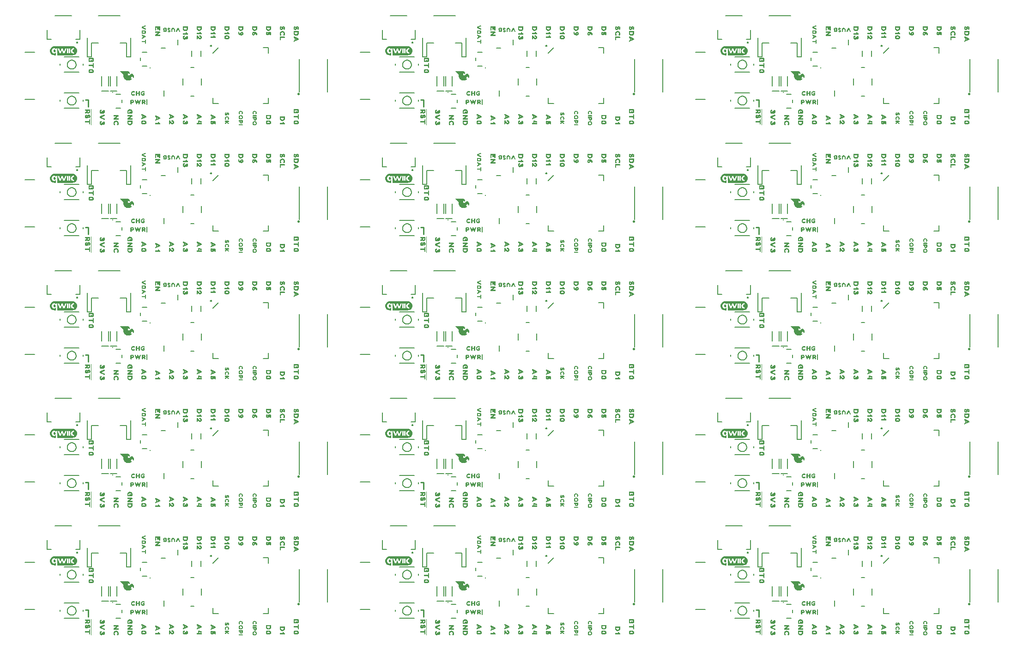
<source format=gto>
G04 EAGLE Gerber RS-274X export*
G75*
%MOMM*%
%FSLAX34Y34*%
%LPD*%
%INSilkscreen Top*%
%IPPOS*%
%AMOC8*
5,1,8,0,0,1.08239X$1,22.5*%
G01*
%ADD10C,0.254000*%
%ADD11C,0.203200*%
%ADD12C,0.254000*%
%ADD13C,0.127000*%
%ADD14C,0.300000*%
%ADD15C,0.152400*%

G36*
X698122Y1086413D02*
X698122Y1086413D01*
X725619Y1086413D01*
X725621Y1086414D01*
X725623Y1086413D01*
X726150Y1086446D01*
X726151Y1086446D01*
X726153Y1086446D01*
X727205Y1086552D01*
X727207Y1086554D01*
X727211Y1086553D01*
X727727Y1086660D01*
X727729Y1086662D01*
X727732Y1086661D01*
X728743Y1086975D01*
X728744Y1086977D01*
X728748Y1086977D01*
X729233Y1087182D01*
X729235Y1087184D01*
X729239Y1087184D01*
X730168Y1087689D01*
X730170Y1087692D01*
X730174Y1087692D01*
X730608Y1087990D01*
X730609Y1087993D01*
X730612Y1087994D01*
X731428Y1088667D01*
X731429Y1088670D01*
X731433Y1088672D01*
X731798Y1089051D01*
X731799Y1089053D01*
X731801Y1089055D01*
X732474Y1089870D01*
X732475Y1089874D01*
X732479Y1089877D01*
X732760Y1090322D01*
X732760Y1090324D01*
X732762Y1090326D01*
X733267Y1091255D01*
X733266Y1091259D01*
X733270Y1091263D01*
X733456Y1091756D01*
X733455Y1091758D01*
X733457Y1091760D01*
X733771Y1092770D01*
X733770Y1092774D01*
X733773Y1092778D01*
X733858Y1093298D01*
X733857Y1093299D01*
X733859Y1093302D01*
X733965Y1094354D01*
X733963Y1094357D01*
X733965Y1094361D01*
X733957Y1094887D01*
X733955Y1094889D01*
X733956Y1094893D01*
X733850Y1095945D01*
X733848Y1095947D01*
X733849Y1095951D01*
X733747Y1096467D01*
X733745Y1096469D01*
X733745Y1096473D01*
X733432Y1097483D01*
X733429Y1097485D01*
X733430Y1097489D01*
X733228Y1097975D01*
X733226Y1097977D01*
X733226Y1097981D01*
X732721Y1098910D01*
X732719Y1098912D01*
X732718Y1098916D01*
X732423Y1099352D01*
X732421Y1099353D01*
X732420Y1099357D01*
X731747Y1100172D01*
X731744Y1100173D01*
X731742Y1100177D01*
X731365Y1100545D01*
X731363Y1100546D01*
X731362Y1100549D01*
X730546Y1101222D01*
X730542Y1101222D01*
X730540Y1101226D01*
X730096Y1101510D01*
X730094Y1101510D01*
X730093Y1101513D01*
X729163Y1102017D01*
X729159Y1102017D01*
X729156Y1102021D01*
X728664Y1102210D01*
X728662Y1102210D01*
X728660Y1102211D01*
X727650Y1102525D01*
X727647Y1102524D01*
X727642Y1102527D01*
X727124Y1102617D01*
X727122Y1102616D01*
X727119Y1102617D01*
X726067Y1102723D01*
X725826Y1102748D01*
X725823Y1102746D01*
X725820Y1102748D01*
X692504Y1102748D01*
X691975Y1102743D01*
X691973Y1102741D01*
X691970Y1102742D01*
X690391Y1102583D01*
X690387Y1102580D01*
X690379Y1102581D01*
X688864Y1102111D01*
X688860Y1102106D01*
X688852Y1102106D01*
X687459Y1101349D01*
X687456Y1101344D01*
X687449Y1101342D01*
X686231Y1100326D01*
X686229Y1100321D01*
X686222Y1100317D01*
X685224Y1099086D01*
X685224Y1099081D01*
X685218Y1099076D01*
X684713Y1098147D01*
X684714Y1098146D01*
X684712Y1098145D01*
X684477Y1097673D01*
X684478Y1097668D01*
X684473Y1097663D01*
X684160Y1096653D01*
X684160Y1096652D01*
X684159Y1096651D01*
X684020Y1096143D01*
X684021Y1096138D01*
X684018Y1096132D01*
X683865Y1094554D01*
X683868Y1094549D01*
X683865Y1094541D01*
X684025Y1092963D01*
X684028Y1092959D01*
X684027Y1092951D01*
X684493Y1091435D01*
X684497Y1091431D01*
X684498Y1091423D01*
X685249Y1090027D01*
X685254Y1090024D01*
X685256Y1090017D01*
X685319Y1089941D01*
X685526Y1089690D01*
X685527Y1089690D01*
X685734Y1089439D01*
X685942Y1089188D01*
X686150Y1088937D01*
X686267Y1088795D01*
X686273Y1088793D01*
X686276Y1088786D01*
X687506Y1087785D01*
X687511Y1087785D01*
X687516Y1087779D01*
X688916Y1087035D01*
X688921Y1087036D01*
X688927Y1087030D01*
X690445Y1086573D01*
X690450Y1086575D01*
X690457Y1086571D01*
X692035Y1086413D01*
X692038Y1086414D01*
X692041Y1086413D01*
X694538Y1086413D01*
X694557Y1086425D01*
X694580Y1086429D01*
X694586Y1086444D01*
X694595Y1086449D01*
X694593Y1086460D01*
X694600Y1086476D01*
X694599Y1086625D01*
X694599Y1091008D01*
X694592Y1091019D01*
X694594Y1091032D01*
X694575Y1091045D01*
X694562Y1091065D01*
X694549Y1091063D01*
X694538Y1091071D01*
X694504Y1091057D01*
X694495Y1091055D01*
X694493Y1091052D01*
X694490Y1091051D01*
X694268Y1090812D01*
X693887Y1090458D01*
X693454Y1090174D01*
X692982Y1089961D01*
X692480Y1089835D01*
X691964Y1089778D01*
X691443Y1089799D01*
X690924Y1089848D01*
X690422Y1089985D01*
X689931Y1090155D01*
X689478Y1090409D01*
X689061Y1090717D01*
X688674Y1091063D01*
X688366Y1091482D01*
X688089Y1091922D01*
X687874Y1092397D01*
X687714Y1092892D01*
X687589Y1093399D01*
X687490Y1094441D01*
X687555Y1095485D01*
X687670Y1095994D01*
X687803Y1096499D01*
X688019Y1096972D01*
X688273Y1097427D01*
X688579Y1097847D01*
X688951Y1098208D01*
X689354Y1098533D01*
X689808Y1098786D01*
X690292Y1098974D01*
X690789Y1099125D01*
X691830Y1099205D01*
X692347Y1099156D01*
X692853Y1099041D01*
X693335Y1098851D01*
X693777Y1098582D01*
X694178Y1098249D01*
X694493Y1097954D01*
X694504Y1097952D01*
X694510Y1097943D01*
X694535Y1097947D01*
X694560Y1097942D01*
X694566Y1097951D01*
X694577Y1097953D01*
X694596Y1097994D01*
X694599Y1097998D01*
X694598Y1097999D01*
X694599Y1098000D01*
X694599Y1099055D01*
X694603Y1099108D01*
X697548Y1099108D01*
X697548Y1086468D01*
X697560Y1086449D01*
X697564Y1086426D01*
X697579Y1086420D01*
X697584Y1086411D01*
X697595Y1086413D01*
X697611Y1086406D01*
X698122Y1086413D01*
G37*
G36*
X698122Y619053D02*
X698122Y619053D01*
X725619Y619053D01*
X725621Y619054D01*
X725623Y619053D01*
X726150Y619086D01*
X726151Y619086D01*
X726153Y619086D01*
X727205Y619192D01*
X727207Y619194D01*
X727211Y619193D01*
X727727Y619300D01*
X727729Y619302D01*
X727732Y619301D01*
X728743Y619615D01*
X728744Y619617D01*
X728748Y619617D01*
X729233Y619822D01*
X729235Y619824D01*
X729239Y619824D01*
X730168Y620329D01*
X730170Y620332D01*
X730174Y620332D01*
X730608Y620630D01*
X730609Y620633D01*
X730612Y620634D01*
X731428Y621307D01*
X731429Y621310D01*
X731433Y621312D01*
X731798Y621691D01*
X731799Y621693D01*
X731801Y621695D01*
X732474Y622510D01*
X732475Y622514D01*
X732479Y622517D01*
X732760Y622962D01*
X732760Y622964D01*
X732762Y622966D01*
X733267Y623895D01*
X733266Y623899D01*
X733270Y623903D01*
X733456Y624396D01*
X733455Y624398D01*
X733457Y624400D01*
X733771Y625410D01*
X733770Y625414D01*
X733773Y625418D01*
X733858Y625938D01*
X733857Y625939D01*
X733859Y625942D01*
X733965Y626994D01*
X733963Y626997D01*
X733965Y627001D01*
X733957Y627527D01*
X733955Y627529D01*
X733956Y627533D01*
X733850Y628585D01*
X733848Y628587D01*
X733849Y628591D01*
X733747Y629107D01*
X733745Y629109D01*
X733745Y629113D01*
X733432Y630123D01*
X733429Y630125D01*
X733430Y630129D01*
X733228Y630615D01*
X733226Y630617D01*
X733226Y630621D01*
X732721Y631550D01*
X732719Y631552D01*
X732718Y631556D01*
X732423Y631992D01*
X732421Y631993D01*
X732420Y631997D01*
X731747Y632812D01*
X731744Y632813D01*
X731742Y632817D01*
X731365Y633185D01*
X731363Y633186D01*
X731362Y633189D01*
X730546Y633862D01*
X730542Y633862D01*
X730540Y633866D01*
X730096Y634150D01*
X730094Y634150D01*
X730093Y634153D01*
X729163Y634657D01*
X729159Y634657D01*
X729156Y634661D01*
X728664Y634850D01*
X728662Y634850D01*
X728660Y634851D01*
X727650Y635165D01*
X727647Y635164D01*
X727642Y635167D01*
X727124Y635257D01*
X727122Y635256D01*
X727119Y635257D01*
X726067Y635363D01*
X725826Y635388D01*
X725823Y635386D01*
X725820Y635388D01*
X692504Y635388D01*
X691975Y635383D01*
X691973Y635381D01*
X691970Y635382D01*
X690391Y635223D01*
X690387Y635220D01*
X690379Y635221D01*
X688864Y634751D01*
X688860Y634746D01*
X688852Y634746D01*
X687459Y633989D01*
X687456Y633984D01*
X687449Y633982D01*
X686231Y632966D01*
X686229Y632961D01*
X686222Y632957D01*
X685224Y631726D01*
X685224Y631721D01*
X685218Y631716D01*
X684713Y630787D01*
X684714Y630786D01*
X684712Y630785D01*
X684477Y630313D01*
X684478Y630308D01*
X684473Y630303D01*
X684160Y629293D01*
X684160Y629292D01*
X684159Y629291D01*
X684020Y628783D01*
X684021Y628778D01*
X684018Y628772D01*
X683865Y627194D01*
X683868Y627189D01*
X683865Y627181D01*
X684025Y625603D01*
X684028Y625599D01*
X684027Y625591D01*
X684493Y624075D01*
X684497Y624071D01*
X684498Y624063D01*
X685249Y622667D01*
X685254Y622664D01*
X685256Y622657D01*
X685319Y622581D01*
X685526Y622330D01*
X685527Y622330D01*
X685734Y622079D01*
X685942Y621828D01*
X686150Y621577D01*
X686267Y621435D01*
X686273Y621433D01*
X686276Y621426D01*
X687506Y620425D01*
X687511Y620425D01*
X687516Y620419D01*
X688916Y619675D01*
X688921Y619676D01*
X688927Y619670D01*
X690445Y619213D01*
X690450Y619215D01*
X690457Y619211D01*
X692035Y619053D01*
X692038Y619054D01*
X692041Y619053D01*
X694538Y619053D01*
X694557Y619065D01*
X694580Y619069D01*
X694586Y619084D01*
X694595Y619089D01*
X694593Y619100D01*
X694600Y619116D01*
X694599Y619265D01*
X694599Y623648D01*
X694592Y623659D01*
X694594Y623672D01*
X694575Y623685D01*
X694562Y623705D01*
X694549Y623703D01*
X694538Y623711D01*
X694504Y623697D01*
X694495Y623695D01*
X694493Y623692D01*
X694490Y623691D01*
X694268Y623452D01*
X693887Y623098D01*
X693454Y622814D01*
X692982Y622601D01*
X692480Y622475D01*
X691964Y622418D01*
X691443Y622439D01*
X690924Y622488D01*
X690422Y622625D01*
X689931Y622795D01*
X689478Y623049D01*
X689061Y623357D01*
X688674Y623703D01*
X688366Y624122D01*
X688089Y624562D01*
X687874Y625037D01*
X687714Y625532D01*
X687589Y626039D01*
X687490Y627081D01*
X687555Y628125D01*
X687670Y628634D01*
X687803Y629139D01*
X688019Y629612D01*
X688273Y630067D01*
X688579Y630487D01*
X688951Y630848D01*
X689354Y631173D01*
X689808Y631426D01*
X690292Y631614D01*
X690789Y631765D01*
X691830Y631845D01*
X692347Y631796D01*
X692853Y631681D01*
X693335Y631491D01*
X693777Y631222D01*
X694178Y630889D01*
X694493Y630594D01*
X694504Y630592D01*
X694510Y630583D01*
X694535Y630587D01*
X694560Y630582D01*
X694566Y630591D01*
X694577Y630593D01*
X694596Y630634D01*
X694599Y630638D01*
X694598Y630639D01*
X694599Y630640D01*
X694599Y631695D01*
X694603Y631748D01*
X697548Y631748D01*
X697548Y619108D01*
X697560Y619089D01*
X697564Y619066D01*
X697579Y619060D01*
X697584Y619051D01*
X697595Y619053D01*
X697611Y619046D01*
X698122Y619053D01*
G37*
G36*
X83442Y385373D02*
X83442Y385373D01*
X110939Y385373D01*
X110941Y385374D01*
X110943Y385373D01*
X111470Y385406D01*
X111471Y385406D01*
X111473Y385406D01*
X112525Y385512D01*
X112527Y385514D01*
X112531Y385513D01*
X113047Y385620D01*
X113049Y385622D01*
X113052Y385621D01*
X114063Y385935D01*
X114064Y385937D01*
X114068Y385937D01*
X114553Y386142D01*
X114555Y386144D01*
X114559Y386144D01*
X115488Y386649D01*
X115490Y386652D01*
X115494Y386652D01*
X115928Y386950D01*
X115929Y386953D01*
X115932Y386954D01*
X116748Y387627D01*
X116749Y387630D01*
X116753Y387632D01*
X117118Y388011D01*
X117119Y388013D01*
X117121Y388015D01*
X117794Y388830D01*
X117795Y388834D01*
X117799Y388837D01*
X118080Y389282D01*
X118080Y389284D01*
X118082Y389286D01*
X118587Y390215D01*
X118586Y390219D01*
X118590Y390223D01*
X118776Y390716D01*
X118775Y390718D01*
X118777Y390720D01*
X119091Y391730D01*
X119090Y391734D01*
X119093Y391738D01*
X119178Y392258D01*
X119177Y392259D01*
X119179Y392262D01*
X119285Y393314D01*
X119283Y393317D01*
X119285Y393321D01*
X119277Y393847D01*
X119275Y393849D01*
X119276Y393853D01*
X119170Y394905D01*
X119168Y394907D01*
X119169Y394911D01*
X119067Y395427D01*
X119065Y395429D01*
X119065Y395433D01*
X118752Y396443D01*
X118749Y396445D01*
X118750Y396449D01*
X118548Y396935D01*
X118546Y396937D01*
X118546Y396941D01*
X118041Y397870D01*
X118039Y397872D01*
X118038Y397876D01*
X117743Y398312D01*
X117741Y398313D01*
X117740Y398317D01*
X117067Y399132D01*
X117064Y399133D01*
X117062Y399137D01*
X116685Y399505D01*
X116683Y399506D01*
X116682Y399509D01*
X115866Y400182D01*
X115862Y400182D01*
X115860Y400186D01*
X115416Y400470D01*
X115414Y400470D01*
X115413Y400473D01*
X114483Y400977D01*
X114479Y400977D01*
X114476Y400981D01*
X113984Y401170D01*
X113982Y401170D01*
X113980Y401171D01*
X112970Y401485D01*
X112967Y401484D01*
X112962Y401487D01*
X112444Y401577D01*
X112442Y401576D01*
X112439Y401577D01*
X111387Y401683D01*
X111146Y401708D01*
X111143Y401706D01*
X111140Y401708D01*
X77824Y401708D01*
X77295Y401703D01*
X77293Y401701D01*
X77290Y401702D01*
X75711Y401543D01*
X75707Y401540D01*
X75699Y401541D01*
X74184Y401071D01*
X74180Y401066D01*
X74172Y401066D01*
X72779Y400309D01*
X72776Y400304D01*
X72769Y400302D01*
X71551Y399286D01*
X71549Y399281D01*
X71542Y399277D01*
X70544Y398046D01*
X70544Y398041D01*
X70538Y398036D01*
X70033Y397107D01*
X70034Y397106D01*
X70032Y397105D01*
X69797Y396633D01*
X69798Y396628D01*
X69793Y396623D01*
X69480Y395613D01*
X69480Y395612D01*
X69479Y395611D01*
X69340Y395103D01*
X69341Y395098D01*
X69338Y395092D01*
X69185Y393514D01*
X69188Y393509D01*
X69185Y393501D01*
X69345Y391923D01*
X69348Y391919D01*
X69347Y391911D01*
X69813Y390395D01*
X69817Y390391D01*
X69818Y390383D01*
X70569Y388987D01*
X70574Y388984D01*
X70576Y388977D01*
X70639Y388901D01*
X70846Y388650D01*
X70847Y388650D01*
X71054Y388399D01*
X71262Y388148D01*
X71470Y387897D01*
X71587Y387755D01*
X71593Y387753D01*
X71596Y387746D01*
X72826Y386745D01*
X72831Y386745D01*
X72836Y386739D01*
X74236Y385995D01*
X74241Y385996D01*
X74247Y385990D01*
X75765Y385533D01*
X75770Y385535D01*
X75777Y385531D01*
X77355Y385373D01*
X77358Y385374D01*
X77361Y385373D01*
X79858Y385373D01*
X79877Y385385D01*
X79900Y385389D01*
X79906Y385404D01*
X79915Y385409D01*
X79913Y385420D01*
X79920Y385436D01*
X79919Y385585D01*
X79919Y389968D01*
X79912Y389979D01*
X79914Y389992D01*
X79895Y390005D01*
X79882Y390025D01*
X79869Y390023D01*
X79858Y390031D01*
X79824Y390017D01*
X79815Y390015D01*
X79813Y390012D01*
X79810Y390011D01*
X79588Y389772D01*
X79207Y389418D01*
X78774Y389134D01*
X78302Y388921D01*
X77800Y388795D01*
X77284Y388738D01*
X76763Y388759D01*
X76244Y388808D01*
X75742Y388945D01*
X75251Y389115D01*
X74798Y389369D01*
X74381Y389677D01*
X73994Y390023D01*
X73686Y390442D01*
X73409Y390882D01*
X73194Y391357D01*
X73034Y391852D01*
X72909Y392359D01*
X72810Y393401D01*
X72875Y394445D01*
X72990Y394954D01*
X73123Y395459D01*
X73339Y395932D01*
X73593Y396387D01*
X73899Y396807D01*
X74271Y397168D01*
X74674Y397493D01*
X75128Y397746D01*
X75612Y397934D01*
X76109Y398085D01*
X77150Y398165D01*
X77667Y398116D01*
X78173Y398001D01*
X78655Y397811D01*
X79097Y397542D01*
X79498Y397209D01*
X79813Y396914D01*
X79824Y396912D01*
X79830Y396903D01*
X79855Y396907D01*
X79880Y396902D01*
X79886Y396911D01*
X79897Y396913D01*
X79916Y396954D01*
X79919Y396958D01*
X79918Y396959D01*
X79919Y396960D01*
X79919Y398015D01*
X79923Y398068D01*
X82868Y398068D01*
X82868Y385428D01*
X82880Y385409D01*
X82884Y385386D01*
X82899Y385380D01*
X82904Y385371D01*
X82915Y385373D01*
X82931Y385366D01*
X83442Y385373D01*
G37*
G36*
X1312802Y151693D02*
X1312802Y151693D01*
X1340299Y151693D01*
X1340301Y151694D01*
X1340303Y151693D01*
X1340830Y151726D01*
X1340831Y151726D01*
X1340833Y151726D01*
X1341885Y151832D01*
X1341887Y151834D01*
X1341891Y151833D01*
X1342407Y151940D01*
X1342409Y151942D01*
X1342412Y151941D01*
X1343423Y152255D01*
X1343424Y152257D01*
X1343428Y152257D01*
X1343913Y152462D01*
X1343915Y152464D01*
X1343919Y152464D01*
X1344848Y152969D01*
X1344850Y152972D01*
X1344854Y152972D01*
X1345288Y153270D01*
X1345289Y153273D01*
X1345292Y153274D01*
X1346108Y153947D01*
X1346109Y153950D01*
X1346113Y153952D01*
X1346478Y154331D01*
X1346479Y154333D01*
X1346481Y154335D01*
X1347154Y155150D01*
X1347155Y155154D01*
X1347159Y155157D01*
X1347440Y155602D01*
X1347440Y155604D01*
X1347442Y155606D01*
X1347947Y156535D01*
X1347946Y156539D01*
X1347950Y156543D01*
X1348136Y157036D01*
X1348135Y157038D01*
X1348137Y157040D01*
X1348451Y158050D01*
X1348450Y158054D01*
X1348453Y158058D01*
X1348538Y158578D01*
X1348537Y158579D01*
X1348539Y158582D01*
X1348645Y159634D01*
X1348643Y159637D01*
X1348645Y159641D01*
X1348637Y160167D01*
X1348635Y160169D01*
X1348636Y160173D01*
X1348530Y161225D01*
X1348528Y161227D01*
X1348529Y161231D01*
X1348427Y161747D01*
X1348425Y161749D01*
X1348425Y161753D01*
X1348112Y162763D01*
X1348109Y162765D01*
X1348110Y162769D01*
X1347908Y163255D01*
X1347906Y163257D01*
X1347906Y163261D01*
X1347401Y164190D01*
X1347399Y164192D01*
X1347398Y164196D01*
X1347103Y164632D01*
X1347101Y164633D01*
X1347100Y164637D01*
X1346427Y165452D01*
X1346424Y165453D01*
X1346422Y165457D01*
X1346045Y165825D01*
X1346043Y165826D01*
X1346042Y165829D01*
X1345226Y166502D01*
X1345222Y166502D01*
X1345220Y166506D01*
X1344776Y166790D01*
X1344774Y166790D01*
X1344773Y166793D01*
X1343843Y167297D01*
X1343839Y167297D01*
X1343836Y167301D01*
X1343344Y167490D01*
X1343342Y167490D01*
X1343340Y167491D01*
X1342330Y167805D01*
X1342327Y167804D01*
X1342322Y167807D01*
X1341804Y167897D01*
X1341802Y167896D01*
X1341799Y167897D01*
X1340747Y168003D01*
X1340506Y168028D01*
X1340503Y168026D01*
X1340500Y168028D01*
X1307184Y168028D01*
X1306655Y168023D01*
X1306653Y168021D01*
X1306650Y168022D01*
X1305071Y167863D01*
X1305067Y167860D01*
X1305059Y167861D01*
X1303544Y167391D01*
X1303540Y167386D01*
X1303532Y167386D01*
X1302139Y166629D01*
X1302136Y166624D01*
X1302129Y166622D01*
X1300911Y165606D01*
X1300909Y165601D01*
X1300902Y165597D01*
X1299904Y164366D01*
X1299904Y164361D01*
X1299898Y164356D01*
X1299393Y163427D01*
X1299394Y163426D01*
X1299392Y163425D01*
X1299157Y162953D01*
X1299158Y162948D01*
X1299153Y162943D01*
X1298840Y161933D01*
X1298840Y161932D01*
X1298839Y161931D01*
X1298700Y161423D01*
X1298701Y161418D01*
X1298698Y161412D01*
X1298545Y159834D01*
X1298548Y159829D01*
X1298545Y159821D01*
X1298705Y158243D01*
X1298708Y158239D01*
X1298707Y158231D01*
X1299173Y156715D01*
X1299177Y156711D01*
X1299178Y156703D01*
X1299929Y155307D01*
X1299934Y155304D01*
X1299936Y155297D01*
X1299999Y155221D01*
X1300206Y154970D01*
X1300207Y154970D01*
X1300414Y154719D01*
X1300622Y154468D01*
X1300830Y154217D01*
X1300947Y154075D01*
X1300953Y154073D01*
X1300956Y154066D01*
X1302186Y153065D01*
X1302191Y153065D01*
X1302196Y153059D01*
X1303596Y152315D01*
X1303601Y152316D01*
X1303607Y152310D01*
X1305125Y151853D01*
X1305130Y151855D01*
X1305137Y151851D01*
X1306715Y151693D01*
X1306718Y151694D01*
X1306721Y151693D01*
X1309218Y151693D01*
X1309237Y151705D01*
X1309260Y151709D01*
X1309266Y151724D01*
X1309275Y151729D01*
X1309273Y151740D01*
X1309280Y151756D01*
X1309279Y151905D01*
X1309279Y156288D01*
X1309272Y156299D01*
X1309274Y156312D01*
X1309255Y156325D01*
X1309242Y156345D01*
X1309229Y156343D01*
X1309218Y156351D01*
X1309184Y156337D01*
X1309175Y156335D01*
X1309173Y156332D01*
X1309170Y156331D01*
X1308948Y156092D01*
X1308567Y155738D01*
X1308134Y155454D01*
X1307662Y155241D01*
X1307160Y155115D01*
X1306644Y155058D01*
X1306123Y155079D01*
X1305604Y155128D01*
X1305102Y155265D01*
X1304611Y155435D01*
X1304158Y155689D01*
X1303741Y155997D01*
X1303354Y156343D01*
X1303046Y156762D01*
X1302769Y157202D01*
X1302554Y157677D01*
X1302394Y158172D01*
X1302269Y158679D01*
X1302170Y159721D01*
X1302235Y160765D01*
X1302350Y161274D01*
X1302483Y161779D01*
X1302699Y162252D01*
X1302953Y162707D01*
X1303259Y163127D01*
X1303631Y163488D01*
X1304034Y163813D01*
X1304488Y164066D01*
X1304972Y164254D01*
X1305469Y164405D01*
X1306510Y164485D01*
X1307027Y164436D01*
X1307533Y164321D01*
X1308015Y164131D01*
X1308457Y163862D01*
X1308858Y163529D01*
X1309173Y163234D01*
X1309184Y163232D01*
X1309190Y163223D01*
X1309215Y163227D01*
X1309240Y163222D01*
X1309246Y163231D01*
X1309257Y163233D01*
X1309276Y163274D01*
X1309279Y163278D01*
X1309278Y163279D01*
X1309279Y163280D01*
X1309279Y164335D01*
X1309283Y164388D01*
X1312228Y164388D01*
X1312228Y151748D01*
X1312240Y151729D01*
X1312244Y151706D01*
X1312259Y151700D01*
X1312264Y151691D01*
X1312275Y151693D01*
X1312291Y151686D01*
X1312802Y151693D01*
G37*
G36*
X1312802Y1086413D02*
X1312802Y1086413D01*
X1340299Y1086413D01*
X1340301Y1086414D01*
X1340303Y1086413D01*
X1340830Y1086446D01*
X1340831Y1086446D01*
X1340833Y1086446D01*
X1341885Y1086552D01*
X1341887Y1086554D01*
X1341891Y1086553D01*
X1342407Y1086660D01*
X1342409Y1086662D01*
X1342412Y1086661D01*
X1343423Y1086975D01*
X1343424Y1086977D01*
X1343428Y1086977D01*
X1343913Y1087182D01*
X1343915Y1087184D01*
X1343919Y1087184D01*
X1344848Y1087689D01*
X1344850Y1087692D01*
X1344854Y1087692D01*
X1345288Y1087990D01*
X1345289Y1087993D01*
X1345292Y1087994D01*
X1346108Y1088667D01*
X1346109Y1088670D01*
X1346113Y1088672D01*
X1346478Y1089051D01*
X1346479Y1089053D01*
X1346481Y1089055D01*
X1347154Y1089870D01*
X1347155Y1089874D01*
X1347159Y1089877D01*
X1347440Y1090322D01*
X1347440Y1090324D01*
X1347442Y1090326D01*
X1347947Y1091255D01*
X1347946Y1091259D01*
X1347950Y1091263D01*
X1348136Y1091756D01*
X1348135Y1091758D01*
X1348137Y1091760D01*
X1348451Y1092770D01*
X1348450Y1092774D01*
X1348453Y1092778D01*
X1348538Y1093298D01*
X1348537Y1093299D01*
X1348539Y1093302D01*
X1348645Y1094354D01*
X1348643Y1094357D01*
X1348645Y1094361D01*
X1348637Y1094887D01*
X1348635Y1094889D01*
X1348636Y1094893D01*
X1348530Y1095945D01*
X1348528Y1095947D01*
X1348529Y1095951D01*
X1348427Y1096467D01*
X1348425Y1096469D01*
X1348425Y1096473D01*
X1348112Y1097483D01*
X1348109Y1097485D01*
X1348110Y1097489D01*
X1347908Y1097975D01*
X1347906Y1097977D01*
X1347906Y1097981D01*
X1347401Y1098910D01*
X1347399Y1098912D01*
X1347398Y1098916D01*
X1347103Y1099352D01*
X1347101Y1099353D01*
X1347100Y1099357D01*
X1346427Y1100172D01*
X1346424Y1100173D01*
X1346422Y1100177D01*
X1346045Y1100545D01*
X1346043Y1100546D01*
X1346042Y1100549D01*
X1345226Y1101222D01*
X1345222Y1101222D01*
X1345220Y1101226D01*
X1344776Y1101510D01*
X1344774Y1101510D01*
X1344773Y1101513D01*
X1343843Y1102017D01*
X1343839Y1102017D01*
X1343836Y1102021D01*
X1343344Y1102210D01*
X1343342Y1102210D01*
X1343340Y1102211D01*
X1342330Y1102525D01*
X1342327Y1102524D01*
X1342322Y1102527D01*
X1341804Y1102617D01*
X1341802Y1102616D01*
X1341799Y1102617D01*
X1340747Y1102723D01*
X1340506Y1102748D01*
X1340503Y1102746D01*
X1340500Y1102748D01*
X1307184Y1102748D01*
X1306655Y1102743D01*
X1306653Y1102741D01*
X1306650Y1102742D01*
X1305071Y1102583D01*
X1305067Y1102580D01*
X1305059Y1102581D01*
X1303544Y1102111D01*
X1303540Y1102106D01*
X1303532Y1102106D01*
X1302139Y1101349D01*
X1302136Y1101344D01*
X1302129Y1101342D01*
X1300911Y1100326D01*
X1300909Y1100321D01*
X1300902Y1100317D01*
X1299904Y1099086D01*
X1299904Y1099081D01*
X1299898Y1099076D01*
X1299393Y1098147D01*
X1299394Y1098146D01*
X1299392Y1098145D01*
X1299157Y1097673D01*
X1299158Y1097668D01*
X1299153Y1097663D01*
X1298840Y1096653D01*
X1298840Y1096652D01*
X1298839Y1096651D01*
X1298700Y1096143D01*
X1298701Y1096138D01*
X1298698Y1096132D01*
X1298545Y1094554D01*
X1298548Y1094549D01*
X1298545Y1094541D01*
X1298705Y1092963D01*
X1298708Y1092959D01*
X1298707Y1092951D01*
X1299173Y1091435D01*
X1299177Y1091431D01*
X1299178Y1091423D01*
X1299929Y1090027D01*
X1299934Y1090024D01*
X1299936Y1090017D01*
X1299999Y1089941D01*
X1300206Y1089690D01*
X1300207Y1089690D01*
X1300414Y1089439D01*
X1300622Y1089188D01*
X1300830Y1088937D01*
X1300947Y1088795D01*
X1300953Y1088793D01*
X1300956Y1088786D01*
X1302186Y1087785D01*
X1302191Y1087785D01*
X1302196Y1087779D01*
X1303596Y1087035D01*
X1303601Y1087036D01*
X1303607Y1087030D01*
X1305125Y1086573D01*
X1305130Y1086575D01*
X1305137Y1086571D01*
X1306715Y1086413D01*
X1306718Y1086414D01*
X1306721Y1086413D01*
X1309218Y1086413D01*
X1309237Y1086425D01*
X1309260Y1086429D01*
X1309266Y1086444D01*
X1309275Y1086449D01*
X1309273Y1086460D01*
X1309280Y1086476D01*
X1309279Y1086625D01*
X1309279Y1091008D01*
X1309272Y1091019D01*
X1309274Y1091032D01*
X1309255Y1091045D01*
X1309242Y1091065D01*
X1309229Y1091063D01*
X1309218Y1091071D01*
X1309184Y1091057D01*
X1309175Y1091055D01*
X1309173Y1091052D01*
X1309170Y1091051D01*
X1308948Y1090812D01*
X1308567Y1090458D01*
X1308134Y1090174D01*
X1307662Y1089961D01*
X1307160Y1089835D01*
X1306644Y1089778D01*
X1306123Y1089799D01*
X1305604Y1089848D01*
X1305102Y1089985D01*
X1304611Y1090155D01*
X1304158Y1090409D01*
X1303741Y1090717D01*
X1303354Y1091063D01*
X1303046Y1091482D01*
X1302769Y1091922D01*
X1302554Y1092397D01*
X1302394Y1092892D01*
X1302269Y1093399D01*
X1302170Y1094441D01*
X1302235Y1095485D01*
X1302350Y1095994D01*
X1302483Y1096499D01*
X1302699Y1096972D01*
X1302953Y1097427D01*
X1303259Y1097847D01*
X1303631Y1098208D01*
X1304034Y1098533D01*
X1304488Y1098786D01*
X1304972Y1098974D01*
X1305469Y1099125D01*
X1306510Y1099205D01*
X1307027Y1099156D01*
X1307533Y1099041D01*
X1308015Y1098851D01*
X1308457Y1098582D01*
X1308858Y1098249D01*
X1309173Y1097954D01*
X1309184Y1097952D01*
X1309190Y1097943D01*
X1309215Y1097947D01*
X1309240Y1097942D01*
X1309246Y1097951D01*
X1309257Y1097953D01*
X1309276Y1097994D01*
X1309279Y1097998D01*
X1309278Y1097999D01*
X1309279Y1098000D01*
X1309279Y1099055D01*
X1309283Y1099108D01*
X1312228Y1099108D01*
X1312228Y1086468D01*
X1312240Y1086449D01*
X1312244Y1086426D01*
X1312259Y1086420D01*
X1312264Y1086411D01*
X1312275Y1086413D01*
X1312291Y1086406D01*
X1312802Y1086413D01*
G37*
G36*
X1312802Y619053D02*
X1312802Y619053D01*
X1340299Y619053D01*
X1340301Y619054D01*
X1340303Y619053D01*
X1340830Y619086D01*
X1340831Y619086D01*
X1340833Y619086D01*
X1341885Y619192D01*
X1341887Y619194D01*
X1341891Y619193D01*
X1342407Y619300D01*
X1342409Y619302D01*
X1342412Y619301D01*
X1343423Y619615D01*
X1343424Y619617D01*
X1343428Y619617D01*
X1343913Y619822D01*
X1343915Y619824D01*
X1343919Y619824D01*
X1344848Y620329D01*
X1344850Y620332D01*
X1344854Y620332D01*
X1345288Y620630D01*
X1345289Y620633D01*
X1345292Y620634D01*
X1346108Y621307D01*
X1346109Y621310D01*
X1346113Y621312D01*
X1346478Y621691D01*
X1346479Y621693D01*
X1346481Y621695D01*
X1347154Y622510D01*
X1347155Y622514D01*
X1347159Y622517D01*
X1347440Y622962D01*
X1347440Y622964D01*
X1347442Y622966D01*
X1347947Y623895D01*
X1347946Y623899D01*
X1347950Y623903D01*
X1348136Y624396D01*
X1348135Y624398D01*
X1348137Y624400D01*
X1348451Y625410D01*
X1348450Y625414D01*
X1348453Y625418D01*
X1348538Y625938D01*
X1348537Y625939D01*
X1348539Y625942D01*
X1348645Y626994D01*
X1348643Y626997D01*
X1348645Y627001D01*
X1348637Y627527D01*
X1348635Y627529D01*
X1348636Y627533D01*
X1348530Y628585D01*
X1348528Y628587D01*
X1348529Y628591D01*
X1348427Y629107D01*
X1348425Y629109D01*
X1348425Y629113D01*
X1348112Y630123D01*
X1348109Y630125D01*
X1348110Y630129D01*
X1347908Y630615D01*
X1347906Y630617D01*
X1347906Y630621D01*
X1347401Y631550D01*
X1347399Y631552D01*
X1347398Y631556D01*
X1347103Y631992D01*
X1347101Y631993D01*
X1347100Y631997D01*
X1346427Y632812D01*
X1346424Y632813D01*
X1346422Y632817D01*
X1346045Y633185D01*
X1346043Y633186D01*
X1346042Y633189D01*
X1345226Y633862D01*
X1345222Y633862D01*
X1345220Y633866D01*
X1344776Y634150D01*
X1344774Y634150D01*
X1344773Y634153D01*
X1343843Y634657D01*
X1343839Y634657D01*
X1343836Y634661D01*
X1343344Y634850D01*
X1343342Y634850D01*
X1343340Y634851D01*
X1342330Y635165D01*
X1342327Y635164D01*
X1342322Y635167D01*
X1341804Y635257D01*
X1341802Y635256D01*
X1341799Y635257D01*
X1340747Y635363D01*
X1340506Y635388D01*
X1340503Y635386D01*
X1340500Y635388D01*
X1307184Y635388D01*
X1306655Y635383D01*
X1306653Y635381D01*
X1306650Y635382D01*
X1305071Y635223D01*
X1305067Y635220D01*
X1305059Y635221D01*
X1303544Y634751D01*
X1303540Y634746D01*
X1303532Y634746D01*
X1302139Y633989D01*
X1302136Y633984D01*
X1302129Y633982D01*
X1300911Y632966D01*
X1300909Y632961D01*
X1300902Y632957D01*
X1299904Y631726D01*
X1299904Y631721D01*
X1299898Y631716D01*
X1299393Y630787D01*
X1299394Y630786D01*
X1299392Y630785D01*
X1299157Y630313D01*
X1299158Y630308D01*
X1299153Y630303D01*
X1298840Y629293D01*
X1298840Y629292D01*
X1298839Y629291D01*
X1298700Y628783D01*
X1298701Y628778D01*
X1298698Y628772D01*
X1298545Y627194D01*
X1298548Y627189D01*
X1298545Y627181D01*
X1298705Y625603D01*
X1298708Y625599D01*
X1298707Y625591D01*
X1299173Y624075D01*
X1299177Y624071D01*
X1299178Y624063D01*
X1299929Y622667D01*
X1299934Y622664D01*
X1299936Y622657D01*
X1299999Y622581D01*
X1300206Y622330D01*
X1300207Y622330D01*
X1300414Y622079D01*
X1300622Y621828D01*
X1300830Y621577D01*
X1300947Y621435D01*
X1300953Y621433D01*
X1300956Y621426D01*
X1302186Y620425D01*
X1302191Y620425D01*
X1302196Y620419D01*
X1303596Y619675D01*
X1303601Y619676D01*
X1303607Y619670D01*
X1305125Y619213D01*
X1305130Y619215D01*
X1305137Y619211D01*
X1306715Y619053D01*
X1306718Y619054D01*
X1306721Y619053D01*
X1309218Y619053D01*
X1309237Y619065D01*
X1309260Y619069D01*
X1309266Y619084D01*
X1309275Y619089D01*
X1309273Y619100D01*
X1309280Y619116D01*
X1309279Y619265D01*
X1309279Y623648D01*
X1309272Y623659D01*
X1309274Y623672D01*
X1309255Y623685D01*
X1309242Y623705D01*
X1309229Y623703D01*
X1309218Y623711D01*
X1309184Y623697D01*
X1309175Y623695D01*
X1309173Y623692D01*
X1309170Y623691D01*
X1308948Y623452D01*
X1308567Y623098D01*
X1308134Y622814D01*
X1307662Y622601D01*
X1307160Y622475D01*
X1306644Y622418D01*
X1306123Y622439D01*
X1305604Y622488D01*
X1305102Y622625D01*
X1304611Y622795D01*
X1304158Y623049D01*
X1303741Y623357D01*
X1303354Y623703D01*
X1303046Y624122D01*
X1302769Y624562D01*
X1302554Y625037D01*
X1302394Y625532D01*
X1302269Y626039D01*
X1302170Y627081D01*
X1302235Y628125D01*
X1302350Y628634D01*
X1302483Y629139D01*
X1302699Y629612D01*
X1302953Y630067D01*
X1303259Y630487D01*
X1303631Y630848D01*
X1304034Y631173D01*
X1304488Y631426D01*
X1304972Y631614D01*
X1305469Y631765D01*
X1306510Y631845D01*
X1307027Y631796D01*
X1307533Y631681D01*
X1308015Y631491D01*
X1308457Y631222D01*
X1308858Y630889D01*
X1309173Y630594D01*
X1309184Y630592D01*
X1309190Y630583D01*
X1309215Y630587D01*
X1309240Y630582D01*
X1309246Y630591D01*
X1309257Y630593D01*
X1309276Y630634D01*
X1309279Y630638D01*
X1309278Y630639D01*
X1309279Y630640D01*
X1309279Y631695D01*
X1309283Y631748D01*
X1312228Y631748D01*
X1312228Y619108D01*
X1312240Y619089D01*
X1312244Y619066D01*
X1312259Y619060D01*
X1312264Y619051D01*
X1312275Y619053D01*
X1312291Y619046D01*
X1312802Y619053D01*
G37*
G36*
X83442Y151693D02*
X83442Y151693D01*
X110939Y151693D01*
X110941Y151694D01*
X110943Y151693D01*
X111470Y151726D01*
X111471Y151726D01*
X111473Y151726D01*
X112525Y151832D01*
X112527Y151834D01*
X112531Y151833D01*
X113047Y151940D01*
X113049Y151942D01*
X113052Y151941D01*
X114063Y152255D01*
X114064Y152257D01*
X114068Y152257D01*
X114553Y152462D01*
X114555Y152464D01*
X114559Y152464D01*
X115488Y152969D01*
X115490Y152972D01*
X115494Y152972D01*
X115928Y153270D01*
X115929Y153273D01*
X115932Y153274D01*
X116748Y153947D01*
X116749Y153950D01*
X116753Y153952D01*
X117118Y154331D01*
X117119Y154333D01*
X117121Y154335D01*
X117794Y155150D01*
X117795Y155154D01*
X117799Y155157D01*
X118080Y155602D01*
X118080Y155604D01*
X118082Y155606D01*
X118587Y156535D01*
X118586Y156539D01*
X118590Y156543D01*
X118776Y157036D01*
X118775Y157038D01*
X118777Y157040D01*
X119091Y158050D01*
X119090Y158054D01*
X119093Y158058D01*
X119178Y158578D01*
X119177Y158579D01*
X119179Y158582D01*
X119285Y159634D01*
X119283Y159637D01*
X119285Y159641D01*
X119277Y160167D01*
X119275Y160169D01*
X119276Y160173D01*
X119170Y161225D01*
X119168Y161227D01*
X119169Y161231D01*
X119067Y161747D01*
X119065Y161749D01*
X119065Y161753D01*
X118752Y162763D01*
X118749Y162765D01*
X118750Y162769D01*
X118548Y163255D01*
X118546Y163257D01*
X118546Y163261D01*
X118041Y164190D01*
X118039Y164192D01*
X118038Y164196D01*
X117743Y164632D01*
X117741Y164633D01*
X117740Y164637D01*
X117067Y165452D01*
X117064Y165453D01*
X117062Y165457D01*
X116685Y165825D01*
X116683Y165826D01*
X116682Y165829D01*
X115866Y166502D01*
X115862Y166502D01*
X115860Y166506D01*
X115416Y166790D01*
X115414Y166790D01*
X115413Y166793D01*
X114483Y167297D01*
X114479Y167297D01*
X114476Y167301D01*
X113984Y167490D01*
X113982Y167490D01*
X113980Y167491D01*
X112970Y167805D01*
X112967Y167804D01*
X112962Y167807D01*
X112444Y167897D01*
X112442Y167896D01*
X112439Y167897D01*
X111387Y168003D01*
X111146Y168028D01*
X111143Y168026D01*
X111140Y168028D01*
X77824Y168028D01*
X77295Y168023D01*
X77293Y168021D01*
X77290Y168022D01*
X75711Y167863D01*
X75707Y167860D01*
X75699Y167861D01*
X74184Y167391D01*
X74180Y167386D01*
X74172Y167386D01*
X72779Y166629D01*
X72776Y166624D01*
X72769Y166622D01*
X71551Y165606D01*
X71549Y165601D01*
X71542Y165597D01*
X70544Y164366D01*
X70544Y164361D01*
X70538Y164356D01*
X70033Y163427D01*
X70034Y163426D01*
X70032Y163425D01*
X69797Y162953D01*
X69798Y162948D01*
X69793Y162943D01*
X69480Y161933D01*
X69480Y161932D01*
X69479Y161931D01*
X69340Y161423D01*
X69341Y161418D01*
X69338Y161412D01*
X69185Y159834D01*
X69188Y159829D01*
X69185Y159821D01*
X69345Y158243D01*
X69348Y158239D01*
X69347Y158231D01*
X69813Y156715D01*
X69817Y156711D01*
X69818Y156703D01*
X70569Y155307D01*
X70574Y155304D01*
X70576Y155297D01*
X70639Y155221D01*
X70846Y154970D01*
X70847Y154970D01*
X71054Y154719D01*
X71262Y154468D01*
X71470Y154217D01*
X71587Y154075D01*
X71593Y154073D01*
X71596Y154066D01*
X72826Y153065D01*
X72831Y153065D01*
X72836Y153059D01*
X74236Y152315D01*
X74241Y152316D01*
X74247Y152310D01*
X75765Y151853D01*
X75770Y151855D01*
X75777Y151851D01*
X77355Y151693D01*
X77358Y151694D01*
X77361Y151693D01*
X79858Y151693D01*
X79877Y151705D01*
X79900Y151709D01*
X79906Y151724D01*
X79915Y151729D01*
X79913Y151740D01*
X79920Y151756D01*
X79919Y151905D01*
X79919Y156288D01*
X79912Y156299D01*
X79914Y156312D01*
X79895Y156325D01*
X79882Y156345D01*
X79869Y156343D01*
X79858Y156351D01*
X79824Y156337D01*
X79815Y156335D01*
X79813Y156332D01*
X79810Y156331D01*
X79588Y156092D01*
X79207Y155738D01*
X78774Y155454D01*
X78302Y155241D01*
X77800Y155115D01*
X77284Y155058D01*
X76763Y155079D01*
X76244Y155128D01*
X75742Y155265D01*
X75251Y155435D01*
X74798Y155689D01*
X74381Y155997D01*
X73994Y156343D01*
X73686Y156762D01*
X73409Y157202D01*
X73194Y157677D01*
X73034Y158172D01*
X72909Y158679D01*
X72810Y159721D01*
X72875Y160765D01*
X72990Y161274D01*
X73123Y161779D01*
X73339Y162252D01*
X73593Y162707D01*
X73899Y163127D01*
X74271Y163488D01*
X74674Y163813D01*
X75128Y164066D01*
X75612Y164254D01*
X76109Y164405D01*
X77150Y164485D01*
X77667Y164436D01*
X78173Y164321D01*
X78655Y164131D01*
X79097Y163862D01*
X79498Y163529D01*
X79813Y163234D01*
X79824Y163232D01*
X79830Y163223D01*
X79855Y163227D01*
X79880Y163222D01*
X79886Y163231D01*
X79897Y163233D01*
X79916Y163274D01*
X79919Y163278D01*
X79918Y163279D01*
X79919Y163280D01*
X79919Y164335D01*
X79923Y164388D01*
X82868Y164388D01*
X82868Y151748D01*
X82880Y151729D01*
X82884Y151706D01*
X82899Y151700D01*
X82904Y151691D01*
X82915Y151693D01*
X82931Y151686D01*
X83442Y151693D01*
G37*
G36*
X83442Y619053D02*
X83442Y619053D01*
X110939Y619053D01*
X110941Y619054D01*
X110943Y619053D01*
X111470Y619086D01*
X111471Y619086D01*
X111473Y619086D01*
X112525Y619192D01*
X112527Y619194D01*
X112531Y619193D01*
X113047Y619300D01*
X113049Y619302D01*
X113052Y619301D01*
X114063Y619615D01*
X114064Y619617D01*
X114068Y619617D01*
X114553Y619822D01*
X114555Y619824D01*
X114559Y619824D01*
X115488Y620329D01*
X115490Y620332D01*
X115494Y620332D01*
X115928Y620630D01*
X115929Y620633D01*
X115932Y620634D01*
X116748Y621307D01*
X116749Y621310D01*
X116753Y621312D01*
X117118Y621691D01*
X117119Y621693D01*
X117121Y621695D01*
X117794Y622510D01*
X117795Y622514D01*
X117799Y622517D01*
X118080Y622962D01*
X118080Y622964D01*
X118082Y622966D01*
X118587Y623895D01*
X118586Y623899D01*
X118590Y623903D01*
X118776Y624396D01*
X118775Y624398D01*
X118777Y624400D01*
X119091Y625410D01*
X119090Y625414D01*
X119093Y625418D01*
X119178Y625938D01*
X119177Y625939D01*
X119179Y625942D01*
X119285Y626994D01*
X119283Y626997D01*
X119285Y627001D01*
X119277Y627527D01*
X119275Y627529D01*
X119276Y627533D01*
X119170Y628585D01*
X119168Y628587D01*
X119169Y628591D01*
X119067Y629107D01*
X119065Y629109D01*
X119065Y629113D01*
X118752Y630123D01*
X118749Y630125D01*
X118750Y630129D01*
X118548Y630615D01*
X118546Y630617D01*
X118546Y630621D01*
X118041Y631550D01*
X118039Y631552D01*
X118038Y631556D01*
X117743Y631992D01*
X117741Y631993D01*
X117740Y631997D01*
X117067Y632812D01*
X117064Y632813D01*
X117062Y632817D01*
X116685Y633185D01*
X116683Y633186D01*
X116682Y633189D01*
X115866Y633862D01*
X115862Y633862D01*
X115860Y633866D01*
X115416Y634150D01*
X115414Y634150D01*
X115413Y634153D01*
X114483Y634657D01*
X114479Y634657D01*
X114476Y634661D01*
X113984Y634850D01*
X113982Y634850D01*
X113980Y634851D01*
X112970Y635165D01*
X112967Y635164D01*
X112962Y635167D01*
X112444Y635257D01*
X112442Y635256D01*
X112439Y635257D01*
X111387Y635363D01*
X111146Y635388D01*
X111143Y635386D01*
X111140Y635388D01*
X77824Y635388D01*
X77295Y635383D01*
X77293Y635381D01*
X77290Y635382D01*
X75711Y635223D01*
X75707Y635220D01*
X75699Y635221D01*
X74184Y634751D01*
X74180Y634746D01*
X74172Y634746D01*
X72779Y633989D01*
X72776Y633984D01*
X72769Y633982D01*
X71551Y632966D01*
X71549Y632961D01*
X71542Y632957D01*
X70544Y631726D01*
X70544Y631721D01*
X70538Y631716D01*
X70033Y630787D01*
X70034Y630786D01*
X70032Y630785D01*
X69797Y630313D01*
X69798Y630308D01*
X69793Y630303D01*
X69480Y629293D01*
X69480Y629292D01*
X69479Y629291D01*
X69340Y628783D01*
X69341Y628778D01*
X69338Y628772D01*
X69185Y627194D01*
X69188Y627189D01*
X69185Y627181D01*
X69345Y625603D01*
X69348Y625599D01*
X69347Y625591D01*
X69813Y624075D01*
X69817Y624071D01*
X69818Y624063D01*
X70569Y622667D01*
X70574Y622664D01*
X70576Y622657D01*
X70639Y622581D01*
X70846Y622330D01*
X70847Y622330D01*
X71054Y622079D01*
X71262Y621828D01*
X71470Y621577D01*
X71587Y621435D01*
X71593Y621433D01*
X71596Y621426D01*
X72826Y620425D01*
X72831Y620425D01*
X72836Y620419D01*
X74236Y619675D01*
X74241Y619676D01*
X74247Y619670D01*
X75765Y619213D01*
X75770Y619215D01*
X75777Y619211D01*
X77355Y619053D01*
X77358Y619054D01*
X77361Y619053D01*
X79858Y619053D01*
X79877Y619065D01*
X79900Y619069D01*
X79906Y619084D01*
X79915Y619089D01*
X79913Y619100D01*
X79920Y619116D01*
X79919Y619265D01*
X79919Y623648D01*
X79912Y623659D01*
X79914Y623672D01*
X79895Y623685D01*
X79882Y623705D01*
X79869Y623703D01*
X79858Y623711D01*
X79824Y623697D01*
X79815Y623695D01*
X79813Y623692D01*
X79810Y623691D01*
X79588Y623452D01*
X79207Y623098D01*
X78774Y622814D01*
X78302Y622601D01*
X77800Y622475D01*
X77284Y622418D01*
X76763Y622439D01*
X76244Y622488D01*
X75742Y622625D01*
X75251Y622795D01*
X74798Y623049D01*
X74381Y623357D01*
X73994Y623703D01*
X73686Y624122D01*
X73409Y624562D01*
X73194Y625037D01*
X73034Y625532D01*
X72909Y626039D01*
X72810Y627081D01*
X72875Y628125D01*
X72990Y628634D01*
X73123Y629139D01*
X73339Y629612D01*
X73593Y630067D01*
X73899Y630487D01*
X74271Y630848D01*
X74674Y631173D01*
X75128Y631426D01*
X75612Y631614D01*
X76109Y631765D01*
X77150Y631845D01*
X77667Y631796D01*
X78173Y631681D01*
X78655Y631491D01*
X79097Y631222D01*
X79498Y630889D01*
X79813Y630594D01*
X79824Y630592D01*
X79830Y630583D01*
X79855Y630587D01*
X79880Y630582D01*
X79886Y630591D01*
X79897Y630593D01*
X79916Y630634D01*
X79919Y630638D01*
X79918Y630639D01*
X79919Y630640D01*
X79919Y631695D01*
X79923Y631748D01*
X82868Y631748D01*
X82868Y619108D01*
X82880Y619089D01*
X82884Y619066D01*
X82899Y619060D01*
X82904Y619051D01*
X82915Y619053D01*
X82931Y619046D01*
X83442Y619053D01*
G37*
G36*
X83442Y852733D02*
X83442Y852733D01*
X110939Y852733D01*
X110941Y852734D01*
X110943Y852733D01*
X111470Y852766D01*
X111471Y852766D01*
X111473Y852766D01*
X112525Y852872D01*
X112527Y852874D01*
X112531Y852873D01*
X113047Y852980D01*
X113049Y852982D01*
X113052Y852981D01*
X114063Y853295D01*
X114064Y853297D01*
X114068Y853297D01*
X114553Y853502D01*
X114555Y853504D01*
X114559Y853504D01*
X115488Y854009D01*
X115490Y854012D01*
X115494Y854012D01*
X115928Y854310D01*
X115929Y854313D01*
X115932Y854314D01*
X116748Y854987D01*
X116749Y854990D01*
X116753Y854992D01*
X117118Y855371D01*
X117119Y855373D01*
X117121Y855375D01*
X117794Y856190D01*
X117795Y856194D01*
X117799Y856197D01*
X118080Y856642D01*
X118080Y856644D01*
X118082Y856646D01*
X118587Y857575D01*
X118586Y857579D01*
X118590Y857583D01*
X118776Y858076D01*
X118775Y858078D01*
X118777Y858080D01*
X119091Y859090D01*
X119090Y859094D01*
X119093Y859098D01*
X119178Y859618D01*
X119177Y859619D01*
X119179Y859622D01*
X119285Y860674D01*
X119283Y860677D01*
X119285Y860681D01*
X119277Y861207D01*
X119275Y861209D01*
X119276Y861213D01*
X119170Y862265D01*
X119168Y862267D01*
X119169Y862271D01*
X119067Y862787D01*
X119065Y862789D01*
X119065Y862793D01*
X118752Y863803D01*
X118749Y863805D01*
X118750Y863809D01*
X118548Y864295D01*
X118546Y864297D01*
X118546Y864301D01*
X118041Y865230D01*
X118039Y865232D01*
X118038Y865236D01*
X117743Y865672D01*
X117741Y865673D01*
X117740Y865677D01*
X117067Y866492D01*
X117064Y866493D01*
X117062Y866497D01*
X116685Y866865D01*
X116683Y866866D01*
X116682Y866869D01*
X115866Y867542D01*
X115862Y867542D01*
X115860Y867546D01*
X115416Y867830D01*
X115414Y867830D01*
X115413Y867833D01*
X114483Y868337D01*
X114479Y868337D01*
X114476Y868341D01*
X113984Y868530D01*
X113982Y868530D01*
X113980Y868531D01*
X112970Y868845D01*
X112967Y868844D01*
X112962Y868847D01*
X112444Y868937D01*
X112442Y868936D01*
X112439Y868937D01*
X111387Y869043D01*
X111146Y869068D01*
X111143Y869066D01*
X111140Y869068D01*
X77824Y869068D01*
X77295Y869063D01*
X77293Y869061D01*
X77290Y869062D01*
X75711Y868903D01*
X75707Y868900D01*
X75699Y868901D01*
X74184Y868431D01*
X74180Y868426D01*
X74172Y868426D01*
X72779Y867669D01*
X72776Y867664D01*
X72769Y867662D01*
X71551Y866646D01*
X71549Y866641D01*
X71542Y866637D01*
X70544Y865406D01*
X70544Y865401D01*
X70538Y865396D01*
X70033Y864467D01*
X70034Y864466D01*
X70032Y864465D01*
X69797Y863993D01*
X69798Y863988D01*
X69793Y863983D01*
X69480Y862973D01*
X69480Y862972D01*
X69479Y862971D01*
X69340Y862463D01*
X69341Y862458D01*
X69338Y862452D01*
X69185Y860874D01*
X69188Y860869D01*
X69185Y860861D01*
X69345Y859283D01*
X69348Y859279D01*
X69347Y859271D01*
X69813Y857755D01*
X69817Y857751D01*
X69818Y857743D01*
X70569Y856347D01*
X70574Y856344D01*
X70576Y856337D01*
X70639Y856261D01*
X70846Y856010D01*
X70847Y856010D01*
X71054Y855759D01*
X71262Y855508D01*
X71470Y855257D01*
X71587Y855115D01*
X71593Y855113D01*
X71596Y855106D01*
X72826Y854105D01*
X72831Y854105D01*
X72836Y854099D01*
X74236Y853355D01*
X74241Y853356D01*
X74247Y853350D01*
X75765Y852893D01*
X75770Y852895D01*
X75777Y852891D01*
X77355Y852733D01*
X77358Y852734D01*
X77361Y852733D01*
X79858Y852733D01*
X79877Y852745D01*
X79900Y852749D01*
X79906Y852764D01*
X79915Y852769D01*
X79913Y852780D01*
X79920Y852796D01*
X79919Y852945D01*
X79919Y857328D01*
X79912Y857339D01*
X79914Y857352D01*
X79895Y857365D01*
X79882Y857385D01*
X79869Y857383D01*
X79858Y857391D01*
X79824Y857377D01*
X79815Y857375D01*
X79813Y857372D01*
X79810Y857371D01*
X79588Y857132D01*
X79207Y856778D01*
X78774Y856494D01*
X78302Y856281D01*
X77800Y856155D01*
X77284Y856098D01*
X76763Y856119D01*
X76244Y856168D01*
X75742Y856305D01*
X75251Y856475D01*
X74798Y856729D01*
X74381Y857037D01*
X73994Y857383D01*
X73686Y857802D01*
X73409Y858242D01*
X73194Y858717D01*
X73034Y859212D01*
X72909Y859719D01*
X72810Y860761D01*
X72875Y861805D01*
X72990Y862314D01*
X73123Y862819D01*
X73339Y863292D01*
X73593Y863747D01*
X73899Y864167D01*
X74271Y864528D01*
X74674Y864853D01*
X75128Y865106D01*
X75612Y865294D01*
X76109Y865445D01*
X77150Y865525D01*
X77667Y865476D01*
X78173Y865361D01*
X78655Y865171D01*
X79097Y864902D01*
X79498Y864569D01*
X79813Y864274D01*
X79824Y864272D01*
X79830Y864263D01*
X79855Y864267D01*
X79880Y864262D01*
X79886Y864271D01*
X79897Y864273D01*
X79916Y864314D01*
X79919Y864318D01*
X79918Y864319D01*
X79919Y864320D01*
X79919Y865375D01*
X79923Y865428D01*
X82868Y865428D01*
X82868Y852788D01*
X82880Y852769D01*
X82884Y852746D01*
X82899Y852740D01*
X82904Y852731D01*
X82915Y852733D01*
X82931Y852726D01*
X83442Y852733D01*
G37*
G36*
X83442Y1086413D02*
X83442Y1086413D01*
X110939Y1086413D01*
X110941Y1086414D01*
X110943Y1086413D01*
X111470Y1086446D01*
X111471Y1086446D01*
X111473Y1086446D01*
X112525Y1086552D01*
X112527Y1086554D01*
X112531Y1086553D01*
X113047Y1086660D01*
X113049Y1086662D01*
X113052Y1086661D01*
X114063Y1086975D01*
X114064Y1086977D01*
X114068Y1086977D01*
X114553Y1087182D01*
X114555Y1087184D01*
X114559Y1087184D01*
X115488Y1087689D01*
X115490Y1087692D01*
X115494Y1087692D01*
X115928Y1087990D01*
X115929Y1087993D01*
X115932Y1087994D01*
X116748Y1088667D01*
X116749Y1088670D01*
X116753Y1088672D01*
X117118Y1089051D01*
X117119Y1089053D01*
X117121Y1089055D01*
X117794Y1089870D01*
X117795Y1089874D01*
X117799Y1089877D01*
X118080Y1090322D01*
X118080Y1090324D01*
X118082Y1090326D01*
X118587Y1091255D01*
X118586Y1091259D01*
X118590Y1091263D01*
X118776Y1091756D01*
X118775Y1091758D01*
X118777Y1091760D01*
X119091Y1092770D01*
X119090Y1092774D01*
X119093Y1092778D01*
X119178Y1093298D01*
X119177Y1093299D01*
X119179Y1093302D01*
X119285Y1094354D01*
X119283Y1094357D01*
X119285Y1094361D01*
X119277Y1094887D01*
X119275Y1094889D01*
X119276Y1094893D01*
X119170Y1095945D01*
X119168Y1095947D01*
X119169Y1095951D01*
X119067Y1096467D01*
X119065Y1096469D01*
X119065Y1096473D01*
X118752Y1097483D01*
X118749Y1097485D01*
X118750Y1097489D01*
X118548Y1097975D01*
X118546Y1097977D01*
X118546Y1097981D01*
X118041Y1098910D01*
X118039Y1098912D01*
X118038Y1098916D01*
X117743Y1099352D01*
X117741Y1099353D01*
X117740Y1099357D01*
X117067Y1100172D01*
X117064Y1100173D01*
X117062Y1100177D01*
X116685Y1100545D01*
X116683Y1100546D01*
X116682Y1100549D01*
X115866Y1101222D01*
X115862Y1101222D01*
X115860Y1101226D01*
X115416Y1101510D01*
X115414Y1101510D01*
X115413Y1101513D01*
X114483Y1102017D01*
X114479Y1102017D01*
X114476Y1102021D01*
X113984Y1102210D01*
X113982Y1102210D01*
X113980Y1102211D01*
X112970Y1102525D01*
X112967Y1102524D01*
X112962Y1102527D01*
X112444Y1102617D01*
X112442Y1102616D01*
X112439Y1102617D01*
X111387Y1102723D01*
X111146Y1102748D01*
X111143Y1102746D01*
X111140Y1102748D01*
X77824Y1102748D01*
X77295Y1102743D01*
X77293Y1102741D01*
X77290Y1102742D01*
X75711Y1102583D01*
X75707Y1102580D01*
X75699Y1102581D01*
X74184Y1102111D01*
X74180Y1102106D01*
X74172Y1102106D01*
X72779Y1101349D01*
X72776Y1101344D01*
X72769Y1101342D01*
X71551Y1100326D01*
X71549Y1100321D01*
X71542Y1100317D01*
X70544Y1099086D01*
X70544Y1099081D01*
X70538Y1099076D01*
X70033Y1098147D01*
X70034Y1098146D01*
X70032Y1098145D01*
X69797Y1097673D01*
X69798Y1097668D01*
X69793Y1097663D01*
X69480Y1096653D01*
X69480Y1096652D01*
X69479Y1096651D01*
X69340Y1096143D01*
X69341Y1096138D01*
X69338Y1096132D01*
X69185Y1094554D01*
X69188Y1094549D01*
X69185Y1094541D01*
X69345Y1092963D01*
X69348Y1092959D01*
X69347Y1092951D01*
X69813Y1091435D01*
X69817Y1091431D01*
X69818Y1091423D01*
X70569Y1090027D01*
X70574Y1090024D01*
X70576Y1090017D01*
X70639Y1089941D01*
X70846Y1089690D01*
X70847Y1089690D01*
X71054Y1089439D01*
X71262Y1089188D01*
X71470Y1088937D01*
X71587Y1088795D01*
X71593Y1088793D01*
X71596Y1088786D01*
X72826Y1087785D01*
X72831Y1087785D01*
X72836Y1087779D01*
X74236Y1087035D01*
X74241Y1087036D01*
X74247Y1087030D01*
X75765Y1086573D01*
X75770Y1086575D01*
X75777Y1086571D01*
X77355Y1086413D01*
X77358Y1086414D01*
X77361Y1086413D01*
X79858Y1086413D01*
X79877Y1086425D01*
X79900Y1086429D01*
X79906Y1086444D01*
X79915Y1086449D01*
X79913Y1086460D01*
X79920Y1086476D01*
X79919Y1086625D01*
X79919Y1091008D01*
X79912Y1091019D01*
X79914Y1091032D01*
X79895Y1091045D01*
X79882Y1091065D01*
X79869Y1091063D01*
X79858Y1091071D01*
X79824Y1091057D01*
X79815Y1091055D01*
X79813Y1091052D01*
X79810Y1091051D01*
X79588Y1090812D01*
X79207Y1090458D01*
X78774Y1090174D01*
X78302Y1089961D01*
X77800Y1089835D01*
X77284Y1089778D01*
X76763Y1089799D01*
X76244Y1089848D01*
X75742Y1089985D01*
X75251Y1090155D01*
X74798Y1090409D01*
X74381Y1090717D01*
X73994Y1091063D01*
X73686Y1091482D01*
X73409Y1091922D01*
X73194Y1092397D01*
X73034Y1092892D01*
X72909Y1093399D01*
X72810Y1094441D01*
X72875Y1095485D01*
X72990Y1095994D01*
X73123Y1096499D01*
X73339Y1096972D01*
X73593Y1097427D01*
X73899Y1097847D01*
X74271Y1098208D01*
X74674Y1098533D01*
X75128Y1098786D01*
X75612Y1098974D01*
X76109Y1099125D01*
X77150Y1099205D01*
X77667Y1099156D01*
X78173Y1099041D01*
X78655Y1098851D01*
X79097Y1098582D01*
X79498Y1098249D01*
X79813Y1097954D01*
X79824Y1097952D01*
X79830Y1097943D01*
X79855Y1097947D01*
X79880Y1097942D01*
X79886Y1097951D01*
X79897Y1097953D01*
X79916Y1097994D01*
X79919Y1097998D01*
X79918Y1097999D01*
X79919Y1098000D01*
X79919Y1099055D01*
X79923Y1099108D01*
X82868Y1099108D01*
X82868Y1086468D01*
X82880Y1086449D01*
X82884Y1086426D01*
X82899Y1086420D01*
X82904Y1086411D01*
X82915Y1086413D01*
X82931Y1086406D01*
X83442Y1086413D01*
G37*
G36*
X1312802Y852733D02*
X1312802Y852733D01*
X1340299Y852733D01*
X1340301Y852734D01*
X1340303Y852733D01*
X1340830Y852766D01*
X1340831Y852766D01*
X1340833Y852766D01*
X1341885Y852872D01*
X1341887Y852874D01*
X1341891Y852873D01*
X1342407Y852980D01*
X1342409Y852982D01*
X1342412Y852981D01*
X1343423Y853295D01*
X1343424Y853297D01*
X1343428Y853297D01*
X1343913Y853502D01*
X1343915Y853504D01*
X1343919Y853504D01*
X1344848Y854009D01*
X1344850Y854012D01*
X1344854Y854012D01*
X1345288Y854310D01*
X1345289Y854313D01*
X1345292Y854314D01*
X1346108Y854987D01*
X1346109Y854990D01*
X1346113Y854992D01*
X1346478Y855371D01*
X1346479Y855373D01*
X1346481Y855375D01*
X1347154Y856190D01*
X1347155Y856194D01*
X1347159Y856197D01*
X1347440Y856642D01*
X1347440Y856644D01*
X1347442Y856646D01*
X1347947Y857575D01*
X1347946Y857579D01*
X1347950Y857583D01*
X1348136Y858076D01*
X1348135Y858078D01*
X1348137Y858080D01*
X1348451Y859090D01*
X1348450Y859094D01*
X1348453Y859098D01*
X1348538Y859618D01*
X1348537Y859619D01*
X1348539Y859622D01*
X1348645Y860674D01*
X1348643Y860677D01*
X1348645Y860681D01*
X1348637Y861207D01*
X1348635Y861209D01*
X1348636Y861213D01*
X1348530Y862265D01*
X1348528Y862267D01*
X1348529Y862271D01*
X1348427Y862787D01*
X1348425Y862789D01*
X1348425Y862793D01*
X1348112Y863803D01*
X1348109Y863805D01*
X1348110Y863809D01*
X1347908Y864295D01*
X1347906Y864297D01*
X1347906Y864301D01*
X1347401Y865230D01*
X1347399Y865232D01*
X1347398Y865236D01*
X1347103Y865672D01*
X1347101Y865673D01*
X1347100Y865677D01*
X1346427Y866492D01*
X1346424Y866493D01*
X1346422Y866497D01*
X1346045Y866865D01*
X1346043Y866866D01*
X1346042Y866869D01*
X1345226Y867542D01*
X1345222Y867542D01*
X1345220Y867546D01*
X1344776Y867830D01*
X1344774Y867830D01*
X1344773Y867833D01*
X1343843Y868337D01*
X1343839Y868337D01*
X1343836Y868341D01*
X1343344Y868530D01*
X1343342Y868530D01*
X1343340Y868531D01*
X1342330Y868845D01*
X1342327Y868844D01*
X1342322Y868847D01*
X1341804Y868937D01*
X1341802Y868936D01*
X1341799Y868937D01*
X1340747Y869043D01*
X1340506Y869068D01*
X1340503Y869066D01*
X1340500Y869068D01*
X1307184Y869068D01*
X1306655Y869063D01*
X1306653Y869061D01*
X1306650Y869062D01*
X1305071Y868903D01*
X1305067Y868900D01*
X1305059Y868901D01*
X1303544Y868431D01*
X1303540Y868426D01*
X1303532Y868426D01*
X1302139Y867669D01*
X1302136Y867664D01*
X1302129Y867662D01*
X1300911Y866646D01*
X1300909Y866641D01*
X1300902Y866637D01*
X1299904Y865406D01*
X1299904Y865401D01*
X1299898Y865396D01*
X1299393Y864467D01*
X1299394Y864466D01*
X1299392Y864465D01*
X1299157Y863993D01*
X1299158Y863988D01*
X1299153Y863983D01*
X1298840Y862973D01*
X1298840Y862972D01*
X1298839Y862971D01*
X1298700Y862463D01*
X1298701Y862458D01*
X1298698Y862452D01*
X1298545Y860874D01*
X1298548Y860869D01*
X1298545Y860861D01*
X1298705Y859283D01*
X1298708Y859279D01*
X1298707Y859271D01*
X1299173Y857755D01*
X1299177Y857751D01*
X1299178Y857743D01*
X1299929Y856347D01*
X1299934Y856344D01*
X1299936Y856337D01*
X1299999Y856261D01*
X1300206Y856010D01*
X1300207Y856010D01*
X1300414Y855759D01*
X1300622Y855508D01*
X1300830Y855257D01*
X1300947Y855115D01*
X1300953Y855113D01*
X1300956Y855106D01*
X1302186Y854105D01*
X1302191Y854105D01*
X1302196Y854099D01*
X1303596Y853355D01*
X1303601Y853356D01*
X1303607Y853350D01*
X1305125Y852893D01*
X1305130Y852895D01*
X1305137Y852891D01*
X1306715Y852733D01*
X1306718Y852734D01*
X1306721Y852733D01*
X1309218Y852733D01*
X1309237Y852745D01*
X1309260Y852749D01*
X1309266Y852764D01*
X1309275Y852769D01*
X1309273Y852780D01*
X1309280Y852796D01*
X1309279Y852945D01*
X1309279Y857328D01*
X1309272Y857339D01*
X1309274Y857352D01*
X1309255Y857365D01*
X1309242Y857385D01*
X1309229Y857383D01*
X1309218Y857391D01*
X1309184Y857377D01*
X1309175Y857375D01*
X1309173Y857372D01*
X1309170Y857371D01*
X1308948Y857132D01*
X1308567Y856778D01*
X1308134Y856494D01*
X1307662Y856281D01*
X1307160Y856155D01*
X1306644Y856098D01*
X1306123Y856119D01*
X1305604Y856168D01*
X1305102Y856305D01*
X1304611Y856475D01*
X1304158Y856729D01*
X1303741Y857037D01*
X1303354Y857383D01*
X1303046Y857802D01*
X1302769Y858242D01*
X1302554Y858717D01*
X1302394Y859212D01*
X1302269Y859719D01*
X1302170Y860761D01*
X1302235Y861805D01*
X1302350Y862314D01*
X1302483Y862819D01*
X1302699Y863292D01*
X1302953Y863747D01*
X1303259Y864167D01*
X1303631Y864528D01*
X1304034Y864853D01*
X1304488Y865106D01*
X1304972Y865294D01*
X1305469Y865445D01*
X1306510Y865525D01*
X1307027Y865476D01*
X1307533Y865361D01*
X1308015Y865171D01*
X1308457Y864902D01*
X1308858Y864569D01*
X1309173Y864274D01*
X1309184Y864272D01*
X1309190Y864263D01*
X1309215Y864267D01*
X1309240Y864262D01*
X1309246Y864271D01*
X1309257Y864273D01*
X1309276Y864314D01*
X1309279Y864318D01*
X1309278Y864319D01*
X1309279Y864320D01*
X1309279Y865375D01*
X1309283Y865428D01*
X1312228Y865428D01*
X1312228Y852788D01*
X1312240Y852769D01*
X1312244Y852746D01*
X1312259Y852740D01*
X1312264Y852731D01*
X1312275Y852733D01*
X1312291Y852726D01*
X1312802Y852733D01*
G37*
G36*
X698122Y385373D02*
X698122Y385373D01*
X725619Y385373D01*
X725621Y385374D01*
X725623Y385373D01*
X726150Y385406D01*
X726151Y385406D01*
X726153Y385406D01*
X727205Y385512D01*
X727207Y385514D01*
X727211Y385513D01*
X727727Y385620D01*
X727729Y385622D01*
X727732Y385621D01*
X728743Y385935D01*
X728744Y385937D01*
X728748Y385937D01*
X729233Y386142D01*
X729235Y386144D01*
X729239Y386144D01*
X730168Y386649D01*
X730170Y386652D01*
X730174Y386652D01*
X730608Y386950D01*
X730609Y386953D01*
X730612Y386954D01*
X731428Y387627D01*
X731429Y387630D01*
X731433Y387632D01*
X731798Y388011D01*
X731799Y388013D01*
X731801Y388015D01*
X732474Y388830D01*
X732475Y388834D01*
X732479Y388837D01*
X732760Y389282D01*
X732760Y389284D01*
X732762Y389286D01*
X733267Y390215D01*
X733266Y390219D01*
X733270Y390223D01*
X733456Y390716D01*
X733455Y390718D01*
X733457Y390720D01*
X733771Y391730D01*
X733770Y391734D01*
X733773Y391738D01*
X733858Y392258D01*
X733857Y392259D01*
X733859Y392262D01*
X733965Y393314D01*
X733963Y393317D01*
X733965Y393321D01*
X733957Y393847D01*
X733955Y393849D01*
X733956Y393853D01*
X733850Y394905D01*
X733848Y394907D01*
X733849Y394911D01*
X733747Y395427D01*
X733745Y395429D01*
X733745Y395433D01*
X733432Y396443D01*
X733429Y396445D01*
X733430Y396449D01*
X733228Y396935D01*
X733226Y396937D01*
X733226Y396941D01*
X732721Y397870D01*
X732719Y397872D01*
X732718Y397876D01*
X732423Y398312D01*
X732421Y398313D01*
X732420Y398317D01*
X731747Y399132D01*
X731744Y399133D01*
X731742Y399137D01*
X731365Y399505D01*
X731363Y399506D01*
X731362Y399509D01*
X730546Y400182D01*
X730542Y400182D01*
X730540Y400186D01*
X730096Y400470D01*
X730094Y400470D01*
X730093Y400473D01*
X729163Y400977D01*
X729159Y400977D01*
X729156Y400981D01*
X728664Y401170D01*
X728662Y401170D01*
X728660Y401171D01*
X727650Y401485D01*
X727647Y401484D01*
X727642Y401487D01*
X727124Y401577D01*
X727122Y401576D01*
X727119Y401577D01*
X726067Y401683D01*
X725826Y401708D01*
X725823Y401706D01*
X725820Y401708D01*
X692504Y401708D01*
X691975Y401703D01*
X691973Y401701D01*
X691970Y401702D01*
X690391Y401543D01*
X690387Y401540D01*
X690379Y401541D01*
X688864Y401071D01*
X688860Y401066D01*
X688852Y401066D01*
X687459Y400309D01*
X687456Y400304D01*
X687449Y400302D01*
X686231Y399286D01*
X686229Y399281D01*
X686222Y399277D01*
X685224Y398046D01*
X685224Y398041D01*
X685218Y398036D01*
X684713Y397107D01*
X684714Y397106D01*
X684712Y397105D01*
X684477Y396633D01*
X684478Y396628D01*
X684473Y396623D01*
X684160Y395613D01*
X684160Y395612D01*
X684159Y395611D01*
X684020Y395103D01*
X684021Y395098D01*
X684018Y395092D01*
X683865Y393514D01*
X683868Y393509D01*
X683865Y393501D01*
X684025Y391923D01*
X684028Y391919D01*
X684027Y391911D01*
X684493Y390395D01*
X684497Y390391D01*
X684498Y390383D01*
X685249Y388987D01*
X685254Y388984D01*
X685256Y388977D01*
X685319Y388901D01*
X685526Y388650D01*
X685527Y388650D01*
X685734Y388399D01*
X685942Y388148D01*
X686150Y387897D01*
X686267Y387755D01*
X686273Y387753D01*
X686276Y387746D01*
X687506Y386745D01*
X687511Y386745D01*
X687516Y386739D01*
X688916Y385995D01*
X688921Y385996D01*
X688927Y385990D01*
X690445Y385533D01*
X690450Y385535D01*
X690457Y385531D01*
X692035Y385373D01*
X692038Y385374D01*
X692041Y385373D01*
X694538Y385373D01*
X694557Y385385D01*
X694580Y385389D01*
X694586Y385404D01*
X694595Y385409D01*
X694593Y385420D01*
X694600Y385436D01*
X694599Y385585D01*
X694599Y389968D01*
X694592Y389979D01*
X694594Y389992D01*
X694575Y390005D01*
X694562Y390025D01*
X694549Y390023D01*
X694538Y390031D01*
X694504Y390017D01*
X694495Y390015D01*
X694493Y390012D01*
X694490Y390011D01*
X694268Y389772D01*
X693887Y389418D01*
X693454Y389134D01*
X692982Y388921D01*
X692480Y388795D01*
X691964Y388738D01*
X691443Y388759D01*
X690924Y388808D01*
X690422Y388945D01*
X689931Y389115D01*
X689478Y389369D01*
X689061Y389677D01*
X688674Y390023D01*
X688366Y390442D01*
X688089Y390882D01*
X687874Y391357D01*
X687714Y391852D01*
X687589Y392359D01*
X687490Y393401D01*
X687555Y394445D01*
X687670Y394954D01*
X687803Y395459D01*
X688019Y395932D01*
X688273Y396387D01*
X688579Y396807D01*
X688951Y397168D01*
X689354Y397493D01*
X689808Y397746D01*
X690292Y397934D01*
X690789Y398085D01*
X691830Y398165D01*
X692347Y398116D01*
X692853Y398001D01*
X693335Y397811D01*
X693777Y397542D01*
X694178Y397209D01*
X694493Y396914D01*
X694504Y396912D01*
X694510Y396903D01*
X694535Y396907D01*
X694560Y396902D01*
X694566Y396911D01*
X694577Y396913D01*
X694596Y396954D01*
X694599Y396958D01*
X694598Y396959D01*
X694599Y396960D01*
X694599Y398015D01*
X694603Y398068D01*
X697548Y398068D01*
X697548Y385428D01*
X697560Y385409D01*
X697564Y385386D01*
X697579Y385380D01*
X697584Y385371D01*
X697595Y385373D01*
X697611Y385366D01*
X698122Y385373D01*
G37*
G36*
X698122Y852733D02*
X698122Y852733D01*
X725619Y852733D01*
X725621Y852734D01*
X725623Y852733D01*
X726150Y852766D01*
X726151Y852766D01*
X726153Y852766D01*
X727205Y852872D01*
X727207Y852874D01*
X727211Y852873D01*
X727727Y852980D01*
X727729Y852982D01*
X727732Y852981D01*
X728743Y853295D01*
X728744Y853297D01*
X728748Y853297D01*
X729233Y853502D01*
X729235Y853504D01*
X729239Y853504D01*
X730168Y854009D01*
X730170Y854012D01*
X730174Y854012D01*
X730608Y854310D01*
X730609Y854313D01*
X730612Y854314D01*
X731428Y854987D01*
X731429Y854990D01*
X731433Y854992D01*
X731798Y855371D01*
X731799Y855373D01*
X731801Y855375D01*
X732474Y856190D01*
X732475Y856194D01*
X732479Y856197D01*
X732760Y856642D01*
X732760Y856644D01*
X732762Y856646D01*
X733267Y857575D01*
X733266Y857579D01*
X733270Y857583D01*
X733456Y858076D01*
X733455Y858078D01*
X733457Y858080D01*
X733771Y859090D01*
X733770Y859094D01*
X733773Y859098D01*
X733858Y859618D01*
X733857Y859619D01*
X733859Y859622D01*
X733965Y860674D01*
X733963Y860677D01*
X733965Y860681D01*
X733957Y861207D01*
X733955Y861209D01*
X733956Y861213D01*
X733850Y862265D01*
X733848Y862267D01*
X733849Y862271D01*
X733747Y862787D01*
X733745Y862789D01*
X733745Y862793D01*
X733432Y863803D01*
X733429Y863805D01*
X733430Y863809D01*
X733228Y864295D01*
X733226Y864297D01*
X733226Y864301D01*
X732721Y865230D01*
X732719Y865232D01*
X732718Y865236D01*
X732423Y865672D01*
X732421Y865673D01*
X732420Y865677D01*
X731747Y866492D01*
X731744Y866493D01*
X731742Y866497D01*
X731365Y866865D01*
X731363Y866866D01*
X731362Y866869D01*
X730546Y867542D01*
X730542Y867542D01*
X730540Y867546D01*
X730096Y867830D01*
X730094Y867830D01*
X730093Y867833D01*
X729163Y868337D01*
X729159Y868337D01*
X729156Y868341D01*
X728664Y868530D01*
X728662Y868530D01*
X728660Y868531D01*
X727650Y868845D01*
X727647Y868844D01*
X727642Y868847D01*
X727124Y868937D01*
X727122Y868936D01*
X727119Y868937D01*
X726067Y869043D01*
X725826Y869068D01*
X725823Y869066D01*
X725820Y869068D01*
X692504Y869068D01*
X691975Y869063D01*
X691973Y869061D01*
X691970Y869062D01*
X690391Y868903D01*
X690387Y868900D01*
X690379Y868901D01*
X688864Y868431D01*
X688860Y868426D01*
X688852Y868426D01*
X687459Y867669D01*
X687456Y867664D01*
X687449Y867662D01*
X686231Y866646D01*
X686229Y866641D01*
X686222Y866637D01*
X685224Y865406D01*
X685224Y865401D01*
X685218Y865396D01*
X684713Y864467D01*
X684714Y864466D01*
X684712Y864465D01*
X684477Y863993D01*
X684478Y863988D01*
X684473Y863983D01*
X684160Y862973D01*
X684160Y862972D01*
X684159Y862971D01*
X684020Y862463D01*
X684021Y862458D01*
X684018Y862452D01*
X683865Y860874D01*
X683868Y860869D01*
X683865Y860861D01*
X684025Y859283D01*
X684028Y859279D01*
X684027Y859271D01*
X684493Y857755D01*
X684497Y857751D01*
X684498Y857743D01*
X685249Y856347D01*
X685254Y856344D01*
X685256Y856337D01*
X685319Y856261D01*
X685526Y856010D01*
X685527Y856010D01*
X685734Y855759D01*
X685942Y855508D01*
X686150Y855257D01*
X686267Y855115D01*
X686273Y855113D01*
X686276Y855106D01*
X687506Y854105D01*
X687511Y854105D01*
X687516Y854099D01*
X688916Y853355D01*
X688921Y853356D01*
X688927Y853350D01*
X690445Y852893D01*
X690450Y852895D01*
X690457Y852891D01*
X692035Y852733D01*
X692038Y852734D01*
X692041Y852733D01*
X694538Y852733D01*
X694557Y852745D01*
X694580Y852749D01*
X694586Y852764D01*
X694595Y852769D01*
X694593Y852780D01*
X694600Y852796D01*
X694599Y852945D01*
X694599Y857328D01*
X694592Y857339D01*
X694594Y857352D01*
X694575Y857365D01*
X694562Y857385D01*
X694549Y857383D01*
X694538Y857391D01*
X694504Y857377D01*
X694495Y857375D01*
X694493Y857372D01*
X694490Y857371D01*
X694268Y857132D01*
X693887Y856778D01*
X693454Y856494D01*
X692982Y856281D01*
X692480Y856155D01*
X691964Y856098D01*
X691443Y856119D01*
X690924Y856168D01*
X690422Y856305D01*
X689931Y856475D01*
X689478Y856729D01*
X689061Y857037D01*
X688674Y857383D01*
X688366Y857802D01*
X688089Y858242D01*
X687874Y858717D01*
X687714Y859212D01*
X687589Y859719D01*
X687490Y860761D01*
X687555Y861805D01*
X687670Y862314D01*
X687803Y862819D01*
X688019Y863292D01*
X688273Y863747D01*
X688579Y864167D01*
X688951Y864528D01*
X689354Y864853D01*
X689808Y865106D01*
X690292Y865294D01*
X690789Y865445D01*
X691830Y865525D01*
X692347Y865476D01*
X692853Y865361D01*
X693335Y865171D01*
X693777Y864902D01*
X694178Y864569D01*
X694493Y864274D01*
X694504Y864272D01*
X694510Y864263D01*
X694535Y864267D01*
X694560Y864262D01*
X694566Y864271D01*
X694577Y864273D01*
X694596Y864314D01*
X694599Y864318D01*
X694598Y864319D01*
X694599Y864320D01*
X694599Y865375D01*
X694603Y865428D01*
X697548Y865428D01*
X697548Y852788D01*
X697560Y852769D01*
X697564Y852746D01*
X697579Y852740D01*
X697584Y852731D01*
X697595Y852733D01*
X697611Y852726D01*
X698122Y852733D01*
G37*
G36*
X1312802Y385373D02*
X1312802Y385373D01*
X1340299Y385373D01*
X1340301Y385374D01*
X1340303Y385373D01*
X1340830Y385406D01*
X1340831Y385406D01*
X1340833Y385406D01*
X1341885Y385512D01*
X1341887Y385514D01*
X1341891Y385513D01*
X1342407Y385620D01*
X1342409Y385622D01*
X1342412Y385621D01*
X1343423Y385935D01*
X1343424Y385937D01*
X1343428Y385937D01*
X1343913Y386142D01*
X1343915Y386144D01*
X1343919Y386144D01*
X1344848Y386649D01*
X1344850Y386652D01*
X1344854Y386652D01*
X1345288Y386950D01*
X1345289Y386953D01*
X1345292Y386954D01*
X1346108Y387627D01*
X1346109Y387630D01*
X1346113Y387632D01*
X1346478Y388011D01*
X1346479Y388013D01*
X1346481Y388015D01*
X1347154Y388830D01*
X1347155Y388834D01*
X1347159Y388837D01*
X1347440Y389282D01*
X1347440Y389284D01*
X1347442Y389286D01*
X1347947Y390215D01*
X1347946Y390219D01*
X1347950Y390223D01*
X1348136Y390716D01*
X1348135Y390718D01*
X1348137Y390720D01*
X1348451Y391730D01*
X1348450Y391734D01*
X1348453Y391738D01*
X1348538Y392258D01*
X1348537Y392259D01*
X1348539Y392262D01*
X1348645Y393314D01*
X1348643Y393317D01*
X1348645Y393321D01*
X1348637Y393847D01*
X1348635Y393849D01*
X1348636Y393853D01*
X1348530Y394905D01*
X1348528Y394907D01*
X1348529Y394911D01*
X1348427Y395427D01*
X1348425Y395429D01*
X1348425Y395433D01*
X1348112Y396443D01*
X1348109Y396445D01*
X1348110Y396449D01*
X1347908Y396935D01*
X1347906Y396937D01*
X1347906Y396941D01*
X1347401Y397870D01*
X1347399Y397872D01*
X1347398Y397876D01*
X1347103Y398312D01*
X1347101Y398313D01*
X1347100Y398317D01*
X1346427Y399132D01*
X1346424Y399133D01*
X1346422Y399137D01*
X1346045Y399505D01*
X1346043Y399506D01*
X1346042Y399509D01*
X1345226Y400182D01*
X1345222Y400182D01*
X1345220Y400186D01*
X1344776Y400470D01*
X1344774Y400470D01*
X1344773Y400473D01*
X1343843Y400977D01*
X1343839Y400977D01*
X1343836Y400981D01*
X1343344Y401170D01*
X1343342Y401170D01*
X1343340Y401171D01*
X1342330Y401485D01*
X1342327Y401484D01*
X1342322Y401487D01*
X1341804Y401577D01*
X1341802Y401576D01*
X1341799Y401577D01*
X1340747Y401683D01*
X1340506Y401708D01*
X1340503Y401706D01*
X1340500Y401708D01*
X1307184Y401708D01*
X1306655Y401703D01*
X1306653Y401701D01*
X1306650Y401702D01*
X1305071Y401543D01*
X1305067Y401540D01*
X1305059Y401541D01*
X1303544Y401071D01*
X1303540Y401066D01*
X1303532Y401066D01*
X1302139Y400309D01*
X1302136Y400304D01*
X1302129Y400302D01*
X1300911Y399286D01*
X1300909Y399281D01*
X1300902Y399277D01*
X1299904Y398046D01*
X1299904Y398041D01*
X1299898Y398036D01*
X1299393Y397107D01*
X1299394Y397106D01*
X1299392Y397105D01*
X1299157Y396633D01*
X1299158Y396628D01*
X1299153Y396623D01*
X1298840Y395613D01*
X1298840Y395612D01*
X1298839Y395611D01*
X1298700Y395103D01*
X1298701Y395098D01*
X1298698Y395092D01*
X1298545Y393514D01*
X1298548Y393509D01*
X1298545Y393501D01*
X1298705Y391923D01*
X1298708Y391919D01*
X1298707Y391911D01*
X1299173Y390395D01*
X1299177Y390391D01*
X1299178Y390383D01*
X1299929Y388987D01*
X1299934Y388984D01*
X1299936Y388977D01*
X1299999Y388901D01*
X1300206Y388650D01*
X1300207Y388650D01*
X1300414Y388399D01*
X1300622Y388148D01*
X1300830Y387897D01*
X1300947Y387755D01*
X1300953Y387753D01*
X1300956Y387746D01*
X1302186Y386745D01*
X1302191Y386745D01*
X1302196Y386739D01*
X1303596Y385995D01*
X1303601Y385996D01*
X1303607Y385990D01*
X1305125Y385533D01*
X1305130Y385535D01*
X1305137Y385531D01*
X1306715Y385373D01*
X1306718Y385374D01*
X1306721Y385373D01*
X1309218Y385373D01*
X1309237Y385385D01*
X1309260Y385389D01*
X1309266Y385404D01*
X1309275Y385409D01*
X1309273Y385420D01*
X1309280Y385436D01*
X1309279Y385585D01*
X1309279Y389968D01*
X1309272Y389979D01*
X1309274Y389992D01*
X1309255Y390005D01*
X1309242Y390025D01*
X1309229Y390023D01*
X1309218Y390031D01*
X1309184Y390017D01*
X1309175Y390015D01*
X1309173Y390012D01*
X1309170Y390011D01*
X1308948Y389772D01*
X1308567Y389418D01*
X1308134Y389134D01*
X1307662Y388921D01*
X1307160Y388795D01*
X1306644Y388738D01*
X1306123Y388759D01*
X1305604Y388808D01*
X1305102Y388945D01*
X1304611Y389115D01*
X1304158Y389369D01*
X1303741Y389677D01*
X1303354Y390023D01*
X1303046Y390442D01*
X1302769Y390882D01*
X1302554Y391357D01*
X1302394Y391852D01*
X1302269Y392359D01*
X1302170Y393401D01*
X1302235Y394445D01*
X1302350Y394954D01*
X1302483Y395459D01*
X1302699Y395932D01*
X1302953Y396387D01*
X1303259Y396807D01*
X1303631Y397168D01*
X1304034Y397493D01*
X1304488Y397746D01*
X1304972Y397934D01*
X1305469Y398085D01*
X1306510Y398165D01*
X1307027Y398116D01*
X1307533Y398001D01*
X1308015Y397811D01*
X1308457Y397542D01*
X1308858Y397209D01*
X1309173Y396914D01*
X1309184Y396912D01*
X1309190Y396903D01*
X1309215Y396907D01*
X1309240Y396902D01*
X1309246Y396911D01*
X1309257Y396913D01*
X1309276Y396954D01*
X1309279Y396958D01*
X1309278Y396959D01*
X1309279Y396960D01*
X1309279Y398015D01*
X1309283Y398068D01*
X1312228Y398068D01*
X1312228Y385428D01*
X1312240Y385409D01*
X1312244Y385386D01*
X1312259Y385380D01*
X1312264Y385371D01*
X1312275Y385373D01*
X1312291Y385366D01*
X1312802Y385373D01*
G37*
G36*
X698122Y151693D02*
X698122Y151693D01*
X725619Y151693D01*
X725621Y151694D01*
X725623Y151693D01*
X726150Y151726D01*
X726151Y151726D01*
X726153Y151726D01*
X727205Y151832D01*
X727207Y151834D01*
X727211Y151833D01*
X727727Y151940D01*
X727729Y151942D01*
X727732Y151941D01*
X728743Y152255D01*
X728744Y152257D01*
X728748Y152257D01*
X729233Y152462D01*
X729235Y152464D01*
X729239Y152464D01*
X730168Y152969D01*
X730170Y152972D01*
X730174Y152972D01*
X730608Y153270D01*
X730609Y153273D01*
X730612Y153274D01*
X731428Y153947D01*
X731429Y153950D01*
X731433Y153952D01*
X731798Y154331D01*
X731799Y154333D01*
X731801Y154335D01*
X732474Y155150D01*
X732475Y155154D01*
X732479Y155157D01*
X732760Y155602D01*
X732760Y155604D01*
X732762Y155606D01*
X733267Y156535D01*
X733266Y156539D01*
X733270Y156543D01*
X733456Y157036D01*
X733455Y157038D01*
X733457Y157040D01*
X733771Y158050D01*
X733770Y158054D01*
X733773Y158058D01*
X733858Y158578D01*
X733857Y158579D01*
X733859Y158582D01*
X733965Y159634D01*
X733963Y159637D01*
X733965Y159641D01*
X733957Y160167D01*
X733955Y160169D01*
X733956Y160173D01*
X733850Y161225D01*
X733848Y161227D01*
X733849Y161231D01*
X733747Y161747D01*
X733745Y161749D01*
X733745Y161753D01*
X733432Y162763D01*
X733429Y162765D01*
X733430Y162769D01*
X733228Y163255D01*
X733226Y163257D01*
X733226Y163261D01*
X732721Y164190D01*
X732719Y164192D01*
X732718Y164196D01*
X732423Y164632D01*
X732421Y164633D01*
X732420Y164637D01*
X731747Y165452D01*
X731744Y165453D01*
X731742Y165457D01*
X731365Y165825D01*
X731363Y165826D01*
X731362Y165829D01*
X730546Y166502D01*
X730542Y166502D01*
X730540Y166506D01*
X730096Y166790D01*
X730094Y166790D01*
X730093Y166793D01*
X729163Y167297D01*
X729159Y167297D01*
X729156Y167301D01*
X728664Y167490D01*
X728662Y167490D01*
X728660Y167491D01*
X727650Y167805D01*
X727647Y167804D01*
X727642Y167807D01*
X727124Y167897D01*
X727122Y167896D01*
X727119Y167897D01*
X726067Y168003D01*
X725826Y168028D01*
X725823Y168026D01*
X725820Y168028D01*
X692504Y168028D01*
X691975Y168023D01*
X691973Y168021D01*
X691970Y168022D01*
X690391Y167863D01*
X690387Y167860D01*
X690379Y167861D01*
X688864Y167391D01*
X688860Y167386D01*
X688852Y167386D01*
X687459Y166629D01*
X687456Y166624D01*
X687449Y166622D01*
X686231Y165606D01*
X686229Y165601D01*
X686222Y165597D01*
X685224Y164366D01*
X685224Y164361D01*
X685218Y164356D01*
X684713Y163427D01*
X684714Y163426D01*
X684712Y163425D01*
X684477Y162953D01*
X684478Y162948D01*
X684473Y162943D01*
X684160Y161933D01*
X684160Y161932D01*
X684159Y161931D01*
X684020Y161423D01*
X684021Y161418D01*
X684018Y161412D01*
X683865Y159834D01*
X683868Y159829D01*
X683865Y159821D01*
X684025Y158243D01*
X684028Y158239D01*
X684027Y158231D01*
X684493Y156715D01*
X684497Y156711D01*
X684498Y156703D01*
X685249Y155307D01*
X685254Y155304D01*
X685256Y155297D01*
X685319Y155221D01*
X685526Y154970D01*
X685527Y154970D01*
X685734Y154719D01*
X685942Y154468D01*
X686150Y154217D01*
X686267Y154075D01*
X686273Y154073D01*
X686276Y154066D01*
X687506Y153065D01*
X687511Y153065D01*
X687516Y153059D01*
X688916Y152315D01*
X688921Y152316D01*
X688927Y152310D01*
X690445Y151853D01*
X690450Y151855D01*
X690457Y151851D01*
X692035Y151693D01*
X692038Y151694D01*
X692041Y151693D01*
X694538Y151693D01*
X694557Y151705D01*
X694580Y151709D01*
X694586Y151724D01*
X694595Y151729D01*
X694593Y151740D01*
X694600Y151756D01*
X694599Y151905D01*
X694599Y156288D01*
X694592Y156299D01*
X694594Y156312D01*
X694575Y156325D01*
X694562Y156345D01*
X694549Y156343D01*
X694538Y156351D01*
X694504Y156337D01*
X694495Y156335D01*
X694493Y156332D01*
X694490Y156331D01*
X694268Y156092D01*
X693887Y155738D01*
X693454Y155454D01*
X692982Y155241D01*
X692480Y155115D01*
X691964Y155058D01*
X691443Y155079D01*
X690924Y155128D01*
X690422Y155265D01*
X689931Y155435D01*
X689478Y155689D01*
X689061Y155997D01*
X688674Y156343D01*
X688366Y156762D01*
X688089Y157202D01*
X687874Y157677D01*
X687714Y158172D01*
X687589Y158679D01*
X687490Y159721D01*
X687555Y160765D01*
X687670Y161274D01*
X687803Y161779D01*
X688019Y162252D01*
X688273Y162707D01*
X688579Y163127D01*
X688951Y163488D01*
X689354Y163813D01*
X689808Y164066D01*
X690292Y164254D01*
X690789Y164405D01*
X691830Y164485D01*
X692347Y164436D01*
X692853Y164321D01*
X693335Y164131D01*
X693777Y163862D01*
X694178Y163529D01*
X694493Y163234D01*
X694504Y163232D01*
X694510Y163223D01*
X694535Y163227D01*
X694560Y163222D01*
X694566Y163231D01*
X694577Y163233D01*
X694596Y163274D01*
X694599Y163278D01*
X694598Y163279D01*
X694599Y163280D01*
X694599Y164335D01*
X694603Y164388D01*
X697548Y164388D01*
X697548Y151748D01*
X697560Y151729D01*
X697564Y151706D01*
X697579Y151700D01*
X697584Y151691D01*
X697595Y151693D01*
X697611Y151686D01*
X698122Y151693D01*
G37*
G36*
X213624Y1039977D02*
X213624Y1039977D01*
X213680Y1039976D01*
X215280Y1040276D01*
X215301Y1040285D01*
X215330Y1040289D01*
X216830Y1040789D01*
X216861Y1040808D01*
X216914Y1040829D01*
X218014Y1041529D01*
X218033Y1041548D01*
X218063Y1041566D01*
X218963Y1042366D01*
X218982Y1042393D01*
X218992Y1042401D01*
X218995Y1042408D01*
X219032Y1042448D01*
X219532Y1043248D01*
X219555Y1043314D01*
X219583Y1043378D01*
X219583Y1043395D01*
X219588Y1043412D01*
X219579Y1043481D01*
X219577Y1043551D01*
X219568Y1043566D01*
X219566Y1043584D01*
X219527Y1043642D01*
X219494Y1043703D01*
X219479Y1043713D01*
X219469Y1043728D01*
X219409Y1043763D01*
X219352Y1043803D01*
X219333Y1043806D01*
X219319Y1043814D01*
X219280Y1043817D01*
X219210Y1043830D01*
X218372Y1043830D01*
X218156Y1043902D01*
X218035Y1043963D01*
X217842Y1044155D01*
X217790Y1044312D01*
X217790Y1044503D01*
X217969Y1045217D01*
X218140Y1045559D01*
X218321Y1045830D01*
X218598Y1046200D01*
X219152Y1046755D01*
X219666Y1047097D01*
X219957Y1047170D01*
X220448Y1047170D01*
X220664Y1047098D01*
X220819Y1047021D01*
X221045Y1046870D01*
X221285Y1046549D01*
X221447Y1046226D01*
X221537Y1045775D01*
X221541Y1045768D01*
X221541Y1045758D01*
X221630Y1045403D01*
X221630Y1044940D01*
X221570Y1044820D01*
X221566Y1044805D01*
X221557Y1044792D01*
X221531Y1044658D01*
X221530Y1044652D01*
X221530Y1044651D01*
X221530Y1044650D01*
X221530Y1044550D01*
X221536Y1044525D01*
X221533Y1044499D01*
X221555Y1044442D01*
X221569Y1044381D01*
X221586Y1044361D01*
X221595Y1044337D01*
X221640Y1044295D01*
X221679Y1044248D01*
X221703Y1044237D01*
X221722Y1044220D01*
X221781Y1044202D01*
X221838Y1044177D01*
X221863Y1044178D01*
X221888Y1044170D01*
X221949Y1044181D01*
X222011Y1044183D01*
X222033Y1044196D01*
X222059Y1044200D01*
X222130Y1044248D01*
X222163Y1044266D01*
X222169Y1044274D01*
X222179Y1044281D01*
X222279Y1044381D01*
X222291Y1044401D01*
X222314Y1044422D01*
X222614Y1044822D01*
X222626Y1044848D01*
X222650Y1044880D01*
X223350Y1046280D01*
X223359Y1046316D01*
X223381Y1046368D01*
X223581Y1047268D01*
X223581Y1047301D01*
X223590Y1047350D01*
X223590Y1048350D01*
X223584Y1048378D01*
X223584Y1048418D01*
X223384Y1049518D01*
X223369Y1049553D01*
X223363Y1049573D01*
X223363Y1049577D01*
X223360Y1049582D01*
X223344Y1049632D01*
X222744Y1050732D01*
X222726Y1050752D01*
X222710Y1050783D01*
X222010Y1051683D01*
X221986Y1051703D01*
X221912Y1051772D01*
X221112Y1052272D01*
X221078Y1052284D01*
X221030Y1052311D01*
X220130Y1052611D01*
X220093Y1052614D01*
X220010Y1052630D01*
X219210Y1052630D01*
X219177Y1052623D01*
X219128Y1052621D01*
X218228Y1052421D01*
X218192Y1052404D01*
X218125Y1052382D01*
X217225Y1051882D01*
X217201Y1051860D01*
X217160Y1051836D01*
X216360Y1051136D01*
X216359Y1051135D01*
X216357Y1051134D01*
X215457Y1050334D01*
X215452Y1050326D01*
X215441Y1050319D01*
X214799Y1049677D01*
X214141Y1049430D01*
X213572Y1049430D01*
X213095Y1049589D01*
X212694Y1049910D01*
X212363Y1050406D01*
X212190Y1051097D01*
X212190Y1051812D01*
X212276Y1052241D01*
X212434Y1052636D01*
X212952Y1053155D01*
X213179Y1053305D01*
X213372Y1053370D01*
X213648Y1053370D01*
X213805Y1053318D01*
X214278Y1052845D01*
X214349Y1052630D01*
X214362Y1052610D01*
X214370Y1052580D01*
X214570Y1052180D01*
X214594Y1052151D01*
X214641Y1052081D01*
X214741Y1051981D01*
X214762Y1051968D01*
X214778Y1051949D01*
X214835Y1051923D01*
X214888Y1051890D01*
X214913Y1051887D01*
X214936Y1051877D01*
X214999Y1051879D01*
X215061Y1051873D01*
X215084Y1051882D01*
X215109Y1051883D01*
X215164Y1051913D01*
X215223Y1051935D01*
X215240Y1051953D01*
X215262Y1051965D01*
X215316Y1052035D01*
X215340Y1052062D01*
X215343Y1052071D01*
X215350Y1052080D01*
X215550Y1052480D01*
X215554Y1052495D01*
X215563Y1052508D01*
X215589Y1052642D01*
X215590Y1052649D01*
X215590Y1052650D01*
X215590Y1053850D01*
X215584Y1053876D01*
X215585Y1053913D01*
X215485Y1054513D01*
X215483Y1054518D01*
X215483Y1054525D01*
X215383Y1055025D01*
X215371Y1055051D01*
X215363Y1055091D01*
X215163Y1055591D01*
X215141Y1055622D01*
X215114Y1055678D01*
X214814Y1056078D01*
X214810Y1056082D01*
X214807Y1056088D01*
X214407Y1056588D01*
X214384Y1056605D01*
X214306Y1056676D01*
X213306Y1057276D01*
X213270Y1057288D01*
X213214Y1057316D01*
X212514Y1057516D01*
X212489Y1057517D01*
X212457Y1057527D01*
X211657Y1057627D01*
X211636Y1057625D01*
X211610Y1057630D01*
X197910Y1057630D01*
X197885Y1057624D01*
X197859Y1057627D01*
X197802Y1057605D01*
X197741Y1057591D01*
X197721Y1057574D01*
X197697Y1057565D01*
X197655Y1057520D01*
X197608Y1057481D01*
X197597Y1057457D01*
X197580Y1057438D01*
X197562Y1057379D01*
X197537Y1057322D01*
X197538Y1057297D01*
X197530Y1057272D01*
X197541Y1057211D01*
X197543Y1057149D01*
X197556Y1057127D01*
X197560Y1057101D01*
X197608Y1057030D01*
X197626Y1056997D01*
X197634Y1056991D01*
X197641Y1056981D01*
X198141Y1056481D01*
X198172Y1056462D01*
X198214Y1056424D01*
X198674Y1056148D01*
X199141Y1055681D01*
X199154Y1055673D01*
X199167Y1055658D01*
X199753Y1055169D01*
X200941Y1053981D01*
X200952Y1053974D01*
X200963Y1053961D01*
X202352Y1052771D01*
X203308Y1051814D01*
X203847Y1050916D01*
X203930Y1050419D01*
X203930Y1048550D01*
X203936Y1048524D01*
X203935Y1048488D01*
X204135Y1047288D01*
X204142Y1047272D01*
X204143Y1047250D01*
X204186Y1047094D01*
X204289Y1046714D01*
X204289Y1046713D01*
X204393Y1046333D01*
X204443Y1046150D01*
X204452Y1046133D01*
X204457Y1046109D01*
X204857Y1045109D01*
X204872Y1045087D01*
X204884Y1045054D01*
X205484Y1044054D01*
X205504Y1044034D01*
X205524Y1044000D01*
X206224Y1043200D01*
X206233Y1043193D01*
X206241Y1043181D01*
X207041Y1042381D01*
X207059Y1042370D01*
X207077Y1042350D01*
X207977Y1041650D01*
X208000Y1041639D01*
X208025Y1041618D01*
X209825Y1040618D01*
X209861Y1040607D01*
X209913Y1040582D01*
X211813Y1040082D01*
X211845Y1040081D01*
X211888Y1040070D01*
X213588Y1039970D01*
X213624Y1039977D01*
G37*
G36*
X828304Y1039977D02*
X828304Y1039977D01*
X828360Y1039976D01*
X829960Y1040276D01*
X829981Y1040285D01*
X830010Y1040289D01*
X831510Y1040789D01*
X831541Y1040808D01*
X831594Y1040829D01*
X832694Y1041529D01*
X832713Y1041548D01*
X832743Y1041566D01*
X833643Y1042366D01*
X833662Y1042393D01*
X833672Y1042401D01*
X833675Y1042408D01*
X833712Y1042448D01*
X834212Y1043248D01*
X834235Y1043314D01*
X834263Y1043378D01*
X834263Y1043395D01*
X834268Y1043412D01*
X834259Y1043481D01*
X834257Y1043551D01*
X834248Y1043566D01*
X834246Y1043584D01*
X834207Y1043642D01*
X834174Y1043703D01*
X834159Y1043713D01*
X834149Y1043728D01*
X834089Y1043763D01*
X834032Y1043803D01*
X834013Y1043806D01*
X833999Y1043814D01*
X833960Y1043817D01*
X833890Y1043830D01*
X833052Y1043830D01*
X832836Y1043902D01*
X832715Y1043963D01*
X832522Y1044155D01*
X832470Y1044312D01*
X832470Y1044503D01*
X832649Y1045217D01*
X832820Y1045559D01*
X833001Y1045830D01*
X833278Y1046200D01*
X833832Y1046755D01*
X834346Y1047097D01*
X834637Y1047170D01*
X835128Y1047170D01*
X835344Y1047098D01*
X835499Y1047021D01*
X835725Y1046870D01*
X835965Y1046549D01*
X836127Y1046226D01*
X836217Y1045775D01*
X836221Y1045768D01*
X836221Y1045758D01*
X836310Y1045403D01*
X836310Y1044940D01*
X836250Y1044820D01*
X836246Y1044805D01*
X836237Y1044792D01*
X836211Y1044658D01*
X836210Y1044652D01*
X836210Y1044651D01*
X836210Y1044650D01*
X836210Y1044550D01*
X836216Y1044525D01*
X836213Y1044499D01*
X836235Y1044442D01*
X836249Y1044381D01*
X836266Y1044361D01*
X836275Y1044337D01*
X836320Y1044295D01*
X836359Y1044248D01*
X836383Y1044237D01*
X836402Y1044220D01*
X836461Y1044202D01*
X836518Y1044177D01*
X836543Y1044178D01*
X836568Y1044170D01*
X836629Y1044181D01*
X836691Y1044183D01*
X836713Y1044196D01*
X836739Y1044200D01*
X836810Y1044248D01*
X836843Y1044266D01*
X836849Y1044274D01*
X836859Y1044281D01*
X836959Y1044381D01*
X836971Y1044401D01*
X836994Y1044422D01*
X837294Y1044822D01*
X837306Y1044848D01*
X837330Y1044880D01*
X838030Y1046280D01*
X838039Y1046316D01*
X838061Y1046368D01*
X838261Y1047268D01*
X838261Y1047301D01*
X838270Y1047350D01*
X838270Y1048350D01*
X838264Y1048378D01*
X838264Y1048418D01*
X838064Y1049518D01*
X838049Y1049553D01*
X838043Y1049573D01*
X838043Y1049577D01*
X838040Y1049582D01*
X838024Y1049632D01*
X837424Y1050732D01*
X837406Y1050752D01*
X837390Y1050783D01*
X836690Y1051683D01*
X836666Y1051703D01*
X836592Y1051772D01*
X835792Y1052272D01*
X835758Y1052284D01*
X835710Y1052311D01*
X834810Y1052611D01*
X834773Y1052614D01*
X834690Y1052630D01*
X833890Y1052630D01*
X833857Y1052623D01*
X833808Y1052621D01*
X832908Y1052421D01*
X832872Y1052404D01*
X832805Y1052382D01*
X831905Y1051882D01*
X831881Y1051860D01*
X831840Y1051836D01*
X831040Y1051136D01*
X831039Y1051135D01*
X831037Y1051134D01*
X830137Y1050334D01*
X830132Y1050326D01*
X830121Y1050319D01*
X829479Y1049677D01*
X828821Y1049430D01*
X828252Y1049430D01*
X827775Y1049589D01*
X827374Y1049910D01*
X827043Y1050406D01*
X826870Y1051097D01*
X826870Y1051812D01*
X826956Y1052241D01*
X827114Y1052636D01*
X827632Y1053155D01*
X827859Y1053305D01*
X828052Y1053370D01*
X828328Y1053370D01*
X828485Y1053318D01*
X828958Y1052845D01*
X829029Y1052630D01*
X829042Y1052610D01*
X829050Y1052580D01*
X829250Y1052180D01*
X829274Y1052151D01*
X829321Y1052081D01*
X829421Y1051981D01*
X829442Y1051968D01*
X829458Y1051949D01*
X829515Y1051923D01*
X829568Y1051890D01*
X829593Y1051887D01*
X829616Y1051877D01*
X829679Y1051879D01*
X829741Y1051873D01*
X829764Y1051882D01*
X829789Y1051883D01*
X829844Y1051913D01*
X829903Y1051935D01*
X829920Y1051953D01*
X829942Y1051965D01*
X829996Y1052035D01*
X830020Y1052062D01*
X830023Y1052071D01*
X830030Y1052080D01*
X830230Y1052480D01*
X830234Y1052495D01*
X830243Y1052508D01*
X830269Y1052642D01*
X830270Y1052649D01*
X830270Y1052650D01*
X830270Y1053850D01*
X830264Y1053876D01*
X830265Y1053913D01*
X830165Y1054513D01*
X830163Y1054518D01*
X830163Y1054525D01*
X830063Y1055025D01*
X830051Y1055051D01*
X830043Y1055091D01*
X829843Y1055591D01*
X829821Y1055622D01*
X829794Y1055678D01*
X829494Y1056078D01*
X829490Y1056082D01*
X829487Y1056088D01*
X829087Y1056588D01*
X829064Y1056605D01*
X828986Y1056676D01*
X827986Y1057276D01*
X827950Y1057288D01*
X827894Y1057316D01*
X827194Y1057516D01*
X827169Y1057517D01*
X827137Y1057527D01*
X826337Y1057627D01*
X826316Y1057625D01*
X826290Y1057630D01*
X812590Y1057630D01*
X812565Y1057624D01*
X812539Y1057627D01*
X812482Y1057605D01*
X812421Y1057591D01*
X812401Y1057574D01*
X812377Y1057565D01*
X812335Y1057520D01*
X812288Y1057481D01*
X812277Y1057457D01*
X812260Y1057438D01*
X812242Y1057379D01*
X812217Y1057322D01*
X812218Y1057297D01*
X812210Y1057272D01*
X812221Y1057211D01*
X812223Y1057149D01*
X812236Y1057127D01*
X812240Y1057101D01*
X812288Y1057030D01*
X812306Y1056997D01*
X812314Y1056991D01*
X812321Y1056981D01*
X812821Y1056481D01*
X812852Y1056462D01*
X812894Y1056424D01*
X813354Y1056148D01*
X813821Y1055681D01*
X813834Y1055673D01*
X813847Y1055658D01*
X814433Y1055169D01*
X815621Y1053981D01*
X815632Y1053974D01*
X815643Y1053961D01*
X817032Y1052771D01*
X817988Y1051814D01*
X818527Y1050916D01*
X818610Y1050419D01*
X818610Y1048550D01*
X818616Y1048524D01*
X818615Y1048488D01*
X818815Y1047288D01*
X818822Y1047272D01*
X818823Y1047250D01*
X818866Y1047094D01*
X818969Y1046714D01*
X818969Y1046713D01*
X819073Y1046333D01*
X819123Y1046150D01*
X819132Y1046133D01*
X819137Y1046109D01*
X819537Y1045109D01*
X819552Y1045087D01*
X819564Y1045054D01*
X820164Y1044054D01*
X820184Y1044034D01*
X820204Y1044000D01*
X820904Y1043200D01*
X820913Y1043193D01*
X820921Y1043181D01*
X821721Y1042381D01*
X821739Y1042370D01*
X821757Y1042350D01*
X822657Y1041650D01*
X822680Y1041639D01*
X822705Y1041618D01*
X824505Y1040618D01*
X824541Y1040607D01*
X824593Y1040582D01*
X826493Y1040082D01*
X826525Y1040081D01*
X826568Y1040070D01*
X828268Y1039970D01*
X828304Y1039977D01*
G37*
G36*
X1442984Y572617D02*
X1442984Y572617D01*
X1443040Y572616D01*
X1444640Y572916D01*
X1444661Y572925D01*
X1444690Y572929D01*
X1446190Y573429D01*
X1446221Y573448D01*
X1446274Y573469D01*
X1447374Y574169D01*
X1447393Y574188D01*
X1447423Y574206D01*
X1448323Y575006D01*
X1448342Y575033D01*
X1448352Y575041D01*
X1448355Y575048D01*
X1448392Y575088D01*
X1448892Y575888D01*
X1448915Y575954D01*
X1448943Y576018D01*
X1448943Y576035D01*
X1448948Y576052D01*
X1448939Y576121D01*
X1448937Y576191D01*
X1448928Y576206D01*
X1448926Y576224D01*
X1448887Y576282D01*
X1448854Y576343D01*
X1448839Y576353D01*
X1448829Y576368D01*
X1448769Y576403D01*
X1448712Y576443D01*
X1448693Y576446D01*
X1448679Y576454D01*
X1448640Y576457D01*
X1448570Y576470D01*
X1447732Y576470D01*
X1447516Y576542D01*
X1447395Y576603D01*
X1447202Y576795D01*
X1447150Y576952D01*
X1447150Y577143D01*
X1447329Y577857D01*
X1447500Y578199D01*
X1447681Y578470D01*
X1447958Y578840D01*
X1448512Y579395D01*
X1449026Y579737D01*
X1449317Y579810D01*
X1449808Y579810D01*
X1450024Y579738D01*
X1450179Y579661D01*
X1450405Y579510D01*
X1450645Y579189D01*
X1450807Y578866D01*
X1450897Y578415D01*
X1450901Y578408D01*
X1450901Y578398D01*
X1450990Y578043D01*
X1450990Y577580D01*
X1450930Y577460D01*
X1450926Y577445D01*
X1450917Y577432D01*
X1450891Y577298D01*
X1450890Y577292D01*
X1450890Y577291D01*
X1450890Y577290D01*
X1450890Y577190D01*
X1450896Y577165D01*
X1450893Y577139D01*
X1450915Y577082D01*
X1450929Y577021D01*
X1450946Y577001D01*
X1450955Y576977D01*
X1451000Y576935D01*
X1451039Y576888D01*
X1451063Y576877D01*
X1451082Y576860D01*
X1451141Y576842D01*
X1451198Y576817D01*
X1451223Y576818D01*
X1451248Y576810D01*
X1451309Y576821D01*
X1451371Y576823D01*
X1451393Y576836D01*
X1451419Y576840D01*
X1451490Y576888D01*
X1451523Y576906D01*
X1451529Y576914D01*
X1451539Y576921D01*
X1451639Y577021D01*
X1451651Y577041D01*
X1451674Y577062D01*
X1451974Y577462D01*
X1451986Y577488D01*
X1452010Y577520D01*
X1452710Y578920D01*
X1452719Y578956D01*
X1452741Y579008D01*
X1452941Y579908D01*
X1452941Y579941D01*
X1452950Y579990D01*
X1452950Y580990D01*
X1452944Y581018D01*
X1452944Y581058D01*
X1452744Y582158D01*
X1452729Y582193D01*
X1452723Y582213D01*
X1452723Y582217D01*
X1452720Y582222D01*
X1452704Y582272D01*
X1452104Y583372D01*
X1452086Y583392D01*
X1452070Y583423D01*
X1451370Y584323D01*
X1451346Y584343D01*
X1451272Y584412D01*
X1450472Y584912D01*
X1450438Y584924D01*
X1450390Y584951D01*
X1449490Y585251D01*
X1449453Y585254D01*
X1449370Y585270D01*
X1448570Y585270D01*
X1448537Y585263D01*
X1448488Y585261D01*
X1447588Y585061D01*
X1447552Y585044D01*
X1447485Y585022D01*
X1446585Y584522D01*
X1446561Y584500D01*
X1446520Y584476D01*
X1445720Y583776D01*
X1445719Y583775D01*
X1445717Y583774D01*
X1444817Y582974D01*
X1444812Y582966D01*
X1444801Y582959D01*
X1444159Y582317D01*
X1443501Y582070D01*
X1442932Y582070D01*
X1442455Y582229D01*
X1442054Y582550D01*
X1441723Y583046D01*
X1441550Y583737D01*
X1441550Y584452D01*
X1441636Y584881D01*
X1441794Y585276D01*
X1442312Y585795D01*
X1442539Y585945D01*
X1442732Y586010D01*
X1443008Y586010D01*
X1443165Y585958D01*
X1443638Y585485D01*
X1443709Y585270D01*
X1443722Y585250D01*
X1443730Y585220D01*
X1443930Y584820D01*
X1443954Y584791D01*
X1444001Y584721D01*
X1444101Y584621D01*
X1444122Y584608D01*
X1444138Y584589D01*
X1444195Y584563D01*
X1444248Y584530D01*
X1444273Y584527D01*
X1444296Y584517D01*
X1444359Y584519D01*
X1444421Y584513D01*
X1444444Y584522D01*
X1444469Y584523D01*
X1444524Y584553D01*
X1444583Y584575D01*
X1444600Y584593D01*
X1444622Y584605D01*
X1444676Y584675D01*
X1444700Y584702D01*
X1444703Y584711D01*
X1444710Y584720D01*
X1444910Y585120D01*
X1444914Y585135D01*
X1444923Y585148D01*
X1444949Y585282D01*
X1444950Y585289D01*
X1444950Y585290D01*
X1444950Y586490D01*
X1444944Y586516D01*
X1444945Y586553D01*
X1444845Y587153D01*
X1444843Y587158D01*
X1444843Y587165D01*
X1444743Y587665D01*
X1444731Y587691D01*
X1444723Y587731D01*
X1444523Y588231D01*
X1444501Y588262D01*
X1444474Y588318D01*
X1444174Y588718D01*
X1444170Y588722D01*
X1444167Y588728D01*
X1443767Y589228D01*
X1443744Y589245D01*
X1443666Y589316D01*
X1442666Y589916D01*
X1442630Y589928D01*
X1442574Y589956D01*
X1441874Y590156D01*
X1441849Y590157D01*
X1441817Y590167D01*
X1441017Y590267D01*
X1440996Y590265D01*
X1440970Y590270D01*
X1427270Y590270D01*
X1427245Y590264D01*
X1427219Y590267D01*
X1427162Y590245D01*
X1427101Y590231D01*
X1427081Y590214D01*
X1427057Y590205D01*
X1427015Y590160D01*
X1426968Y590121D01*
X1426957Y590097D01*
X1426940Y590078D01*
X1426922Y590019D01*
X1426897Y589962D01*
X1426898Y589937D01*
X1426890Y589912D01*
X1426901Y589851D01*
X1426903Y589789D01*
X1426916Y589767D01*
X1426920Y589741D01*
X1426968Y589670D01*
X1426986Y589637D01*
X1426994Y589631D01*
X1427001Y589621D01*
X1427501Y589121D01*
X1427532Y589102D01*
X1427574Y589064D01*
X1428034Y588788D01*
X1428501Y588321D01*
X1428514Y588313D01*
X1428527Y588298D01*
X1429113Y587809D01*
X1430301Y586621D01*
X1430312Y586614D01*
X1430323Y586601D01*
X1431712Y585411D01*
X1432668Y584454D01*
X1433207Y583556D01*
X1433290Y583059D01*
X1433290Y581190D01*
X1433296Y581164D01*
X1433295Y581128D01*
X1433495Y579928D01*
X1433502Y579912D01*
X1433503Y579890D01*
X1433546Y579734D01*
X1433649Y579354D01*
X1433649Y579353D01*
X1433753Y578973D01*
X1433803Y578790D01*
X1433812Y578773D01*
X1433817Y578749D01*
X1434217Y577749D01*
X1434232Y577727D01*
X1434244Y577694D01*
X1434844Y576694D01*
X1434864Y576674D01*
X1434884Y576640D01*
X1435584Y575840D01*
X1435593Y575833D01*
X1435601Y575821D01*
X1436401Y575021D01*
X1436419Y575010D01*
X1436437Y574990D01*
X1437337Y574290D01*
X1437360Y574279D01*
X1437385Y574258D01*
X1439185Y573258D01*
X1439221Y573247D01*
X1439273Y573222D01*
X1441173Y572722D01*
X1441205Y572721D01*
X1441248Y572710D01*
X1442948Y572610D01*
X1442984Y572617D01*
G37*
G36*
X1442984Y105257D02*
X1442984Y105257D01*
X1443040Y105256D01*
X1444640Y105556D01*
X1444661Y105565D01*
X1444690Y105569D01*
X1446190Y106069D01*
X1446221Y106088D01*
X1446274Y106109D01*
X1447374Y106809D01*
X1447393Y106828D01*
X1447423Y106846D01*
X1448323Y107646D01*
X1448342Y107673D01*
X1448352Y107681D01*
X1448355Y107688D01*
X1448392Y107728D01*
X1448892Y108528D01*
X1448915Y108594D01*
X1448943Y108658D01*
X1448943Y108675D01*
X1448948Y108692D01*
X1448939Y108761D01*
X1448937Y108831D01*
X1448928Y108846D01*
X1448926Y108864D01*
X1448887Y108922D01*
X1448854Y108983D01*
X1448839Y108993D01*
X1448829Y109008D01*
X1448769Y109043D01*
X1448712Y109083D01*
X1448693Y109086D01*
X1448679Y109094D01*
X1448640Y109097D01*
X1448570Y109110D01*
X1447732Y109110D01*
X1447516Y109182D01*
X1447395Y109243D01*
X1447202Y109435D01*
X1447150Y109592D01*
X1447150Y109783D01*
X1447329Y110497D01*
X1447500Y110839D01*
X1447681Y111110D01*
X1447958Y111480D01*
X1448512Y112035D01*
X1449026Y112377D01*
X1449317Y112450D01*
X1449808Y112450D01*
X1450024Y112378D01*
X1450179Y112301D01*
X1450405Y112150D01*
X1450645Y111829D01*
X1450807Y111506D01*
X1450897Y111055D01*
X1450901Y111048D01*
X1450901Y111038D01*
X1450990Y110683D01*
X1450990Y110220D01*
X1450930Y110100D01*
X1450926Y110085D01*
X1450917Y110072D01*
X1450891Y109938D01*
X1450890Y109932D01*
X1450890Y109931D01*
X1450890Y109930D01*
X1450890Y109830D01*
X1450896Y109805D01*
X1450893Y109779D01*
X1450915Y109722D01*
X1450929Y109661D01*
X1450946Y109641D01*
X1450955Y109617D01*
X1451000Y109575D01*
X1451039Y109528D01*
X1451063Y109517D01*
X1451082Y109500D01*
X1451141Y109482D01*
X1451198Y109457D01*
X1451223Y109458D01*
X1451248Y109450D01*
X1451309Y109461D01*
X1451371Y109463D01*
X1451393Y109476D01*
X1451419Y109480D01*
X1451490Y109528D01*
X1451523Y109546D01*
X1451529Y109554D01*
X1451539Y109561D01*
X1451639Y109661D01*
X1451651Y109681D01*
X1451674Y109702D01*
X1451974Y110102D01*
X1451986Y110128D01*
X1452010Y110160D01*
X1452710Y111560D01*
X1452719Y111596D01*
X1452741Y111648D01*
X1452941Y112548D01*
X1452941Y112581D01*
X1452950Y112630D01*
X1452950Y113630D01*
X1452944Y113658D01*
X1452944Y113698D01*
X1452744Y114798D01*
X1452729Y114833D01*
X1452723Y114853D01*
X1452723Y114857D01*
X1452720Y114862D01*
X1452704Y114912D01*
X1452104Y116012D01*
X1452086Y116032D01*
X1452070Y116063D01*
X1451370Y116963D01*
X1451346Y116983D01*
X1451272Y117052D01*
X1450472Y117552D01*
X1450438Y117564D01*
X1450390Y117591D01*
X1449490Y117891D01*
X1449453Y117894D01*
X1449370Y117910D01*
X1448570Y117910D01*
X1448537Y117903D01*
X1448488Y117901D01*
X1447588Y117701D01*
X1447552Y117684D01*
X1447485Y117662D01*
X1446585Y117162D01*
X1446561Y117140D01*
X1446520Y117116D01*
X1445720Y116416D01*
X1445719Y116415D01*
X1445717Y116414D01*
X1444817Y115614D01*
X1444812Y115606D01*
X1444801Y115599D01*
X1444159Y114957D01*
X1443501Y114710D01*
X1442932Y114710D01*
X1442455Y114869D01*
X1442054Y115190D01*
X1441723Y115686D01*
X1441550Y116377D01*
X1441550Y117092D01*
X1441636Y117521D01*
X1441794Y117916D01*
X1442312Y118435D01*
X1442539Y118585D01*
X1442732Y118650D01*
X1443008Y118650D01*
X1443165Y118598D01*
X1443638Y118125D01*
X1443709Y117910D01*
X1443722Y117890D01*
X1443730Y117860D01*
X1443930Y117460D01*
X1443954Y117431D01*
X1444001Y117361D01*
X1444101Y117261D01*
X1444122Y117248D01*
X1444138Y117229D01*
X1444195Y117203D01*
X1444248Y117170D01*
X1444273Y117167D01*
X1444296Y117157D01*
X1444359Y117159D01*
X1444421Y117153D01*
X1444444Y117162D01*
X1444469Y117163D01*
X1444524Y117193D01*
X1444583Y117215D01*
X1444600Y117233D01*
X1444622Y117245D01*
X1444676Y117315D01*
X1444700Y117342D01*
X1444703Y117351D01*
X1444710Y117360D01*
X1444910Y117760D01*
X1444914Y117775D01*
X1444923Y117788D01*
X1444949Y117922D01*
X1444950Y117929D01*
X1444950Y117930D01*
X1444950Y119130D01*
X1444944Y119156D01*
X1444945Y119193D01*
X1444845Y119793D01*
X1444843Y119798D01*
X1444843Y119805D01*
X1444743Y120305D01*
X1444731Y120331D01*
X1444723Y120371D01*
X1444523Y120871D01*
X1444501Y120902D01*
X1444474Y120958D01*
X1444174Y121358D01*
X1444170Y121362D01*
X1444167Y121368D01*
X1443767Y121868D01*
X1443744Y121885D01*
X1443666Y121956D01*
X1442666Y122556D01*
X1442630Y122568D01*
X1442574Y122596D01*
X1441874Y122796D01*
X1441849Y122797D01*
X1441817Y122807D01*
X1441017Y122907D01*
X1440996Y122905D01*
X1440970Y122910D01*
X1427270Y122910D01*
X1427245Y122904D01*
X1427219Y122907D01*
X1427162Y122885D01*
X1427101Y122871D01*
X1427081Y122854D01*
X1427057Y122845D01*
X1427015Y122800D01*
X1426968Y122761D01*
X1426957Y122737D01*
X1426940Y122718D01*
X1426922Y122659D01*
X1426897Y122602D01*
X1426898Y122577D01*
X1426890Y122552D01*
X1426901Y122491D01*
X1426903Y122429D01*
X1426916Y122407D01*
X1426920Y122381D01*
X1426968Y122310D01*
X1426986Y122277D01*
X1426994Y122271D01*
X1427001Y122261D01*
X1427501Y121761D01*
X1427532Y121742D01*
X1427574Y121704D01*
X1428034Y121428D01*
X1428501Y120961D01*
X1428514Y120953D01*
X1428527Y120938D01*
X1429113Y120449D01*
X1430301Y119261D01*
X1430312Y119254D01*
X1430323Y119241D01*
X1431712Y118051D01*
X1432668Y117094D01*
X1433207Y116196D01*
X1433290Y115699D01*
X1433290Y113830D01*
X1433296Y113804D01*
X1433295Y113768D01*
X1433495Y112568D01*
X1433502Y112552D01*
X1433503Y112530D01*
X1433546Y112374D01*
X1433649Y111994D01*
X1433649Y111993D01*
X1433753Y111613D01*
X1433803Y111430D01*
X1433812Y111413D01*
X1433817Y111389D01*
X1434217Y110389D01*
X1434232Y110367D01*
X1434244Y110334D01*
X1434844Y109334D01*
X1434864Y109314D01*
X1434884Y109280D01*
X1435584Y108480D01*
X1435593Y108473D01*
X1435601Y108461D01*
X1436401Y107661D01*
X1436419Y107650D01*
X1436437Y107630D01*
X1437337Y106930D01*
X1437360Y106919D01*
X1437385Y106898D01*
X1439185Y105898D01*
X1439221Y105887D01*
X1439273Y105862D01*
X1441173Y105362D01*
X1441205Y105361D01*
X1441248Y105350D01*
X1442948Y105250D01*
X1442984Y105257D01*
G37*
G36*
X1442984Y1039977D02*
X1442984Y1039977D01*
X1443040Y1039976D01*
X1444640Y1040276D01*
X1444661Y1040285D01*
X1444690Y1040289D01*
X1446190Y1040789D01*
X1446221Y1040808D01*
X1446274Y1040829D01*
X1447374Y1041529D01*
X1447393Y1041548D01*
X1447423Y1041566D01*
X1448323Y1042366D01*
X1448342Y1042393D01*
X1448352Y1042401D01*
X1448355Y1042408D01*
X1448392Y1042448D01*
X1448892Y1043248D01*
X1448915Y1043314D01*
X1448943Y1043378D01*
X1448943Y1043395D01*
X1448948Y1043412D01*
X1448939Y1043481D01*
X1448937Y1043551D01*
X1448928Y1043566D01*
X1448926Y1043584D01*
X1448887Y1043642D01*
X1448854Y1043703D01*
X1448839Y1043713D01*
X1448829Y1043728D01*
X1448769Y1043763D01*
X1448712Y1043803D01*
X1448693Y1043806D01*
X1448679Y1043814D01*
X1448640Y1043817D01*
X1448570Y1043830D01*
X1447732Y1043830D01*
X1447516Y1043902D01*
X1447395Y1043963D01*
X1447202Y1044155D01*
X1447150Y1044312D01*
X1447150Y1044503D01*
X1447329Y1045217D01*
X1447500Y1045559D01*
X1447681Y1045830D01*
X1447958Y1046200D01*
X1448512Y1046755D01*
X1449026Y1047097D01*
X1449317Y1047170D01*
X1449808Y1047170D01*
X1450024Y1047098D01*
X1450179Y1047021D01*
X1450405Y1046870D01*
X1450645Y1046549D01*
X1450807Y1046226D01*
X1450897Y1045775D01*
X1450901Y1045768D01*
X1450901Y1045758D01*
X1450990Y1045403D01*
X1450990Y1044940D01*
X1450930Y1044820D01*
X1450926Y1044805D01*
X1450917Y1044792D01*
X1450891Y1044658D01*
X1450890Y1044652D01*
X1450890Y1044651D01*
X1450890Y1044650D01*
X1450890Y1044550D01*
X1450896Y1044525D01*
X1450893Y1044499D01*
X1450915Y1044442D01*
X1450929Y1044381D01*
X1450946Y1044361D01*
X1450955Y1044337D01*
X1451000Y1044295D01*
X1451039Y1044248D01*
X1451063Y1044237D01*
X1451082Y1044220D01*
X1451141Y1044202D01*
X1451198Y1044177D01*
X1451223Y1044178D01*
X1451248Y1044170D01*
X1451309Y1044181D01*
X1451371Y1044183D01*
X1451393Y1044196D01*
X1451419Y1044200D01*
X1451490Y1044248D01*
X1451523Y1044266D01*
X1451529Y1044274D01*
X1451539Y1044281D01*
X1451639Y1044381D01*
X1451651Y1044401D01*
X1451674Y1044422D01*
X1451974Y1044822D01*
X1451986Y1044848D01*
X1452010Y1044880D01*
X1452710Y1046280D01*
X1452719Y1046316D01*
X1452741Y1046368D01*
X1452941Y1047268D01*
X1452941Y1047301D01*
X1452950Y1047350D01*
X1452950Y1048350D01*
X1452944Y1048378D01*
X1452944Y1048418D01*
X1452744Y1049518D01*
X1452729Y1049553D01*
X1452723Y1049573D01*
X1452723Y1049577D01*
X1452720Y1049582D01*
X1452704Y1049632D01*
X1452104Y1050732D01*
X1452086Y1050752D01*
X1452070Y1050783D01*
X1451370Y1051683D01*
X1451346Y1051703D01*
X1451272Y1051772D01*
X1450472Y1052272D01*
X1450438Y1052284D01*
X1450390Y1052311D01*
X1449490Y1052611D01*
X1449453Y1052614D01*
X1449370Y1052630D01*
X1448570Y1052630D01*
X1448537Y1052623D01*
X1448488Y1052621D01*
X1447588Y1052421D01*
X1447552Y1052404D01*
X1447485Y1052382D01*
X1446585Y1051882D01*
X1446561Y1051860D01*
X1446520Y1051836D01*
X1445720Y1051136D01*
X1445719Y1051135D01*
X1445717Y1051134D01*
X1444817Y1050334D01*
X1444812Y1050326D01*
X1444801Y1050319D01*
X1444159Y1049677D01*
X1443501Y1049430D01*
X1442932Y1049430D01*
X1442455Y1049589D01*
X1442054Y1049910D01*
X1441723Y1050406D01*
X1441550Y1051097D01*
X1441550Y1051812D01*
X1441636Y1052241D01*
X1441794Y1052636D01*
X1442312Y1053155D01*
X1442539Y1053305D01*
X1442732Y1053370D01*
X1443008Y1053370D01*
X1443165Y1053318D01*
X1443638Y1052845D01*
X1443709Y1052630D01*
X1443722Y1052610D01*
X1443730Y1052580D01*
X1443930Y1052180D01*
X1443954Y1052151D01*
X1444001Y1052081D01*
X1444101Y1051981D01*
X1444122Y1051968D01*
X1444138Y1051949D01*
X1444195Y1051923D01*
X1444248Y1051890D01*
X1444273Y1051887D01*
X1444296Y1051877D01*
X1444359Y1051879D01*
X1444421Y1051873D01*
X1444444Y1051882D01*
X1444469Y1051883D01*
X1444524Y1051913D01*
X1444583Y1051935D01*
X1444600Y1051953D01*
X1444622Y1051965D01*
X1444676Y1052035D01*
X1444700Y1052062D01*
X1444703Y1052071D01*
X1444710Y1052080D01*
X1444910Y1052480D01*
X1444914Y1052495D01*
X1444923Y1052508D01*
X1444949Y1052642D01*
X1444950Y1052649D01*
X1444950Y1052650D01*
X1444950Y1053850D01*
X1444944Y1053876D01*
X1444945Y1053913D01*
X1444845Y1054513D01*
X1444843Y1054518D01*
X1444843Y1054525D01*
X1444743Y1055025D01*
X1444731Y1055051D01*
X1444723Y1055091D01*
X1444523Y1055591D01*
X1444501Y1055622D01*
X1444474Y1055678D01*
X1444174Y1056078D01*
X1444170Y1056082D01*
X1444167Y1056088D01*
X1443767Y1056588D01*
X1443744Y1056605D01*
X1443666Y1056676D01*
X1442666Y1057276D01*
X1442630Y1057288D01*
X1442574Y1057316D01*
X1441874Y1057516D01*
X1441849Y1057517D01*
X1441817Y1057527D01*
X1441017Y1057627D01*
X1440996Y1057625D01*
X1440970Y1057630D01*
X1427270Y1057630D01*
X1427245Y1057624D01*
X1427219Y1057627D01*
X1427162Y1057605D01*
X1427101Y1057591D01*
X1427081Y1057574D01*
X1427057Y1057565D01*
X1427015Y1057520D01*
X1426968Y1057481D01*
X1426957Y1057457D01*
X1426940Y1057438D01*
X1426922Y1057379D01*
X1426897Y1057322D01*
X1426898Y1057297D01*
X1426890Y1057272D01*
X1426901Y1057211D01*
X1426903Y1057149D01*
X1426916Y1057127D01*
X1426920Y1057101D01*
X1426968Y1057030D01*
X1426986Y1056997D01*
X1426994Y1056991D01*
X1427001Y1056981D01*
X1427501Y1056481D01*
X1427532Y1056462D01*
X1427574Y1056424D01*
X1428034Y1056148D01*
X1428501Y1055681D01*
X1428514Y1055673D01*
X1428527Y1055658D01*
X1429113Y1055169D01*
X1430301Y1053981D01*
X1430312Y1053974D01*
X1430323Y1053961D01*
X1431712Y1052771D01*
X1432668Y1051814D01*
X1433207Y1050916D01*
X1433290Y1050419D01*
X1433290Y1048550D01*
X1433296Y1048524D01*
X1433295Y1048488D01*
X1433495Y1047288D01*
X1433502Y1047272D01*
X1433503Y1047250D01*
X1433546Y1047094D01*
X1433649Y1046714D01*
X1433649Y1046713D01*
X1433753Y1046333D01*
X1433803Y1046150D01*
X1433812Y1046133D01*
X1433817Y1046109D01*
X1434217Y1045109D01*
X1434232Y1045087D01*
X1434244Y1045054D01*
X1434844Y1044054D01*
X1434864Y1044034D01*
X1434884Y1044000D01*
X1435584Y1043200D01*
X1435593Y1043193D01*
X1435601Y1043181D01*
X1436401Y1042381D01*
X1436419Y1042370D01*
X1436437Y1042350D01*
X1437337Y1041650D01*
X1437360Y1041639D01*
X1437385Y1041618D01*
X1439185Y1040618D01*
X1439221Y1040607D01*
X1439273Y1040582D01*
X1441173Y1040082D01*
X1441205Y1040081D01*
X1441248Y1040070D01*
X1442948Y1039970D01*
X1442984Y1039977D01*
G37*
G36*
X828304Y572617D02*
X828304Y572617D01*
X828360Y572616D01*
X829960Y572916D01*
X829981Y572925D01*
X830010Y572929D01*
X831510Y573429D01*
X831541Y573448D01*
X831594Y573469D01*
X832694Y574169D01*
X832713Y574188D01*
X832743Y574206D01*
X833643Y575006D01*
X833662Y575033D01*
X833672Y575041D01*
X833675Y575048D01*
X833712Y575088D01*
X834212Y575888D01*
X834235Y575954D01*
X834263Y576018D01*
X834263Y576035D01*
X834268Y576052D01*
X834259Y576121D01*
X834257Y576191D01*
X834248Y576206D01*
X834246Y576224D01*
X834207Y576282D01*
X834174Y576343D01*
X834159Y576353D01*
X834149Y576368D01*
X834089Y576403D01*
X834032Y576443D01*
X834013Y576446D01*
X833999Y576454D01*
X833960Y576457D01*
X833890Y576470D01*
X833052Y576470D01*
X832836Y576542D01*
X832715Y576603D01*
X832522Y576795D01*
X832470Y576952D01*
X832470Y577143D01*
X832649Y577857D01*
X832820Y578199D01*
X833001Y578470D01*
X833278Y578840D01*
X833832Y579395D01*
X834346Y579737D01*
X834637Y579810D01*
X835128Y579810D01*
X835344Y579738D01*
X835499Y579661D01*
X835725Y579510D01*
X835965Y579189D01*
X836127Y578866D01*
X836217Y578415D01*
X836221Y578408D01*
X836221Y578398D01*
X836310Y578043D01*
X836310Y577580D01*
X836250Y577460D01*
X836246Y577445D01*
X836237Y577432D01*
X836211Y577298D01*
X836210Y577292D01*
X836210Y577291D01*
X836210Y577290D01*
X836210Y577190D01*
X836216Y577165D01*
X836213Y577139D01*
X836235Y577082D01*
X836249Y577021D01*
X836266Y577001D01*
X836275Y576977D01*
X836320Y576935D01*
X836359Y576888D01*
X836383Y576877D01*
X836402Y576860D01*
X836461Y576842D01*
X836518Y576817D01*
X836543Y576818D01*
X836568Y576810D01*
X836629Y576821D01*
X836691Y576823D01*
X836713Y576836D01*
X836739Y576840D01*
X836810Y576888D01*
X836843Y576906D01*
X836849Y576914D01*
X836859Y576921D01*
X836959Y577021D01*
X836971Y577041D01*
X836994Y577062D01*
X837294Y577462D01*
X837306Y577488D01*
X837330Y577520D01*
X838030Y578920D01*
X838039Y578956D01*
X838061Y579008D01*
X838261Y579908D01*
X838261Y579941D01*
X838270Y579990D01*
X838270Y580990D01*
X838264Y581018D01*
X838264Y581058D01*
X838064Y582158D01*
X838049Y582193D01*
X838043Y582213D01*
X838043Y582217D01*
X838040Y582222D01*
X838024Y582272D01*
X837424Y583372D01*
X837406Y583392D01*
X837390Y583423D01*
X836690Y584323D01*
X836666Y584343D01*
X836592Y584412D01*
X835792Y584912D01*
X835758Y584924D01*
X835710Y584951D01*
X834810Y585251D01*
X834773Y585254D01*
X834690Y585270D01*
X833890Y585270D01*
X833857Y585263D01*
X833808Y585261D01*
X832908Y585061D01*
X832872Y585044D01*
X832805Y585022D01*
X831905Y584522D01*
X831881Y584500D01*
X831840Y584476D01*
X831040Y583776D01*
X831039Y583775D01*
X831037Y583774D01*
X830137Y582974D01*
X830132Y582966D01*
X830121Y582959D01*
X829479Y582317D01*
X828821Y582070D01*
X828252Y582070D01*
X827775Y582229D01*
X827374Y582550D01*
X827043Y583046D01*
X826870Y583737D01*
X826870Y584452D01*
X826956Y584881D01*
X827114Y585276D01*
X827632Y585795D01*
X827859Y585945D01*
X828052Y586010D01*
X828328Y586010D01*
X828485Y585958D01*
X828958Y585485D01*
X829029Y585270D01*
X829042Y585250D01*
X829050Y585220D01*
X829250Y584820D01*
X829274Y584791D01*
X829321Y584721D01*
X829421Y584621D01*
X829442Y584608D01*
X829458Y584589D01*
X829515Y584563D01*
X829568Y584530D01*
X829593Y584527D01*
X829616Y584517D01*
X829679Y584519D01*
X829741Y584513D01*
X829764Y584522D01*
X829789Y584523D01*
X829844Y584553D01*
X829903Y584575D01*
X829920Y584593D01*
X829942Y584605D01*
X829996Y584675D01*
X830020Y584702D01*
X830023Y584711D01*
X830030Y584720D01*
X830230Y585120D01*
X830234Y585135D01*
X830243Y585148D01*
X830269Y585282D01*
X830270Y585289D01*
X830270Y585290D01*
X830270Y586490D01*
X830264Y586516D01*
X830265Y586553D01*
X830165Y587153D01*
X830163Y587158D01*
X830163Y587165D01*
X830063Y587665D01*
X830051Y587691D01*
X830043Y587731D01*
X829843Y588231D01*
X829821Y588262D01*
X829794Y588318D01*
X829494Y588718D01*
X829490Y588722D01*
X829487Y588728D01*
X829087Y589228D01*
X829064Y589245D01*
X828986Y589316D01*
X827986Y589916D01*
X827950Y589928D01*
X827894Y589956D01*
X827194Y590156D01*
X827169Y590157D01*
X827137Y590167D01*
X826337Y590267D01*
X826316Y590265D01*
X826290Y590270D01*
X812590Y590270D01*
X812565Y590264D01*
X812539Y590267D01*
X812482Y590245D01*
X812421Y590231D01*
X812401Y590214D01*
X812377Y590205D01*
X812335Y590160D01*
X812288Y590121D01*
X812277Y590097D01*
X812260Y590078D01*
X812242Y590019D01*
X812217Y589962D01*
X812218Y589937D01*
X812210Y589912D01*
X812221Y589851D01*
X812223Y589789D01*
X812236Y589767D01*
X812240Y589741D01*
X812288Y589670D01*
X812306Y589637D01*
X812314Y589631D01*
X812321Y589621D01*
X812821Y589121D01*
X812852Y589102D01*
X812894Y589064D01*
X813354Y588788D01*
X813821Y588321D01*
X813834Y588313D01*
X813847Y588298D01*
X814433Y587809D01*
X815621Y586621D01*
X815632Y586614D01*
X815643Y586601D01*
X817032Y585411D01*
X817988Y584454D01*
X818527Y583556D01*
X818610Y583059D01*
X818610Y581190D01*
X818616Y581164D01*
X818615Y581128D01*
X818815Y579928D01*
X818822Y579912D01*
X818823Y579890D01*
X818866Y579734D01*
X818969Y579354D01*
X818969Y579353D01*
X819073Y578973D01*
X819123Y578790D01*
X819132Y578773D01*
X819137Y578749D01*
X819537Y577749D01*
X819552Y577727D01*
X819564Y577694D01*
X820164Y576694D01*
X820184Y576674D01*
X820204Y576640D01*
X820904Y575840D01*
X820913Y575833D01*
X820921Y575821D01*
X821721Y575021D01*
X821739Y575010D01*
X821757Y574990D01*
X822657Y574290D01*
X822680Y574279D01*
X822705Y574258D01*
X824505Y573258D01*
X824541Y573247D01*
X824593Y573222D01*
X826493Y572722D01*
X826525Y572721D01*
X826568Y572710D01*
X828268Y572610D01*
X828304Y572617D01*
G37*
G36*
X213624Y338937D02*
X213624Y338937D01*
X213680Y338936D01*
X215280Y339236D01*
X215301Y339245D01*
X215330Y339249D01*
X216830Y339749D01*
X216861Y339768D01*
X216914Y339789D01*
X218014Y340489D01*
X218033Y340508D01*
X218063Y340526D01*
X218963Y341326D01*
X218982Y341353D01*
X218992Y341361D01*
X218995Y341368D01*
X219032Y341408D01*
X219532Y342208D01*
X219555Y342274D01*
X219583Y342338D01*
X219583Y342355D01*
X219588Y342372D01*
X219579Y342441D01*
X219577Y342511D01*
X219568Y342526D01*
X219566Y342544D01*
X219527Y342602D01*
X219494Y342663D01*
X219479Y342673D01*
X219469Y342688D01*
X219409Y342723D01*
X219352Y342763D01*
X219333Y342766D01*
X219319Y342774D01*
X219280Y342777D01*
X219210Y342790D01*
X218372Y342790D01*
X218156Y342862D01*
X218035Y342923D01*
X217842Y343115D01*
X217790Y343272D01*
X217790Y343463D01*
X217969Y344177D01*
X218140Y344519D01*
X218321Y344790D01*
X218598Y345160D01*
X219152Y345715D01*
X219666Y346057D01*
X219957Y346130D01*
X220448Y346130D01*
X220664Y346058D01*
X220819Y345981D01*
X221045Y345830D01*
X221285Y345509D01*
X221447Y345186D01*
X221537Y344735D01*
X221541Y344728D01*
X221541Y344718D01*
X221630Y344363D01*
X221630Y343900D01*
X221570Y343780D01*
X221566Y343765D01*
X221557Y343752D01*
X221531Y343618D01*
X221530Y343612D01*
X221530Y343611D01*
X221530Y343610D01*
X221530Y343510D01*
X221536Y343485D01*
X221533Y343459D01*
X221555Y343402D01*
X221569Y343341D01*
X221586Y343321D01*
X221595Y343297D01*
X221640Y343255D01*
X221679Y343208D01*
X221703Y343197D01*
X221722Y343180D01*
X221781Y343162D01*
X221838Y343137D01*
X221863Y343138D01*
X221888Y343130D01*
X221949Y343141D01*
X222011Y343143D01*
X222033Y343156D01*
X222059Y343160D01*
X222130Y343208D01*
X222163Y343226D01*
X222169Y343234D01*
X222179Y343241D01*
X222279Y343341D01*
X222291Y343361D01*
X222314Y343382D01*
X222614Y343782D01*
X222626Y343808D01*
X222650Y343840D01*
X223350Y345240D01*
X223359Y345276D01*
X223381Y345328D01*
X223581Y346228D01*
X223581Y346261D01*
X223590Y346310D01*
X223590Y347310D01*
X223584Y347338D01*
X223584Y347378D01*
X223384Y348478D01*
X223369Y348513D01*
X223363Y348533D01*
X223363Y348537D01*
X223360Y348542D01*
X223344Y348592D01*
X222744Y349692D01*
X222726Y349712D01*
X222710Y349743D01*
X222010Y350643D01*
X221986Y350663D01*
X221912Y350732D01*
X221112Y351232D01*
X221078Y351244D01*
X221030Y351271D01*
X220130Y351571D01*
X220093Y351574D01*
X220010Y351590D01*
X219210Y351590D01*
X219177Y351583D01*
X219128Y351581D01*
X218228Y351381D01*
X218192Y351364D01*
X218125Y351342D01*
X217225Y350842D01*
X217201Y350820D01*
X217160Y350796D01*
X216360Y350096D01*
X216359Y350095D01*
X216357Y350094D01*
X215457Y349294D01*
X215452Y349286D01*
X215441Y349279D01*
X214799Y348637D01*
X214141Y348390D01*
X213572Y348390D01*
X213095Y348549D01*
X212694Y348870D01*
X212363Y349366D01*
X212190Y350057D01*
X212190Y350772D01*
X212276Y351201D01*
X212434Y351596D01*
X212952Y352115D01*
X213179Y352265D01*
X213372Y352330D01*
X213648Y352330D01*
X213805Y352278D01*
X214278Y351805D01*
X214349Y351590D01*
X214362Y351570D01*
X214370Y351540D01*
X214570Y351140D01*
X214594Y351111D01*
X214641Y351041D01*
X214741Y350941D01*
X214762Y350928D01*
X214778Y350909D01*
X214835Y350883D01*
X214888Y350850D01*
X214913Y350847D01*
X214936Y350837D01*
X214999Y350839D01*
X215061Y350833D01*
X215084Y350842D01*
X215109Y350843D01*
X215164Y350873D01*
X215223Y350895D01*
X215240Y350913D01*
X215262Y350925D01*
X215316Y350995D01*
X215340Y351022D01*
X215343Y351031D01*
X215350Y351040D01*
X215550Y351440D01*
X215554Y351455D01*
X215563Y351468D01*
X215589Y351602D01*
X215590Y351609D01*
X215590Y351610D01*
X215590Y352810D01*
X215584Y352836D01*
X215585Y352873D01*
X215485Y353473D01*
X215483Y353478D01*
X215483Y353485D01*
X215383Y353985D01*
X215371Y354011D01*
X215363Y354051D01*
X215163Y354551D01*
X215141Y354582D01*
X215114Y354638D01*
X214814Y355038D01*
X214810Y355042D01*
X214807Y355048D01*
X214407Y355548D01*
X214384Y355565D01*
X214306Y355636D01*
X213306Y356236D01*
X213270Y356248D01*
X213214Y356276D01*
X212514Y356476D01*
X212489Y356477D01*
X212457Y356487D01*
X211657Y356587D01*
X211636Y356585D01*
X211610Y356590D01*
X197910Y356590D01*
X197885Y356584D01*
X197859Y356587D01*
X197802Y356565D01*
X197741Y356551D01*
X197721Y356534D01*
X197697Y356525D01*
X197655Y356480D01*
X197608Y356441D01*
X197597Y356417D01*
X197580Y356398D01*
X197562Y356339D01*
X197537Y356282D01*
X197538Y356257D01*
X197530Y356232D01*
X197541Y356171D01*
X197543Y356109D01*
X197556Y356087D01*
X197560Y356061D01*
X197608Y355990D01*
X197626Y355957D01*
X197634Y355951D01*
X197641Y355941D01*
X198141Y355441D01*
X198172Y355422D01*
X198214Y355384D01*
X198674Y355108D01*
X199141Y354641D01*
X199154Y354633D01*
X199167Y354618D01*
X199753Y354129D01*
X200941Y352941D01*
X200952Y352934D01*
X200963Y352921D01*
X202352Y351731D01*
X203308Y350774D01*
X203847Y349876D01*
X203930Y349379D01*
X203930Y347510D01*
X203936Y347484D01*
X203935Y347448D01*
X204135Y346248D01*
X204142Y346232D01*
X204143Y346210D01*
X204186Y346054D01*
X204289Y345674D01*
X204289Y345673D01*
X204393Y345293D01*
X204443Y345110D01*
X204452Y345093D01*
X204457Y345069D01*
X204857Y344069D01*
X204872Y344047D01*
X204884Y344014D01*
X205484Y343014D01*
X205504Y342994D01*
X205524Y342960D01*
X206224Y342160D01*
X206233Y342153D01*
X206241Y342141D01*
X207041Y341341D01*
X207059Y341330D01*
X207077Y341310D01*
X207977Y340610D01*
X208000Y340599D01*
X208025Y340578D01*
X209825Y339578D01*
X209861Y339567D01*
X209913Y339542D01*
X211813Y339042D01*
X211845Y339041D01*
X211888Y339030D01*
X213588Y338930D01*
X213624Y338937D01*
G37*
G36*
X213624Y572617D02*
X213624Y572617D01*
X213680Y572616D01*
X215280Y572916D01*
X215301Y572925D01*
X215330Y572929D01*
X216830Y573429D01*
X216861Y573448D01*
X216914Y573469D01*
X218014Y574169D01*
X218033Y574188D01*
X218063Y574206D01*
X218963Y575006D01*
X218982Y575033D01*
X218992Y575041D01*
X218995Y575048D01*
X219032Y575088D01*
X219532Y575888D01*
X219555Y575954D01*
X219583Y576018D01*
X219583Y576035D01*
X219588Y576052D01*
X219579Y576121D01*
X219577Y576191D01*
X219568Y576206D01*
X219566Y576224D01*
X219527Y576282D01*
X219494Y576343D01*
X219479Y576353D01*
X219469Y576368D01*
X219409Y576403D01*
X219352Y576443D01*
X219333Y576446D01*
X219319Y576454D01*
X219280Y576457D01*
X219210Y576470D01*
X218372Y576470D01*
X218156Y576542D01*
X218035Y576603D01*
X217842Y576795D01*
X217790Y576952D01*
X217790Y577143D01*
X217969Y577857D01*
X218140Y578199D01*
X218321Y578470D01*
X218598Y578840D01*
X219152Y579395D01*
X219666Y579737D01*
X219957Y579810D01*
X220448Y579810D01*
X220664Y579738D01*
X220819Y579661D01*
X221045Y579510D01*
X221285Y579189D01*
X221447Y578866D01*
X221537Y578415D01*
X221541Y578408D01*
X221541Y578398D01*
X221630Y578043D01*
X221630Y577580D01*
X221570Y577460D01*
X221566Y577445D01*
X221557Y577432D01*
X221531Y577298D01*
X221530Y577292D01*
X221530Y577291D01*
X221530Y577290D01*
X221530Y577190D01*
X221536Y577165D01*
X221533Y577139D01*
X221555Y577082D01*
X221569Y577021D01*
X221586Y577001D01*
X221595Y576977D01*
X221640Y576935D01*
X221679Y576888D01*
X221703Y576877D01*
X221722Y576860D01*
X221781Y576842D01*
X221838Y576817D01*
X221863Y576818D01*
X221888Y576810D01*
X221949Y576821D01*
X222011Y576823D01*
X222033Y576836D01*
X222059Y576840D01*
X222130Y576888D01*
X222163Y576906D01*
X222169Y576914D01*
X222179Y576921D01*
X222279Y577021D01*
X222291Y577041D01*
X222314Y577062D01*
X222614Y577462D01*
X222626Y577488D01*
X222650Y577520D01*
X223350Y578920D01*
X223359Y578956D01*
X223381Y579008D01*
X223581Y579908D01*
X223581Y579941D01*
X223590Y579990D01*
X223590Y580990D01*
X223584Y581018D01*
X223584Y581058D01*
X223384Y582158D01*
X223369Y582193D01*
X223363Y582213D01*
X223363Y582217D01*
X223360Y582222D01*
X223344Y582272D01*
X222744Y583372D01*
X222726Y583392D01*
X222710Y583423D01*
X222010Y584323D01*
X221986Y584343D01*
X221912Y584412D01*
X221112Y584912D01*
X221078Y584924D01*
X221030Y584951D01*
X220130Y585251D01*
X220093Y585254D01*
X220010Y585270D01*
X219210Y585270D01*
X219177Y585263D01*
X219128Y585261D01*
X218228Y585061D01*
X218192Y585044D01*
X218125Y585022D01*
X217225Y584522D01*
X217201Y584500D01*
X217160Y584476D01*
X216360Y583776D01*
X216359Y583775D01*
X216357Y583774D01*
X215457Y582974D01*
X215452Y582966D01*
X215441Y582959D01*
X214799Y582317D01*
X214141Y582070D01*
X213572Y582070D01*
X213095Y582229D01*
X212694Y582550D01*
X212363Y583046D01*
X212190Y583737D01*
X212190Y584452D01*
X212276Y584881D01*
X212434Y585276D01*
X212952Y585795D01*
X213179Y585945D01*
X213372Y586010D01*
X213648Y586010D01*
X213805Y585958D01*
X214278Y585485D01*
X214349Y585270D01*
X214362Y585250D01*
X214370Y585220D01*
X214570Y584820D01*
X214594Y584791D01*
X214641Y584721D01*
X214741Y584621D01*
X214762Y584608D01*
X214778Y584589D01*
X214835Y584563D01*
X214888Y584530D01*
X214913Y584527D01*
X214936Y584517D01*
X214999Y584519D01*
X215061Y584513D01*
X215084Y584522D01*
X215109Y584523D01*
X215164Y584553D01*
X215223Y584575D01*
X215240Y584593D01*
X215262Y584605D01*
X215316Y584675D01*
X215340Y584702D01*
X215343Y584711D01*
X215350Y584720D01*
X215550Y585120D01*
X215554Y585135D01*
X215563Y585148D01*
X215589Y585282D01*
X215590Y585289D01*
X215590Y585290D01*
X215590Y586490D01*
X215584Y586516D01*
X215585Y586553D01*
X215485Y587153D01*
X215483Y587158D01*
X215483Y587165D01*
X215383Y587665D01*
X215371Y587691D01*
X215363Y587731D01*
X215163Y588231D01*
X215141Y588262D01*
X215114Y588318D01*
X214814Y588718D01*
X214810Y588722D01*
X214807Y588728D01*
X214407Y589228D01*
X214384Y589245D01*
X214306Y589316D01*
X213306Y589916D01*
X213270Y589928D01*
X213214Y589956D01*
X212514Y590156D01*
X212489Y590157D01*
X212457Y590167D01*
X211657Y590267D01*
X211636Y590265D01*
X211610Y590270D01*
X197910Y590270D01*
X197885Y590264D01*
X197859Y590267D01*
X197802Y590245D01*
X197741Y590231D01*
X197721Y590214D01*
X197697Y590205D01*
X197655Y590160D01*
X197608Y590121D01*
X197597Y590097D01*
X197580Y590078D01*
X197562Y590019D01*
X197537Y589962D01*
X197538Y589937D01*
X197530Y589912D01*
X197541Y589851D01*
X197543Y589789D01*
X197556Y589767D01*
X197560Y589741D01*
X197608Y589670D01*
X197626Y589637D01*
X197634Y589631D01*
X197641Y589621D01*
X198141Y589121D01*
X198172Y589102D01*
X198214Y589064D01*
X198674Y588788D01*
X199141Y588321D01*
X199154Y588313D01*
X199167Y588298D01*
X199753Y587809D01*
X200941Y586621D01*
X200952Y586614D01*
X200963Y586601D01*
X202352Y585411D01*
X203308Y584454D01*
X203847Y583556D01*
X203930Y583059D01*
X203930Y581190D01*
X203936Y581164D01*
X203935Y581128D01*
X204135Y579928D01*
X204142Y579912D01*
X204143Y579890D01*
X204186Y579734D01*
X204289Y579354D01*
X204289Y579353D01*
X204393Y578973D01*
X204443Y578790D01*
X204452Y578773D01*
X204457Y578749D01*
X204857Y577749D01*
X204872Y577727D01*
X204884Y577694D01*
X205484Y576694D01*
X205504Y576674D01*
X205524Y576640D01*
X206224Y575840D01*
X206233Y575833D01*
X206241Y575821D01*
X207041Y575021D01*
X207059Y575010D01*
X207077Y574990D01*
X207977Y574290D01*
X208000Y574279D01*
X208025Y574258D01*
X209825Y573258D01*
X209861Y573247D01*
X209913Y573222D01*
X211813Y572722D01*
X211845Y572721D01*
X211888Y572710D01*
X213588Y572610D01*
X213624Y572617D01*
G37*
G36*
X828304Y105257D02*
X828304Y105257D01*
X828360Y105256D01*
X829960Y105556D01*
X829981Y105565D01*
X830010Y105569D01*
X831510Y106069D01*
X831541Y106088D01*
X831594Y106109D01*
X832694Y106809D01*
X832713Y106828D01*
X832743Y106846D01*
X833643Y107646D01*
X833662Y107673D01*
X833672Y107681D01*
X833675Y107688D01*
X833712Y107728D01*
X834212Y108528D01*
X834235Y108594D01*
X834263Y108658D01*
X834263Y108675D01*
X834268Y108692D01*
X834259Y108761D01*
X834257Y108831D01*
X834248Y108846D01*
X834246Y108864D01*
X834207Y108922D01*
X834174Y108983D01*
X834159Y108993D01*
X834149Y109008D01*
X834089Y109043D01*
X834032Y109083D01*
X834013Y109086D01*
X833999Y109094D01*
X833960Y109097D01*
X833890Y109110D01*
X833052Y109110D01*
X832836Y109182D01*
X832715Y109243D01*
X832522Y109435D01*
X832470Y109592D01*
X832470Y109783D01*
X832649Y110497D01*
X832820Y110839D01*
X833001Y111110D01*
X833278Y111480D01*
X833832Y112035D01*
X834346Y112377D01*
X834637Y112450D01*
X835128Y112450D01*
X835344Y112378D01*
X835499Y112301D01*
X835725Y112150D01*
X835965Y111829D01*
X836127Y111506D01*
X836217Y111055D01*
X836221Y111048D01*
X836221Y111038D01*
X836310Y110683D01*
X836310Y110220D01*
X836250Y110100D01*
X836246Y110085D01*
X836237Y110072D01*
X836211Y109938D01*
X836210Y109932D01*
X836210Y109931D01*
X836210Y109930D01*
X836210Y109830D01*
X836216Y109805D01*
X836213Y109779D01*
X836235Y109722D01*
X836249Y109661D01*
X836266Y109641D01*
X836275Y109617D01*
X836320Y109575D01*
X836359Y109528D01*
X836383Y109517D01*
X836402Y109500D01*
X836461Y109482D01*
X836518Y109457D01*
X836543Y109458D01*
X836568Y109450D01*
X836629Y109461D01*
X836691Y109463D01*
X836713Y109476D01*
X836739Y109480D01*
X836810Y109528D01*
X836843Y109546D01*
X836849Y109554D01*
X836859Y109561D01*
X836959Y109661D01*
X836971Y109681D01*
X836994Y109702D01*
X837294Y110102D01*
X837306Y110128D01*
X837330Y110160D01*
X838030Y111560D01*
X838039Y111596D01*
X838061Y111648D01*
X838261Y112548D01*
X838261Y112581D01*
X838270Y112630D01*
X838270Y113630D01*
X838264Y113658D01*
X838264Y113698D01*
X838064Y114798D01*
X838049Y114833D01*
X838043Y114853D01*
X838043Y114857D01*
X838040Y114862D01*
X838024Y114912D01*
X837424Y116012D01*
X837406Y116032D01*
X837390Y116063D01*
X836690Y116963D01*
X836666Y116983D01*
X836592Y117052D01*
X835792Y117552D01*
X835758Y117564D01*
X835710Y117591D01*
X834810Y117891D01*
X834773Y117894D01*
X834690Y117910D01*
X833890Y117910D01*
X833857Y117903D01*
X833808Y117901D01*
X832908Y117701D01*
X832872Y117684D01*
X832805Y117662D01*
X831905Y117162D01*
X831881Y117140D01*
X831840Y117116D01*
X831040Y116416D01*
X831039Y116415D01*
X831037Y116414D01*
X830137Y115614D01*
X830132Y115606D01*
X830121Y115599D01*
X829479Y114957D01*
X828821Y114710D01*
X828252Y114710D01*
X827775Y114869D01*
X827374Y115190D01*
X827043Y115686D01*
X826870Y116377D01*
X826870Y117092D01*
X826956Y117521D01*
X827114Y117916D01*
X827632Y118435D01*
X827859Y118585D01*
X828052Y118650D01*
X828328Y118650D01*
X828485Y118598D01*
X828958Y118125D01*
X829029Y117910D01*
X829042Y117890D01*
X829050Y117860D01*
X829250Y117460D01*
X829274Y117431D01*
X829321Y117361D01*
X829421Y117261D01*
X829442Y117248D01*
X829458Y117229D01*
X829515Y117203D01*
X829568Y117170D01*
X829593Y117167D01*
X829616Y117157D01*
X829679Y117159D01*
X829741Y117153D01*
X829764Y117162D01*
X829789Y117163D01*
X829844Y117193D01*
X829903Y117215D01*
X829920Y117233D01*
X829942Y117245D01*
X829996Y117315D01*
X830020Y117342D01*
X830023Y117351D01*
X830030Y117360D01*
X830230Y117760D01*
X830234Y117775D01*
X830243Y117788D01*
X830269Y117922D01*
X830270Y117929D01*
X830270Y117930D01*
X830270Y119130D01*
X830264Y119156D01*
X830265Y119193D01*
X830165Y119793D01*
X830163Y119798D01*
X830163Y119805D01*
X830063Y120305D01*
X830051Y120331D01*
X830043Y120371D01*
X829843Y120871D01*
X829821Y120902D01*
X829794Y120958D01*
X829494Y121358D01*
X829490Y121362D01*
X829487Y121368D01*
X829087Y121868D01*
X829064Y121885D01*
X828986Y121956D01*
X827986Y122556D01*
X827950Y122568D01*
X827894Y122596D01*
X827194Y122796D01*
X827169Y122797D01*
X827137Y122807D01*
X826337Y122907D01*
X826316Y122905D01*
X826290Y122910D01*
X812590Y122910D01*
X812565Y122904D01*
X812539Y122907D01*
X812482Y122885D01*
X812421Y122871D01*
X812401Y122854D01*
X812377Y122845D01*
X812335Y122800D01*
X812288Y122761D01*
X812277Y122737D01*
X812260Y122718D01*
X812242Y122659D01*
X812217Y122602D01*
X812218Y122577D01*
X812210Y122552D01*
X812221Y122491D01*
X812223Y122429D01*
X812236Y122407D01*
X812240Y122381D01*
X812288Y122310D01*
X812306Y122277D01*
X812314Y122271D01*
X812321Y122261D01*
X812821Y121761D01*
X812852Y121742D01*
X812894Y121704D01*
X813354Y121428D01*
X813821Y120961D01*
X813834Y120953D01*
X813847Y120938D01*
X814433Y120449D01*
X815621Y119261D01*
X815632Y119254D01*
X815643Y119241D01*
X817032Y118051D01*
X817988Y117094D01*
X818527Y116196D01*
X818610Y115699D01*
X818610Y113830D01*
X818616Y113804D01*
X818615Y113768D01*
X818815Y112568D01*
X818822Y112552D01*
X818823Y112530D01*
X818866Y112374D01*
X818969Y111994D01*
X818969Y111993D01*
X819073Y111613D01*
X819123Y111430D01*
X819132Y111413D01*
X819137Y111389D01*
X819537Y110389D01*
X819552Y110367D01*
X819564Y110334D01*
X820164Y109334D01*
X820184Y109314D01*
X820204Y109280D01*
X820904Y108480D01*
X820913Y108473D01*
X820921Y108461D01*
X821721Y107661D01*
X821739Y107650D01*
X821757Y107630D01*
X822657Y106930D01*
X822680Y106919D01*
X822705Y106898D01*
X824505Y105898D01*
X824541Y105887D01*
X824593Y105862D01*
X826493Y105362D01*
X826525Y105361D01*
X826568Y105350D01*
X828268Y105250D01*
X828304Y105257D01*
G37*
G36*
X828304Y338937D02*
X828304Y338937D01*
X828360Y338936D01*
X829960Y339236D01*
X829981Y339245D01*
X830010Y339249D01*
X831510Y339749D01*
X831541Y339768D01*
X831594Y339789D01*
X832694Y340489D01*
X832713Y340508D01*
X832743Y340526D01*
X833643Y341326D01*
X833662Y341353D01*
X833672Y341361D01*
X833675Y341368D01*
X833712Y341408D01*
X834212Y342208D01*
X834235Y342274D01*
X834263Y342338D01*
X834263Y342355D01*
X834268Y342372D01*
X834259Y342441D01*
X834257Y342511D01*
X834248Y342526D01*
X834246Y342544D01*
X834207Y342602D01*
X834174Y342663D01*
X834159Y342673D01*
X834149Y342688D01*
X834089Y342723D01*
X834032Y342763D01*
X834013Y342766D01*
X833999Y342774D01*
X833960Y342777D01*
X833890Y342790D01*
X833052Y342790D01*
X832836Y342862D01*
X832715Y342923D01*
X832522Y343115D01*
X832470Y343272D01*
X832470Y343463D01*
X832649Y344177D01*
X832820Y344519D01*
X833001Y344790D01*
X833278Y345160D01*
X833832Y345715D01*
X834346Y346057D01*
X834637Y346130D01*
X835128Y346130D01*
X835344Y346058D01*
X835499Y345981D01*
X835725Y345830D01*
X835965Y345509D01*
X836127Y345186D01*
X836217Y344735D01*
X836221Y344728D01*
X836221Y344718D01*
X836310Y344363D01*
X836310Y343900D01*
X836250Y343780D01*
X836246Y343765D01*
X836237Y343752D01*
X836211Y343618D01*
X836210Y343612D01*
X836210Y343611D01*
X836210Y343610D01*
X836210Y343510D01*
X836216Y343485D01*
X836213Y343459D01*
X836235Y343402D01*
X836249Y343341D01*
X836266Y343321D01*
X836275Y343297D01*
X836320Y343255D01*
X836359Y343208D01*
X836383Y343197D01*
X836402Y343180D01*
X836461Y343162D01*
X836518Y343137D01*
X836543Y343138D01*
X836568Y343130D01*
X836629Y343141D01*
X836691Y343143D01*
X836713Y343156D01*
X836739Y343160D01*
X836810Y343208D01*
X836843Y343226D01*
X836849Y343234D01*
X836859Y343241D01*
X836959Y343341D01*
X836971Y343361D01*
X836994Y343382D01*
X837294Y343782D01*
X837306Y343808D01*
X837330Y343840D01*
X838030Y345240D01*
X838039Y345276D01*
X838061Y345328D01*
X838261Y346228D01*
X838261Y346261D01*
X838270Y346310D01*
X838270Y347310D01*
X838264Y347338D01*
X838264Y347378D01*
X838064Y348478D01*
X838049Y348513D01*
X838043Y348533D01*
X838043Y348537D01*
X838040Y348542D01*
X838024Y348592D01*
X837424Y349692D01*
X837406Y349712D01*
X837390Y349743D01*
X836690Y350643D01*
X836666Y350663D01*
X836592Y350732D01*
X835792Y351232D01*
X835758Y351244D01*
X835710Y351271D01*
X834810Y351571D01*
X834773Y351574D01*
X834690Y351590D01*
X833890Y351590D01*
X833857Y351583D01*
X833808Y351581D01*
X832908Y351381D01*
X832872Y351364D01*
X832805Y351342D01*
X831905Y350842D01*
X831881Y350820D01*
X831840Y350796D01*
X831040Y350096D01*
X831039Y350095D01*
X831037Y350094D01*
X830137Y349294D01*
X830132Y349286D01*
X830121Y349279D01*
X829479Y348637D01*
X828821Y348390D01*
X828252Y348390D01*
X827775Y348549D01*
X827374Y348870D01*
X827043Y349366D01*
X826870Y350057D01*
X826870Y350772D01*
X826956Y351201D01*
X827114Y351596D01*
X827632Y352115D01*
X827859Y352265D01*
X828052Y352330D01*
X828328Y352330D01*
X828485Y352278D01*
X828958Y351805D01*
X829029Y351590D01*
X829042Y351570D01*
X829050Y351540D01*
X829250Y351140D01*
X829274Y351111D01*
X829321Y351041D01*
X829421Y350941D01*
X829442Y350928D01*
X829458Y350909D01*
X829515Y350883D01*
X829568Y350850D01*
X829593Y350847D01*
X829616Y350837D01*
X829679Y350839D01*
X829741Y350833D01*
X829764Y350842D01*
X829789Y350843D01*
X829844Y350873D01*
X829903Y350895D01*
X829920Y350913D01*
X829942Y350925D01*
X829996Y350995D01*
X830020Y351022D01*
X830023Y351031D01*
X830030Y351040D01*
X830230Y351440D01*
X830234Y351455D01*
X830243Y351468D01*
X830269Y351602D01*
X830270Y351609D01*
X830270Y351610D01*
X830270Y352810D01*
X830264Y352836D01*
X830265Y352873D01*
X830165Y353473D01*
X830163Y353478D01*
X830163Y353485D01*
X830063Y353985D01*
X830051Y354011D01*
X830043Y354051D01*
X829843Y354551D01*
X829821Y354582D01*
X829794Y354638D01*
X829494Y355038D01*
X829490Y355042D01*
X829487Y355048D01*
X829087Y355548D01*
X829064Y355565D01*
X828986Y355636D01*
X827986Y356236D01*
X827950Y356248D01*
X827894Y356276D01*
X827194Y356476D01*
X827169Y356477D01*
X827137Y356487D01*
X826337Y356587D01*
X826316Y356585D01*
X826290Y356590D01*
X812590Y356590D01*
X812565Y356584D01*
X812539Y356587D01*
X812482Y356565D01*
X812421Y356551D01*
X812401Y356534D01*
X812377Y356525D01*
X812335Y356480D01*
X812288Y356441D01*
X812277Y356417D01*
X812260Y356398D01*
X812242Y356339D01*
X812217Y356282D01*
X812218Y356257D01*
X812210Y356232D01*
X812221Y356171D01*
X812223Y356109D01*
X812236Y356087D01*
X812240Y356061D01*
X812288Y355990D01*
X812306Y355957D01*
X812314Y355951D01*
X812321Y355941D01*
X812821Y355441D01*
X812852Y355422D01*
X812894Y355384D01*
X813354Y355108D01*
X813821Y354641D01*
X813834Y354633D01*
X813847Y354618D01*
X814433Y354129D01*
X815621Y352941D01*
X815632Y352934D01*
X815643Y352921D01*
X817032Y351731D01*
X817988Y350774D01*
X818527Y349876D01*
X818610Y349379D01*
X818610Y347510D01*
X818616Y347484D01*
X818615Y347448D01*
X818815Y346248D01*
X818822Y346232D01*
X818823Y346210D01*
X818866Y346054D01*
X818969Y345674D01*
X818969Y345673D01*
X819073Y345293D01*
X819123Y345110D01*
X819132Y345093D01*
X819137Y345069D01*
X819537Y344069D01*
X819552Y344047D01*
X819564Y344014D01*
X820164Y343014D01*
X820184Y342994D01*
X820204Y342960D01*
X820904Y342160D01*
X820913Y342153D01*
X820921Y342141D01*
X821721Y341341D01*
X821739Y341330D01*
X821757Y341310D01*
X822657Y340610D01*
X822680Y340599D01*
X822705Y340578D01*
X824505Y339578D01*
X824541Y339567D01*
X824593Y339542D01*
X826493Y339042D01*
X826525Y339041D01*
X826568Y339030D01*
X828268Y338930D01*
X828304Y338937D01*
G37*
G36*
X1442984Y338937D02*
X1442984Y338937D01*
X1443040Y338936D01*
X1444640Y339236D01*
X1444661Y339245D01*
X1444690Y339249D01*
X1446190Y339749D01*
X1446221Y339768D01*
X1446274Y339789D01*
X1447374Y340489D01*
X1447393Y340508D01*
X1447423Y340526D01*
X1448323Y341326D01*
X1448342Y341353D01*
X1448352Y341361D01*
X1448355Y341368D01*
X1448392Y341408D01*
X1448892Y342208D01*
X1448915Y342274D01*
X1448943Y342338D01*
X1448943Y342355D01*
X1448948Y342372D01*
X1448939Y342441D01*
X1448937Y342511D01*
X1448928Y342526D01*
X1448926Y342544D01*
X1448887Y342602D01*
X1448854Y342663D01*
X1448839Y342673D01*
X1448829Y342688D01*
X1448769Y342723D01*
X1448712Y342763D01*
X1448693Y342766D01*
X1448679Y342774D01*
X1448640Y342777D01*
X1448570Y342790D01*
X1447732Y342790D01*
X1447516Y342862D01*
X1447395Y342923D01*
X1447202Y343115D01*
X1447150Y343272D01*
X1447150Y343463D01*
X1447329Y344177D01*
X1447500Y344519D01*
X1447681Y344790D01*
X1447958Y345160D01*
X1448512Y345715D01*
X1449026Y346057D01*
X1449317Y346130D01*
X1449808Y346130D01*
X1450024Y346058D01*
X1450179Y345981D01*
X1450405Y345830D01*
X1450645Y345509D01*
X1450807Y345186D01*
X1450897Y344735D01*
X1450901Y344728D01*
X1450901Y344718D01*
X1450990Y344363D01*
X1450990Y343900D01*
X1450930Y343780D01*
X1450926Y343765D01*
X1450917Y343752D01*
X1450891Y343618D01*
X1450890Y343612D01*
X1450890Y343611D01*
X1450890Y343610D01*
X1450890Y343510D01*
X1450896Y343485D01*
X1450893Y343459D01*
X1450915Y343402D01*
X1450929Y343341D01*
X1450946Y343321D01*
X1450955Y343297D01*
X1451000Y343255D01*
X1451039Y343208D01*
X1451063Y343197D01*
X1451082Y343180D01*
X1451141Y343162D01*
X1451198Y343137D01*
X1451223Y343138D01*
X1451248Y343130D01*
X1451309Y343141D01*
X1451371Y343143D01*
X1451393Y343156D01*
X1451419Y343160D01*
X1451490Y343208D01*
X1451523Y343226D01*
X1451529Y343234D01*
X1451539Y343241D01*
X1451639Y343341D01*
X1451651Y343361D01*
X1451674Y343382D01*
X1451974Y343782D01*
X1451986Y343808D01*
X1452010Y343840D01*
X1452710Y345240D01*
X1452719Y345276D01*
X1452741Y345328D01*
X1452941Y346228D01*
X1452941Y346261D01*
X1452950Y346310D01*
X1452950Y347310D01*
X1452944Y347338D01*
X1452944Y347378D01*
X1452744Y348478D01*
X1452729Y348513D01*
X1452723Y348533D01*
X1452723Y348537D01*
X1452720Y348542D01*
X1452704Y348592D01*
X1452104Y349692D01*
X1452086Y349712D01*
X1452070Y349743D01*
X1451370Y350643D01*
X1451346Y350663D01*
X1451272Y350732D01*
X1450472Y351232D01*
X1450438Y351244D01*
X1450390Y351271D01*
X1449490Y351571D01*
X1449453Y351574D01*
X1449370Y351590D01*
X1448570Y351590D01*
X1448537Y351583D01*
X1448488Y351581D01*
X1447588Y351381D01*
X1447552Y351364D01*
X1447485Y351342D01*
X1446585Y350842D01*
X1446561Y350820D01*
X1446520Y350796D01*
X1445720Y350096D01*
X1445719Y350095D01*
X1445717Y350094D01*
X1444817Y349294D01*
X1444812Y349286D01*
X1444801Y349279D01*
X1444159Y348637D01*
X1443501Y348390D01*
X1442932Y348390D01*
X1442455Y348549D01*
X1442054Y348870D01*
X1441723Y349366D01*
X1441550Y350057D01*
X1441550Y350772D01*
X1441636Y351201D01*
X1441794Y351596D01*
X1442312Y352115D01*
X1442539Y352265D01*
X1442732Y352330D01*
X1443008Y352330D01*
X1443165Y352278D01*
X1443638Y351805D01*
X1443709Y351590D01*
X1443722Y351570D01*
X1443730Y351540D01*
X1443930Y351140D01*
X1443954Y351111D01*
X1444001Y351041D01*
X1444101Y350941D01*
X1444122Y350928D01*
X1444138Y350909D01*
X1444195Y350883D01*
X1444248Y350850D01*
X1444273Y350847D01*
X1444296Y350837D01*
X1444359Y350839D01*
X1444421Y350833D01*
X1444444Y350842D01*
X1444469Y350843D01*
X1444524Y350873D01*
X1444583Y350895D01*
X1444600Y350913D01*
X1444622Y350925D01*
X1444676Y350995D01*
X1444700Y351022D01*
X1444703Y351031D01*
X1444710Y351040D01*
X1444910Y351440D01*
X1444914Y351455D01*
X1444923Y351468D01*
X1444949Y351602D01*
X1444950Y351609D01*
X1444950Y351610D01*
X1444950Y352810D01*
X1444944Y352836D01*
X1444945Y352873D01*
X1444845Y353473D01*
X1444843Y353478D01*
X1444843Y353485D01*
X1444743Y353985D01*
X1444731Y354011D01*
X1444723Y354051D01*
X1444523Y354551D01*
X1444501Y354582D01*
X1444474Y354638D01*
X1444174Y355038D01*
X1444170Y355042D01*
X1444167Y355048D01*
X1443767Y355548D01*
X1443744Y355565D01*
X1443666Y355636D01*
X1442666Y356236D01*
X1442630Y356248D01*
X1442574Y356276D01*
X1441874Y356476D01*
X1441849Y356477D01*
X1441817Y356487D01*
X1441017Y356587D01*
X1440996Y356585D01*
X1440970Y356590D01*
X1427270Y356590D01*
X1427245Y356584D01*
X1427219Y356587D01*
X1427162Y356565D01*
X1427101Y356551D01*
X1427081Y356534D01*
X1427057Y356525D01*
X1427015Y356480D01*
X1426968Y356441D01*
X1426957Y356417D01*
X1426940Y356398D01*
X1426922Y356339D01*
X1426897Y356282D01*
X1426898Y356257D01*
X1426890Y356232D01*
X1426901Y356171D01*
X1426903Y356109D01*
X1426916Y356087D01*
X1426920Y356061D01*
X1426968Y355990D01*
X1426986Y355957D01*
X1426994Y355951D01*
X1427001Y355941D01*
X1427501Y355441D01*
X1427532Y355422D01*
X1427574Y355384D01*
X1428034Y355108D01*
X1428501Y354641D01*
X1428514Y354633D01*
X1428527Y354618D01*
X1429113Y354129D01*
X1430301Y352941D01*
X1430312Y352934D01*
X1430323Y352921D01*
X1431712Y351731D01*
X1432668Y350774D01*
X1433207Y349876D01*
X1433290Y349379D01*
X1433290Y347510D01*
X1433296Y347484D01*
X1433295Y347448D01*
X1433495Y346248D01*
X1433502Y346232D01*
X1433503Y346210D01*
X1433546Y346054D01*
X1433649Y345674D01*
X1433649Y345673D01*
X1433753Y345293D01*
X1433803Y345110D01*
X1433812Y345093D01*
X1433817Y345069D01*
X1434217Y344069D01*
X1434232Y344047D01*
X1434244Y344014D01*
X1434844Y343014D01*
X1434864Y342994D01*
X1434884Y342960D01*
X1435584Y342160D01*
X1435593Y342153D01*
X1435601Y342141D01*
X1436401Y341341D01*
X1436419Y341330D01*
X1436437Y341310D01*
X1437337Y340610D01*
X1437360Y340599D01*
X1437385Y340578D01*
X1439185Y339578D01*
X1439221Y339567D01*
X1439273Y339542D01*
X1441173Y339042D01*
X1441205Y339041D01*
X1441248Y339030D01*
X1442948Y338930D01*
X1442984Y338937D01*
G37*
G36*
X213624Y105257D02*
X213624Y105257D01*
X213680Y105256D01*
X215280Y105556D01*
X215301Y105565D01*
X215330Y105569D01*
X216830Y106069D01*
X216861Y106088D01*
X216914Y106109D01*
X218014Y106809D01*
X218033Y106828D01*
X218063Y106846D01*
X218963Y107646D01*
X218982Y107673D01*
X218992Y107681D01*
X218995Y107688D01*
X219032Y107728D01*
X219532Y108528D01*
X219555Y108594D01*
X219583Y108658D01*
X219583Y108675D01*
X219588Y108692D01*
X219579Y108761D01*
X219577Y108831D01*
X219568Y108846D01*
X219566Y108864D01*
X219527Y108922D01*
X219494Y108983D01*
X219479Y108993D01*
X219469Y109008D01*
X219409Y109043D01*
X219352Y109083D01*
X219333Y109086D01*
X219319Y109094D01*
X219280Y109097D01*
X219210Y109110D01*
X218372Y109110D01*
X218156Y109182D01*
X218035Y109243D01*
X217842Y109435D01*
X217790Y109592D01*
X217790Y109783D01*
X217969Y110497D01*
X218140Y110839D01*
X218321Y111110D01*
X218598Y111480D01*
X219152Y112035D01*
X219666Y112377D01*
X219957Y112450D01*
X220448Y112450D01*
X220664Y112378D01*
X220819Y112301D01*
X221045Y112150D01*
X221285Y111829D01*
X221447Y111506D01*
X221537Y111055D01*
X221541Y111048D01*
X221541Y111038D01*
X221630Y110683D01*
X221630Y110220D01*
X221570Y110100D01*
X221566Y110085D01*
X221557Y110072D01*
X221531Y109938D01*
X221530Y109932D01*
X221530Y109931D01*
X221530Y109930D01*
X221530Y109830D01*
X221536Y109805D01*
X221533Y109779D01*
X221555Y109722D01*
X221569Y109661D01*
X221586Y109641D01*
X221595Y109617D01*
X221640Y109575D01*
X221679Y109528D01*
X221703Y109517D01*
X221722Y109500D01*
X221781Y109482D01*
X221838Y109457D01*
X221863Y109458D01*
X221888Y109450D01*
X221949Y109461D01*
X222011Y109463D01*
X222033Y109476D01*
X222059Y109480D01*
X222130Y109528D01*
X222163Y109546D01*
X222169Y109554D01*
X222179Y109561D01*
X222279Y109661D01*
X222291Y109681D01*
X222314Y109702D01*
X222614Y110102D01*
X222626Y110128D01*
X222650Y110160D01*
X223350Y111560D01*
X223359Y111596D01*
X223381Y111648D01*
X223581Y112548D01*
X223581Y112581D01*
X223590Y112630D01*
X223590Y113630D01*
X223584Y113658D01*
X223584Y113698D01*
X223384Y114798D01*
X223369Y114833D01*
X223363Y114853D01*
X223363Y114857D01*
X223360Y114862D01*
X223344Y114912D01*
X222744Y116012D01*
X222726Y116032D01*
X222710Y116063D01*
X222010Y116963D01*
X221986Y116983D01*
X221912Y117052D01*
X221112Y117552D01*
X221078Y117564D01*
X221030Y117591D01*
X220130Y117891D01*
X220093Y117894D01*
X220010Y117910D01*
X219210Y117910D01*
X219177Y117903D01*
X219128Y117901D01*
X218228Y117701D01*
X218192Y117684D01*
X218125Y117662D01*
X217225Y117162D01*
X217201Y117140D01*
X217160Y117116D01*
X216360Y116416D01*
X216359Y116415D01*
X216357Y116414D01*
X215457Y115614D01*
X215452Y115606D01*
X215441Y115599D01*
X214799Y114957D01*
X214141Y114710D01*
X213572Y114710D01*
X213095Y114869D01*
X212694Y115190D01*
X212363Y115686D01*
X212190Y116377D01*
X212190Y117092D01*
X212276Y117521D01*
X212434Y117916D01*
X212952Y118435D01*
X213179Y118585D01*
X213372Y118650D01*
X213648Y118650D01*
X213805Y118598D01*
X214278Y118125D01*
X214349Y117910D01*
X214362Y117890D01*
X214370Y117860D01*
X214570Y117460D01*
X214594Y117431D01*
X214641Y117361D01*
X214741Y117261D01*
X214762Y117248D01*
X214778Y117229D01*
X214835Y117203D01*
X214888Y117170D01*
X214913Y117167D01*
X214936Y117157D01*
X214999Y117159D01*
X215061Y117153D01*
X215084Y117162D01*
X215109Y117163D01*
X215164Y117193D01*
X215223Y117215D01*
X215240Y117233D01*
X215262Y117245D01*
X215316Y117315D01*
X215340Y117342D01*
X215343Y117351D01*
X215350Y117360D01*
X215550Y117760D01*
X215554Y117775D01*
X215563Y117788D01*
X215589Y117922D01*
X215590Y117929D01*
X215590Y117930D01*
X215590Y119130D01*
X215584Y119156D01*
X215585Y119193D01*
X215485Y119793D01*
X215483Y119798D01*
X215483Y119805D01*
X215383Y120305D01*
X215371Y120331D01*
X215363Y120371D01*
X215163Y120871D01*
X215141Y120902D01*
X215114Y120958D01*
X214814Y121358D01*
X214810Y121362D01*
X214807Y121368D01*
X214407Y121868D01*
X214384Y121885D01*
X214306Y121956D01*
X213306Y122556D01*
X213270Y122568D01*
X213214Y122596D01*
X212514Y122796D01*
X212489Y122797D01*
X212457Y122807D01*
X211657Y122907D01*
X211636Y122905D01*
X211610Y122910D01*
X197910Y122910D01*
X197885Y122904D01*
X197859Y122907D01*
X197802Y122885D01*
X197741Y122871D01*
X197721Y122854D01*
X197697Y122845D01*
X197655Y122800D01*
X197608Y122761D01*
X197597Y122737D01*
X197580Y122718D01*
X197562Y122659D01*
X197537Y122602D01*
X197538Y122577D01*
X197530Y122552D01*
X197541Y122491D01*
X197543Y122429D01*
X197556Y122407D01*
X197560Y122381D01*
X197608Y122310D01*
X197626Y122277D01*
X197634Y122271D01*
X197641Y122261D01*
X198141Y121761D01*
X198172Y121742D01*
X198214Y121704D01*
X198674Y121428D01*
X199141Y120961D01*
X199154Y120953D01*
X199167Y120938D01*
X199753Y120449D01*
X200941Y119261D01*
X200952Y119254D01*
X200963Y119241D01*
X202352Y118051D01*
X203308Y117094D01*
X203847Y116196D01*
X203930Y115699D01*
X203930Y113830D01*
X203936Y113804D01*
X203935Y113768D01*
X204135Y112568D01*
X204142Y112552D01*
X204143Y112530D01*
X204186Y112374D01*
X204289Y111994D01*
X204289Y111993D01*
X204393Y111613D01*
X204443Y111430D01*
X204452Y111413D01*
X204457Y111389D01*
X204857Y110389D01*
X204872Y110367D01*
X204884Y110334D01*
X205484Y109334D01*
X205504Y109314D01*
X205524Y109280D01*
X206224Y108480D01*
X206233Y108473D01*
X206241Y108461D01*
X207041Y107661D01*
X207059Y107650D01*
X207077Y107630D01*
X207977Y106930D01*
X208000Y106919D01*
X208025Y106898D01*
X209825Y105898D01*
X209861Y105887D01*
X209913Y105862D01*
X211813Y105362D01*
X211845Y105361D01*
X211888Y105350D01*
X213588Y105250D01*
X213624Y105257D01*
G37*
G36*
X828304Y806297D02*
X828304Y806297D01*
X828360Y806296D01*
X829960Y806596D01*
X829981Y806605D01*
X830010Y806609D01*
X831510Y807109D01*
X831541Y807128D01*
X831594Y807149D01*
X832694Y807849D01*
X832713Y807868D01*
X832743Y807886D01*
X833643Y808686D01*
X833662Y808713D01*
X833672Y808721D01*
X833675Y808728D01*
X833712Y808768D01*
X834212Y809568D01*
X834235Y809634D01*
X834263Y809698D01*
X834263Y809715D01*
X834268Y809732D01*
X834259Y809801D01*
X834257Y809871D01*
X834248Y809886D01*
X834246Y809904D01*
X834207Y809962D01*
X834174Y810023D01*
X834159Y810033D01*
X834149Y810048D01*
X834089Y810083D01*
X834032Y810123D01*
X834013Y810126D01*
X833999Y810134D01*
X833960Y810137D01*
X833890Y810150D01*
X833052Y810150D01*
X832836Y810222D01*
X832715Y810283D01*
X832522Y810475D01*
X832470Y810632D01*
X832470Y810823D01*
X832649Y811537D01*
X832820Y811879D01*
X833001Y812150D01*
X833278Y812520D01*
X833832Y813075D01*
X834346Y813417D01*
X834637Y813490D01*
X835128Y813490D01*
X835344Y813418D01*
X835499Y813341D01*
X835725Y813190D01*
X835965Y812869D01*
X836127Y812546D01*
X836217Y812095D01*
X836221Y812088D01*
X836221Y812078D01*
X836310Y811723D01*
X836310Y811260D01*
X836250Y811140D01*
X836246Y811125D01*
X836237Y811112D01*
X836211Y810978D01*
X836210Y810972D01*
X836210Y810971D01*
X836210Y810970D01*
X836210Y810870D01*
X836216Y810845D01*
X836213Y810819D01*
X836235Y810762D01*
X836249Y810701D01*
X836266Y810681D01*
X836275Y810657D01*
X836320Y810615D01*
X836359Y810568D01*
X836383Y810557D01*
X836402Y810540D01*
X836461Y810522D01*
X836518Y810497D01*
X836543Y810498D01*
X836568Y810490D01*
X836629Y810501D01*
X836691Y810503D01*
X836713Y810516D01*
X836739Y810520D01*
X836810Y810568D01*
X836843Y810586D01*
X836849Y810594D01*
X836859Y810601D01*
X836959Y810701D01*
X836971Y810721D01*
X836994Y810742D01*
X837294Y811142D01*
X837306Y811168D01*
X837330Y811200D01*
X838030Y812600D01*
X838039Y812636D01*
X838061Y812688D01*
X838261Y813588D01*
X838261Y813621D01*
X838270Y813670D01*
X838270Y814670D01*
X838264Y814698D01*
X838264Y814738D01*
X838064Y815838D01*
X838049Y815873D01*
X838043Y815893D01*
X838043Y815897D01*
X838040Y815902D01*
X838024Y815952D01*
X837424Y817052D01*
X837406Y817072D01*
X837390Y817103D01*
X836690Y818003D01*
X836666Y818023D01*
X836592Y818092D01*
X835792Y818592D01*
X835758Y818604D01*
X835710Y818631D01*
X834810Y818931D01*
X834773Y818934D01*
X834690Y818950D01*
X833890Y818950D01*
X833857Y818943D01*
X833808Y818941D01*
X832908Y818741D01*
X832872Y818724D01*
X832805Y818702D01*
X831905Y818202D01*
X831881Y818180D01*
X831840Y818156D01*
X831040Y817456D01*
X831039Y817455D01*
X831037Y817454D01*
X830137Y816654D01*
X830132Y816646D01*
X830121Y816639D01*
X829479Y815997D01*
X828821Y815750D01*
X828252Y815750D01*
X827775Y815909D01*
X827374Y816230D01*
X827043Y816726D01*
X826870Y817417D01*
X826870Y818132D01*
X826956Y818561D01*
X827114Y818956D01*
X827632Y819475D01*
X827859Y819625D01*
X828052Y819690D01*
X828328Y819690D01*
X828485Y819638D01*
X828958Y819165D01*
X829029Y818950D01*
X829042Y818930D01*
X829050Y818900D01*
X829250Y818500D01*
X829274Y818471D01*
X829321Y818401D01*
X829421Y818301D01*
X829442Y818288D01*
X829458Y818269D01*
X829515Y818243D01*
X829568Y818210D01*
X829593Y818207D01*
X829616Y818197D01*
X829679Y818199D01*
X829741Y818193D01*
X829764Y818202D01*
X829789Y818203D01*
X829844Y818233D01*
X829903Y818255D01*
X829920Y818273D01*
X829942Y818285D01*
X829996Y818355D01*
X830020Y818382D01*
X830023Y818391D01*
X830030Y818400D01*
X830230Y818800D01*
X830234Y818815D01*
X830243Y818828D01*
X830269Y818962D01*
X830270Y818969D01*
X830270Y818970D01*
X830270Y820170D01*
X830264Y820196D01*
X830265Y820233D01*
X830165Y820833D01*
X830163Y820838D01*
X830163Y820845D01*
X830063Y821345D01*
X830051Y821371D01*
X830043Y821411D01*
X829843Y821911D01*
X829821Y821942D01*
X829794Y821998D01*
X829494Y822398D01*
X829490Y822402D01*
X829487Y822408D01*
X829087Y822908D01*
X829064Y822925D01*
X828986Y822996D01*
X827986Y823596D01*
X827950Y823608D01*
X827894Y823636D01*
X827194Y823836D01*
X827169Y823837D01*
X827137Y823847D01*
X826337Y823947D01*
X826316Y823945D01*
X826290Y823950D01*
X812590Y823950D01*
X812565Y823944D01*
X812539Y823947D01*
X812482Y823925D01*
X812421Y823911D01*
X812401Y823894D01*
X812377Y823885D01*
X812335Y823840D01*
X812288Y823801D01*
X812277Y823777D01*
X812260Y823758D01*
X812242Y823699D01*
X812217Y823642D01*
X812218Y823617D01*
X812210Y823592D01*
X812221Y823531D01*
X812223Y823469D01*
X812236Y823447D01*
X812240Y823421D01*
X812288Y823350D01*
X812306Y823317D01*
X812314Y823311D01*
X812321Y823301D01*
X812821Y822801D01*
X812852Y822782D01*
X812894Y822744D01*
X813354Y822468D01*
X813821Y822001D01*
X813834Y821993D01*
X813847Y821978D01*
X814433Y821489D01*
X815621Y820301D01*
X815632Y820294D01*
X815643Y820281D01*
X817032Y819091D01*
X817988Y818134D01*
X818527Y817236D01*
X818610Y816739D01*
X818610Y814870D01*
X818616Y814844D01*
X818615Y814808D01*
X818815Y813608D01*
X818822Y813592D01*
X818823Y813570D01*
X818866Y813414D01*
X818969Y813034D01*
X818970Y813033D01*
X819073Y812653D01*
X819123Y812470D01*
X819132Y812453D01*
X819137Y812429D01*
X819537Y811429D01*
X819552Y811407D01*
X819564Y811374D01*
X820164Y810374D01*
X820184Y810354D01*
X820204Y810320D01*
X820904Y809520D01*
X820913Y809513D01*
X820921Y809501D01*
X821721Y808701D01*
X821739Y808690D01*
X821757Y808670D01*
X822657Y807970D01*
X822680Y807959D01*
X822705Y807938D01*
X824505Y806938D01*
X824541Y806927D01*
X824593Y806902D01*
X826493Y806402D01*
X826525Y806401D01*
X826568Y806390D01*
X828268Y806290D01*
X828304Y806297D01*
G37*
G36*
X213624Y806297D02*
X213624Y806297D01*
X213680Y806296D01*
X215280Y806596D01*
X215301Y806605D01*
X215330Y806609D01*
X216830Y807109D01*
X216861Y807128D01*
X216914Y807149D01*
X218014Y807849D01*
X218033Y807868D01*
X218063Y807886D01*
X218963Y808686D01*
X218982Y808713D01*
X218992Y808721D01*
X218995Y808728D01*
X219032Y808768D01*
X219532Y809568D01*
X219555Y809634D01*
X219583Y809698D01*
X219583Y809715D01*
X219588Y809732D01*
X219579Y809801D01*
X219577Y809871D01*
X219568Y809886D01*
X219566Y809904D01*
X219527Y809962D01*
X219494Y810023D01*
X219479Y810033D01*
X219469Y810048D01*
X219409Y810083D01*
X219352Y810123D01*
X219333Y810126D01*
X219319Y810134D01*
X219280Y810137D01*
X219210Y810150D01*
X218372Y810150D01*
X218156Y810222D01*
X218035Y810283D01*
X217842Y810475D01*
X217790Y810632D01*
X217790Y810823D01*
X217969Y811537D01*
X218140Y811879D01*
X218321Y812150D01*
X218598Y812520D01*
X219152Y813075D01*
X219666Y813417D01*
X219957Y813490D01*
X220448Y813490D01*
X220664Y813418D01*
X220819Y813341D01*
X221045Y813190D01*
X221285Y812869D01*
X221447Y812546D01*
X221537Y812095D01*
X221541Y812088D01*
X221541Y812078D01*
X221630Y811723D01*
X221630Y811260D01*
X221570Y811140D01*
X221566Y811125D01*
X221557Y811112D01*
X221531Y810978D01*
X221530Y810972D01*
X221530Y810971D01*
X221530Y810970D01*
X221530Y810870D01*
X221536Y810845D01*
X221533Y810819D01*
X221555Y810762D01*
X221569Y810701D01*
X221586Y810681D01*
X221595Y810657D01*
X221640Y810615D01*
X221679Y810568D01*
X221703Y810557D01*
X221722Y810540D01*
X221781Y810522D01*
X221838Y810497D01*
X221863Y810498D01*
X221888Y810490D01*
X221949Y810501D01*
X222011Y810503D01*
X222033Y810516D01*
X222059Y810520D01*
X222130Y810568D01*
X222163Y810586D01*
X222169Y810594D01*
X222179Y810601D01*
X222279Y810701D01*
X222291Y810721D01*
X222314Y810742D01*
X222614Y811142D01*
X222626Y811168D01*
X222650Y811200D01*
X223350Y812600D01*
X223359Y812636D01*
X223381Y812688D01*
X223581Y813588D01*
X223581Y813621D01*
X223590Y813670D01*
X223590Y814670D01*
X223584Y814698D01*
X223584Y814738D01*
X223384Y815838D01*
X223369Y815873D01*
X223363Y815893D01*
X223363Y815897D01*
X223360Y815902D01*
X223344Y815952D01*
X222744Y817052D01*
X222726Y817072D01*
X222710Y817103D01*
X222010Y818003D01*
X221986Y818023D01*
X221912Y818092D01*
X221112Y818592D01*
X221078Y818604D01*
X221030Y818631D01*
X220130Y818931D01*
X220093Y818934D01*
X220010Y818950D01*
X219210Y818950D01*
X219177Y818943D01*
X219128Y818941D01*
X218228Y818741D01*
X218192Y818724D01*
X218125Y818702D01*
X217225Y818202D01*
X217201Y818180D01*
X217160Y818156D01*
X216360Y817456D01*
X216359Y817455D01*
X216357Y817454D01*
X215457Y816654D01*
X215452Y816646D01*
X215441Y816639D01*
X214799Y815997D01*
X214141Y815750D01*
X213572Y815750D01*
X213095Y815909D01*
X212694Y816230D01*
X212363Y816726D01*
X212190Y817417D01*
X212190Y818132D01*
X212276Y818561D01*
X212434Y818956D01*
X212952Y819475D01*
X213179Y819625D01*
X213372Y819690D01*
X213648Y819690D01*
X213805Y819638D01*
X214278Y819165D01*
X214349Y818950D01*
X214362Y818930D01*
X214370Y818900D01*
X214570Y818500D01*
X214594Y818471D01*
X214641Y818401D01*
X214741Y818301D01*
X214762Y818288D01*
X214778Y818269D01*
X214835Y818243D01*
X214888Y818210D01*
X214913Y818207D01*
X214936Y818197D01*
X214999Y818199D01*
X215061Y818193D01*
X215084Y818202D01*
X215109Y818203D01*
X215164Y818233D01*
X215223Y818255D01*
X215240Y818273D01*
X215262Y818285D01*
X215316Y818355D01*
X215340Y818382D01*
X215343Y818391D01*
X215350Y818400D01*
X215550Y818800D01*
X215554Y818815D01*
X215563Y818828D01*
X215589Y818962D01*
X215590Y818969D01*
X215590Y818970D01*
X215590Y820170D01*
X215584Y820196D01*
X215585Y820233D01*
X215485Y820833D01*
X215483Y820838D01*
X215483Y820845D01*
X215383Y821345D01*
X215371Y821371D01*
X215363Y821411D01*
X215163Y821911D01*
X215141Y821942D01*
X215114Y821998D01*
X214814Y822398D01*
X214810Y822402D01*
X214807Y822408D01*
X214407Y822908D01*
X214384Y822925D01*
X214306Y822996D01*
X213306Y823596D01*
X213270Y823608D01*
X213214Y823636D01*
X212514Y823836D01*
X212489Y823837D01*
X212457Y823847D01*
X211657Y823947D01*
X211636Y823945D01*
X211610Y823950D01*
X197910Y823950D01*
X197885Y823944D01*
X197859Y823947D01*
X197802Y823925D01*
X197741Y823911D01*
X197721Y823894D01*
X197697Y823885D01*
X197655Y823840D01*
X197608Y823801D01*
X197597Y823777D01*
X197580Y823758D01*
X197562Y823699D01*
X197537Y823642D01*
X197538Y823617D01*
X197530Y823592D01*
X197541Y823531D01*
X197543Y823469D01*
X197556Y823447D01*
X197560Y823421D01*
X197608Y823350D01*
X197626Y823317D01*
X197634Y823311D01*
X197641Y823301D01*
X198141Y822801D01*
X198172Y822782D01*
X198214Y822744D01*
X198674Y822468D01*
X199141Y822001D01*
X199154Y821993D01*
X199167Y821978D01*
X199753Y821489D01*
X200941Y820301D01*
X200952Y820294D01*
X200963Y820281D01*
X202352Y819091D01*
X203308Y818134D01*
X203847Y817236D01*
X203930Y816739D01*
X203930Y814870D01*
X203936Y814844D01*
X203935Y814808D01*
X204135Y813608D01*
X204142Y813592D01*
X204143Y813570D01*
X204186Y813414D01*
X204289Y813034D01*
X204290Y813033D01*
X204393Y812653D01*
X204443Y812470D01*
X204452Y812453D01*
X204457Y812429D01*
X204857Y811429D01*
X204872Y811407D01*
X204884Y811374D01*
X205484Y810374D01*
X205504Y810354D01*
X205524Y810320D01*
X206224Y809520D01*
X206233Y809513D01*
X206241Y809501D01*
X207041Y808701D01*
X207059Y808690D01*
X207077Y808670D01*
X207977Y807970D01*
X208000Y807959D01*
X208025Y807938D01*
X209825Y806938D01*
X209861Y806927D01*
X209913Y806902D01*
X211813Y806402D01*
X211845Y806401D01*
X211888Y806390D01*
X213588Y806290D01*
X213624Y806297D01*
G37*
G36*
X1442984Y806297D02*
X1442984Y806297D01*
X1443040Y806296D01*
X1444640Y806596D01*
X1444661Y806605D01*
X1444690Y806609D01*
X1446190Y807109D01*
X1446221Y807128D01*
X1446274Y807149D01*
X1447374Y807849D01*
X1447393Y807868D01*
X1447423Y807886D01*
X1448323Y808686D01*
X1448342Y808713D01*
X1448352Y808721D01*
X1448355Y808728D01*
X1448392Y808768D01*
X1448892Y809568D01*
X1448915Y809634D01*
X1448943Y809698D01*
X1448943Y809715D01*
X1448948Y809732D01*
X1448939Y809801D01*
X1448937Y809871D01*
X1448928Y809886D01*
X1448926Y809904D01*
X1448887Y809962D01*
X1448854Y810023D01*
X1448839Y810033D01*
X1448829Y810048D01*
X1448769Y810083D01*
X1448712Y810123D01*
X1448693Y810126D01*
X1448679Y810134D01*
X1448640Y810137D01*
X1448570Y810150D01*
X1447732Y810150D01*
X1447516Y810222D01*
X1447395Y810283D01*
X1447202Y810475D01*
X1447150Y810632D01*
X1447150Y810823D01*
X1447329Y811537D01*
X1447500Y811879D01*
X1447681Y812150D01*
X1447958Y812520D01*
X1448512Y813075D01*
X1449026Y813417D01*
X1449317Y813490D01*
X1449808Y813490D01*
X1450024Y813418D01*
X1450179Y813341D01*
X1450405Y813190D01*
X1450645Y812869D01*
X1450807Y812546D01*
X1450897Y812095D01*
X1450901Y812088D01*
X1450901Y812078D01*
X1450990Y811723D01*
X1450990Y811260D01*
X1450930Y811140D01*
X1450926Y811125D01*
X1450917Y811112D01*
X1450891Y810978D01*
X1450890Y810972D01*
X1450890Y810971D01*
X1450890Y810970D01*
X1450890Y810870D01*
X1450896Y810845D01*
X1450893Y810819D01*
X1450915Y810762D01*
X1450929Y810701D01*
X1450946Y810681D01*
X1450955Y810657D01*
X1451000Y810615D01*
X1451039Y810568D01*
X1451063Y810557D01*
X1451082Y810540D01*
X1451141Y810522D01*
X1451198Y810497D01*
X1451223Y810498D01*
X1451248Y810490D01*
X1451309Y810501D01*
X1451371Y810503D01*
X1451393Y810516D01*
X1451419Y810520D01*
X1451490Y810568D01*
X1451523Y810586D01*
X1451529Y810594D01*
X1451539Y810601D01*
X1451639Y810701D01*
X1451651Y810721D01*
X1451674Y810742D01*
X1451974Y811142D01*
X1451986Y811168D01*
X1452010Y811200D01*
X1452710Y812600D01*
X1452719Y812636D01*
X1452741Y812688D01*
X1452941Y813588D01*
X1452941Y813621D01*
X1452950Y813670D01*
X1452950Y814670D01*
X1452944Y814698D01*
X1452944Y814738D01*
X1452744Y815838D01*
X1452729Y815873D01*
X1452723Y815893D01*
X1452723Y815897D01*
X1452720Y815902D01*
X1452704Y815952D01*
X1452104Y817052D01*
X1452086Y817072D01*
X1452070Y817103D01*
X1451370Y818003D01*
X1451346Y818023D01*
X1451272Y818092D01*
X1450472Y818592D01*
X1450438Y818604D01*
X1450390Y818631D01*
X1449490Y818931D01*
X1449453Y818934D01*
X1449370Y818950D01*
X1448570Y818950D01*
X1448537Y818943D01*
X1448488Y818941D01*
X1447588Y818741D01*
X1447552Y818724D01*
X1447485Y818702D01*
X1446585Y818202D01*
X1446561Y818180D01*
X1446520Y818156D01*
X1445720Y817456D01*
X1445719Y817455D01*
X1445717Y817454D01*
X1444817Y816654D01*
X1444812Y816646D01*
X1444801Y816639D01*
X1444159Y815997D01*
X1443501Y815750D01*
X1442932Y815750D01*
X1442455Y815909D01*
X1442054Y816230D01*
X1441723Y816726D01*
X1441550Y817417D01*
X1441550Y818132D01*
X1441636Y818561D01*
X1441794Y818956D01*
X1442312Y819475D01*
X1442539Y819625D01*
X1442732Y819690D01*
X1443008Y819690D01*
X1443165Y819638D01*
X1443638Y819165D01*
X1443709Y818950D01*
X1443722Y818930D01*
X1443730Y818900D01*
X1443930Y818500D01*
X1443954Y818471D01*
X1444001Y818401D01*
X1444101Y818301D01*
X1444122Y818288D01*
X1444138Y818269D01*
X1444195Y818243D01*
X1444248Y818210D01*
X1444273Y818207D01*
X1444296Y818197D01*
X1444359Y818199D01*
X1444421Y818193D01*
X1444444Y818202D01*
X1444469Y818203D01*
X1444524Y818233D01*
X1444583Y818255D01*
X1444600Y818273D01*
X1444622Y818285D01*
X1444676Y818355D01*
X1444700Y818382D01*
X1444703Y818391D01*
X1444710Y818400D01*
X1444910Y818800D01*
X1444914Y818815D01*
X1444923Y818828D01*
X1444949Y818962D01*
X1444950Y818969D01*
X1444950Y818970D01*
X1444950Y820170D01*
X1444944Y820196D01*
X1444945Y820233D01*
X1444845Y820833D01*
X1444843Y820838D01*
X1444843Y820845D01*
X1444743Y821345D01*
X1444731Y821371D01*
X1444723Y821411D01*
X1444523Y821911D01*
X1444501Y821942D01*
X1444474Y821998D01*
X1444174Y822398D01*
X1444170Y822402D01*
X1444167Y822408D01*
X1443767Y822908D01*
X1443744Y822925D01*
X1443666Y822996D01*
X1442666Y823596D01*
X1442630Y823608D01*
X1442574Y823636D01*
X1441874Y823836D01*
X1441849Y823837D01*
X1441817Y823847D01*
X1441017Y823947D01*
X1440996Y823945D01*
X1440970Y823950D01*
X1427270Y823950D01*
X1427245Y823944D01*
X1427219Y823947D01*
X1427162Y823925D01*
X1427101Y823911D01*
X1427081Y823894D01*
X1427057Y823885D01*
X1427015Y823840D01*
X1426968Y823801D01*
X1426957Y823777D01*
X1426940Y823758D01*
X1426922Y823699D01*
X1426897Y823642D01*
X1426898Y823617D01*
X1426890Y823592D01*
X1426901Y823531D01*
X1426903Y823469D01*
X1426916Y823447D01*
X1426920Y823421D01*
X1426968Y823350D01*
X1426986Y823317D01*
X1426994Y823311D01*
X1427001Y823301D01*
X1427501Y822801D01*
X1427532Y822782D01*
X1427574Y822744D01*
X1428034Y822468D01*
X1428501Y822001D01*
X1428514Y821993D01*
X1428527Y821978D01*
X1429113Y821489D01*
X1430301Y820301D01*
X1430312Y820294D01*
X1430323Y820281D01*
X1431712Y819091D01*
X1432668Y818134D01*
X1433207Y817236D01*
X1433290Y816739D01*
X1433290Y814870D01*
X1433296Y814844D01*
X1433295Y814808D01*
X1433495Y813608D01*
X1433502Y813592D01*
X1433503Y813570D01*
X1433546Y813414D01*
X1433649Y813034D01*
X1433650Y813033D01*
X1433753Y812653D01*
X1433803Y812470D01*
X1433812Y812453D01*
X1433817Y812429D01*
X1434217Y811429D01*
X1434232Y811407D01*
X1434244Y811374D01*
X1434844Y810374D01*
X1434864Y810354D01*
X1434884Y810320D01*
X1435584Y809520D01*
X1435593Y809513D01*
X1435601Y809501D01*
X1436401Y808701D01*
X1436419Y808690D01*
X1436437Y808670D01*
X1437337Y807970D01*
X1437360Y807959D01*
X1437385Y807938D01*
X1439185Y806938D01*
X1439221Y806927D01*
X1439273Y806902D01*
X1441173Y806402D01*
X1441205Y806401D01*
X1441248Y806390D01*
X1442948Y806290D01*
X1442984Y806297D01*
G37*
%LPC*%
G36*
X704034Y388849D02*
X704034Y388849D01*
X701535Y388849D01*
X701521Y388903D01*
X701519Y388905D01*
X701519Y388908D01*
X698205Y398067D01*
X698304Y398068D01*
X701179Y398068D01*
X701232Y397869D01*
X701233Y397868D01*
X701233Y397867D01*
X703028Y391801D01*
X703038Y391794D01*
X703038Y391788D01*
X703044Y391785D01*
X703048Y391772D01*
X703066Y391769D01*
X703080Y391757D01*
X703097Y391765D01*
X703115Y391762D01*
X703131Y391781D01*
X703142Y391786D01*
X703143Y391795D01*
X703149Y391802D01*
X704914Y397897D01*
X704963Y398068D01*
X707809Y398057D01*
X709627Y391834D01*
X709639Y391823D01*
X709642Y391808D01*
X709663Y391803D01*
X709679Y391789D01*
X709693Y391796D01*
X709708Y391792D01*
X709730Y391813D01*
X709740Y391818D01*
X709741Y391824D01*
X709746Y391828D01*
X709844Y392073D01*
X709844Y392076D01*
X709846Y392079D01*
X711492Y397657D01*
X711616Y398068D01*
X714265Y398068D01*
X714454Y398071D01*
X714489Y398071D01*
X711166Y389007D01*
X711102Y388849D01*
X708165Y388849D01*
X708048Y389206D01*
X706490Y394259D01*
X706489Y394260D01*
X706489Y394263D01*
X706383Y394540D01*
X706370Y394549D01*
X706366Y394564D01*
X706345Y394568D01*
X706328Y394580D01*
X706315Y394572D01*
X706299Y394575D01*
X706279Y394553D01*
X706269Y394547D01*
X706269Y394541D01*
X706265Y394536D01*
X704498Y388849D01*
X704034Y388849D01*
G37*
%LPD*%
%LPC*%
G36*
X704034Y856209D02*
X704034Y856209D01*
X701535Y856209D01*
X701521Y856263D01*
X701519Y856265D01*
X701519Y856268D01*
X698205Y865427D01*
X698304Y865428D01*
X701179Y865428D01*
X701232Y865229D01*
X701233Y865228D01*
X701233Y865227D01*
X703028Y859161D01*
X703038Y859154D01*
X703038Y859148D01*
X703044Y859145D01*
X703048Y859132D01*
X703066Y859129D01*
X703080Y859117D01*
X703097Y859125D01*
X703115Y859122D01*
X703131Y859141D01*
X703142Y859146D01*
X703143Y859155D01*
X703149Y859162D01*
X704914Y865257D01*
X704963Y865428D01*
X707809Y865417D01*
X709627Y859194D01*
X709639Y859183D01*
X709642Y859168D01*
X709663Y859163D01*
X709679Y859149D01*
X709693Y859156D01*
X709708Y859152D01*
X709730Y859173D01*
X709740Y859178D01*
X709741Y859184D01*
X709746Y859188D01*
X709844Y859433D01*
X709844Y859436D01*
X709846Y859439D01*
X711492Y865017D01*
X711616Y865428D01*
X714265Y865428D01*
X714454Y865431D01*
X714489Y865431D01*
X711166Y856367D01*
X711102Y856209D01*
X708165Y856209D01*
X708048Y856566D01*
X706490Y861619D01*
X706489Y861620D01*
X706489Y861623D01*
X706383Y861900D01*
X706370Y861909D01*
X706366Y861924D01*
X706345Y861928D01*
X706328Y861940D01*
X706315Y861932D01*
X706299Y861935D01*
X706279Y861913D01*
X706269Y861907D01*
X706269Y861901D01*
X706265Y861896D01*
X704498Y856209D01*
X704034Y856209D01*
G37*
%LPD*%
%LPC*%
G36*
X1318714Y856209D02*
X1318714Y856209D01*
X1316215Y856209D01*
X1316201Y856263D01*
X1316199Y856265D01*
X1316199Y856268D01*
X1312885Y865427D01*
X1312984Y865428D01*
X1315859Y865428D01*
X1315912Y865229D01*
X1315913Y865228D01*
X1315913Y865227D01*
X1317708Y859161D01*
X1317718Y859154D01*
X1317718Y859148D01*
X1317724Y859145D01*
X1317728Y859132D01*
X1317746Y859129D01*
X1317760Y859117D01*
X1317777Y859125D01*
X1317795Y859122D01*
X1317811Y859141D01*
X1317822Y859146D01*
X1317823Y859155D01*
X1317829Y859162D01*
X1319594Y865257D01*
X1319643Y865428D01*
X1322489Y865417D01*
X1324307Y859194D01*
X1324319Y859183D01*
X1324322Y859168D01*
X1324343Y859163D01*
X1324359Y859149D01*
X1324373Y859156D01*
X1324388Y859152D01*
X1324410Y859173D01*
X1324420Y859178D01*
X1324421Y859184D01*
X1324426Y859188D01*
X1324524Y859433D01*
X1324524Y859436D01*
X1324526Y859439D01*
X1326172Y865017D01*
X1326296Y865428D01*
X1328945Y865428D01*
X1329134Y865431D01*
X1329169Y865431D01*
X1325846Y856367D01*
X1325782Y856209D01*
X1322845Y856209D01*
X1322728Y856566D01*
X1321170Y861619D01*
X1321169Y861620D01*
X1321169Y861623D01*
X1321063Y861900D01*
X1321050Y861909D01*
X1321046Y861924D01*
X1321025Y861928D01*
X1321008Y861940D01*
X1320995Y861932D01*
X1320979Y861935D01*
X1320959Y861913D01*
X1320949Y861907D01*
X1320949Y861901D01*
X1320945Y861896D01*
X1319178Y856209D01*
X1318714Y856209D01*
G37*
%LPD*%
%LPC*%
G36*
X704034Y1089889D02*
X704034Y1089889D01*
X701535Y1089889D01*
X701521Y1089943D01*
X701519Y1089945D01*
X701519Y1089948D01*
X698205Y1099107D01*
X698304Y1099108D01*
X701179Y1099108D01*
X701232Y1098909D01*
X701233Y1098908D01*
X701233Y1098907D01*
X703028Y1092841D01*
X703038Y1092834D01*
X703038Y1092828D01*
X703044Y1092825D01*
X703048Y1092812D01*
X703066Y1092809D01*
X703080Y1092797D01*
X703097Y1092805D01*
X703115Y1092802D01*
X703131Y1092821D01*
X703142Y1092826D01*
X703143Y1092835D01*
X703149Y1092842D01*
X704914Y1098937D01*
X704963Y1099108D01*
X707809Y1099097D01*
X709627Y1092874D01*
X709639Y1092863D01*
X709642Y1092848D01*
X709663Y1092843D01*
X709679Y1092829D01*
X709693Y1092836D01*
X709708Y1092832D01*
X709730Y1092853D01*
X709740Y1092858D01*
X709741Y1092864D01*
X709746Y1092868D01*
X709844Y1093113D01*
X709844Y1093116D01*
X709846Y1093119D01*
X711492Y1098697D01*
X711616Y1099108D01*
X714265Y1099108D01*
X714454Y1099111D01*
X714489Y1099111D01*
X711166Y1090047D01*
X711102Y1089889D01*
X708165Y1089889D01*
X708048Y1090246D01*
X706490Y1095299D01*
X706489Y1095300D01*
X706489Y1095303D01*
X706383Y1095580D01*
X706370Y1095589D01*
X706366Y1095604D01*
X706345Y1095608D01*
X706328Y1095620D01*
X706315Y1095612D01*
X706299Y1095615D01*
X706279Y1095593D01*
X706269Y1095587D01*
X706269Y1095581D01*
X706265Y1095576D01*
X704498Y1089889D01*
X704034Y1089889D01*
G37*
%LPD*%
%LPC*%
G36*
X89354Y622529D02*
X89354Y622529D01*
X86855Y622529D01*
X86841Y622583D01*
X86839Y622585D01*
X86839Y622588D01*
X83525Y631747D01*
X83624Y631748D01*
X86499Y631748D01*
X86552Y631549D01*
X86553Y631548D01*
X86553Y631547D01*
X88348Y625481D01*
X88358Y625474D01*
X88358Y625468D01*
X88364Y625465D01*
X88368Y625452D01*
X88386Y625449D01*
X88400Y625437D01*
X88417Y625445D01*
X88435Y625442D01*
X88451Y625461D01*
X88462Y625466D01*
X88463Y625475D01*
X88469Y625482D01*
X90234Y631577D01*
X90283Y631748D01*
X93129Y631737D01*
X94947Y625514D01*
X94959Y625503D01*
X94962Y625488D01*
X94983Y625483D01*
X94999Y625469D01*
X95013Y625476D01*
X95028Y625472D01*
X95050Y625493D01*
X95060Y625498D01*
X95061Y625504D01*
X95066Y625508D01*
X95164Y625753D01*
X95164Y625756D01*
X95166Y625759D01*
X96812Y631337D01*
X96936Y631748D01*
X99585Y631748D01*
X99774Y631751D01*
X99809Y631751D01*
X96486Y622687D01*
X96422Y622529D01*
X93485Y622529D01*
X93368Y622886D01*
X91810Y627939D01*
X91809Y627940D01*
X91809Y627943D01*
X91703Y628220D01*
X91690Y628229D01*
X91686Y628244D01*
X91665Y628248D01*
X91648Y628260D01*
X91635Y628252D01*
X91619Y628255D01*
X91599Y628233D01*
X91589Y628227D01*
X91589Y628221D01*
X91585Y628216D01*
X89818Y622529D01*
X89354Y622529D01*
G37*
%LPD*%
%LPC*%
G36*
X89354Y856209D02*
X89354Y856209D01*
X86855Y856209D01*
X86841Y856263D01*
X86839Y856265D01*
X86839Y856268D01*
X83525Y865427D01*
X83624Y865428D01*
X86499Y865428D01*
X86552Y865229D01*
X86553Y865228D01*
X86553Y865227D01*
X88348Y859161D01*
X88358Y859154D01*
X88358Y859148D01*
X88364Y859145D01*
X88368Y859132D01*
X88386Y859129D01*
X88400Y859117D01*
X88417Y859125D01*
X88435Y859122D01*
X88451Y859141D01*
X88462Y859146D01*
X88463Y859155D01*
X88469Y859162D01*
X90234Y865257D01*
X90283Y865428D01*
X93129Y865417D01*
X94947Y859194D01*
X94959Y859183D01*
X94962Y859168D01*
X94983Y859163D01*
X94999Y859149D01*
X95013Y859156D01*
X95028Y859152D01*
X95050Y859173D01*
X95060Y859178D01*
X95061Y859184D01*
X95066Y859188D01*
X95164Y859433D01*
X95164Y859436D01*
X95166Y859439D01*
X96812Y865017D01*
X96936Y865428D01*
X99585Y865428D01*
X99774Y865431D01*
X99809Y865431D01*
X96486Y856367D01*
X96422Y856209D01*
X93485Y856209D01*
X93368Y856566D01*
X91810Y861619D01*
X91809Y861620D01*
X91809Y861623D01*
X91703Y861900D01*
X91690Y861909D01*
X91686Y861924D01*
X91665Y861928D01*
X91648Y861940D01*
X91635Y861932D01*
X91619Y861935D01*
X91599Y861913D01*
X91589Y861907D01*
X91589Y861901D01*
X91585Y861896D01*
X89818Y856209D01*
X89354Y856209D01*
G37*
%LPD*%
%LPC*%
G36*
X1318714Y622529D02*
X1318714Y622529D01*
X1316215Y622529D01*
X1316201Y622583D01*
X1316199Y622585D01*
X1316199Y622588D01*
X1312885Y631747D01*
X1312984Y631748D01*
X1315859Y631748D01*
X1315912Y631549D01*
X1315913Y631548D01*
X1315913Y631547D01*
X1317708Y625481D01*
X1317718Y625474D01*
X1317718Y625468D01*
X1317724Y625465D01*
X1317728Y625452D01*
X1317746Y625449D01*
X1317760Y625437D01*
X1317777Y625445D01*
X1317795Y625442D01*
X1317811Y625461D01*
X1317822Y625466D01*
X1317823Y625475D01*
X1317829Y625482D01*
X1319594Y631577D01*
X1319643Y631748D01*
X1322489Y631737D01*
X1324307Y625514D01*
X1324319Y625503D01*
X1324322Y625488D01*
X1324343Y625483D01*
X1324359Y625469D01*
X1324373Y625476D01*
X1324388Y625472D01*
X1324410Y625493D01*
X1324420Y625498D01*
X1324421Y625504D01*
X1324426Y625508D01*
X1324524Y625753D01*
X1324524Y625756D01*
X1324526Y625759D01*
X1326172Y631337D01*
X1326296Y631748D01*
X1328945Y631748D01*
X1329134Y631751D01*
X1329169Y631751D01*
X1325846Y622687D01*
X1325782Y622529D01*
X1322845Y622529D01*
X1322728Y622886D01*
X1321170Y627939D01*
X1321169Y627940D01*
X1321169Y627943D01*
X1321063Y628220D01*
X1321050Y628229D01*
X1321046Y628244D01*
X1321025Y628248D01*
X1321008Y628260D01*
X1320995Y628252D01*
X1320979Y628255D01*
X1320959Y628233D01*
X1320949Y628227D01*
X1320949Y628221D01*
X1320945Y628216D01*
X1319178Y622529D01*
X1318714Y622529D01*
G37*
%LPD*%
%LPC*%
G36*
X1318714Y1089889D02*
X1318714Y1089889D01*
X1316215Y1089889D01*
X1316201Y1089943D01*
X1316199Y1089945D01*
X1316199Y1089948D01*
X1312885Y1099107D01*
X1312984Y1099108D01*
X1315859Y1099108D01*
X1315912Y1098909D01*
X1315913Y1098908D01*
X1315913Y1098907D01*
X1317708Y1092841D01*
X1317718Y1092834D01*
X1317718Y1092828D01*
X1317724Y1092825D01*
X1317728Y1092812D01*
X1317746Y1092809D01*
X1317760Y1092797D01*
X1317777Y1092805D01*
X1317795Y1092802D01*
X1317811Y1092821D01*
X1317822Y1092826D01*
X1317823Y1092835D01*
X1317829Y1092842D01*
X1319594Y1098937D01*
X1319643Y1099108D01*
X1322489Y1099097D01*
X1324307Y1092874D01*
X1324319Y1092863D01*
X1324322Y1092848D01*
X1324343Y1092843D01*
X1324359Y1092829D01*
X1324373Y1092836D01*
X1324388Y1092832D01*
X1324410Y1092853D01*
X1324420Y1092858D01*
X1324421Y1092864D01*
X1324426Y1092868D01*
X1324524Y1093113D01*
X1324524Y1093116D01*
X1324526Y1093119D01*
X1326172Y1098697D01*
X1326296Y1099108D01*
X1328945Y1099108D01*
X1329134Y1099111D01*
X1329169Y1099111D01*
X1325846Y1090047D01*
X1325782Y1089889D01*
X1322845Y1089889D01*
X1322728Y1090246D01*
X1321170Y1095299D01*
X1321169Y1095300D01*
X1321169Y1095303D01*
X1321063Y1095580D01*
X1321050Y1095589D01*
X1321046Y1095604D01*
X1321025Y1095608D01*
X1321008Y1095620D01*
X1320995Y1095612D01*
X1320979Y1095615D01*
X1320959Y1095593D01*
X1320949Y1095587D01*
X1320949Y1095581D01*
X1320945Y1095576D01*
X1319178Y1089889D01*
X1318714Y1089889D01*
G37*
%LPD*%
%LPC*%
G36*
X89354Y155169D02*
X89354Y155169D01*
X86855Y155169D01*
X86841Y155223D01*
X86839Y155225D01*
X86839Y155228D01*
X83525Y164387D01*
X83624Y164388D01*
X86499Y164388D01*
X86552Y164189D01*
X86553Y164188D01*
X86553Y164187D01*
X88348Y158121D01*
X88358Y158114D01*
X88358Y158108D01*
X88364Y158105D01*
X88368Y158092D01*
X88386Y158089D01*
X88400Y158077D01*
X88417Y158085D01*
X88435Y158082D01*
X88451Y158101D01*
X88462Y158106D01*
X88463Y158115D01*
X88469Y158122D01*
X90234Y164217D01*
X90283Y164388D01*
X93129Y164377D01*
X94947Y158154D01*
X94959Y158143D01*
X94962Y158128D01*
X94983Y158123D01*
X94999Y158109D01*
X95013Y158116D01*
X95028Y158112D01*
X95050Y158133D01*
X95060Y158138D01*
X95061Y158144D01*
X95066Y158148D01*
X95164Y158393D01*
X95164Y158396D01*
X95166Y158399D01*
X96812Y163977D01*
X96936Y164388D01*
X99585Y164388D01*
X99774Y164391D01*
X99809Y164391D01*
X96486Y155327D01*
X96422Y155169D01*
X93485Y155169D01*
X93368Y155526D01*
X91810Y160579D01*
X91809Y160580D01*
X91809Y160583D01*
X91703Y160860D01*
X91690Y160869D01*
X91686Y160884D01*
X91665Y160888D01*
X91648Y160900D01*
X91635Y160892D01*
X91619Y160895D01*
X91599Y160873D01*
X91589Y160867D01*
X91589Y160861D01*
X91585Y160856D01*
X89818Y155169D01*
X89354Y155169D01*
G37*
%LPD*%
%LPC*%
G36*
X89354Y388849D02*
X89354Y388849D01*
X86855Y388849D01*
X86841Y388903D01*
X86839Y388905D01*
X86839Y388908D01*
X83525Y398067D01*
X83624Y398068D01*
X86499Y398068D01*
X86552Y397869D01*
X86553Y397868D01*
X86553Y397867D01*
X88348Y391801D01*
X88358Y391794D01*
X88358Y391788D01*
X88364Y391785D01*
X88368Y391772D01*
X88386Y391769D01*
X88400Y391757D01*
X88417Y391765D01*
X88435Y391762D01*
X88451Y391781D01*
X88462Y391786D01*
X88463Y391795D01*
X88469Y391802D01*
X90234Y397897D01*
X90283Y398068D01*
X93129Y398057D01*
X94947Y391834D01*
X94959Y391823D01*
X94962Y391808D01*
X94983Y391803D01*
X94999Y391789D01*
X95013Y391796D01*
X95028Y391792D01*
X95050Y391813D01*
X95060Y391818D01*
X95061Y391824D01*
X95066Y391828D01*
X95164Y392073D01*
X95164Y392076D01*
X95166Y392079D01*
X96812Y397657D01*
X96936Y398068D01*
X99585Y398068D01*
X99774Y398071D01*
X99809Y398071D01*
X96486Y389007D01*
X96422Y388849D01*
X93485Y388849D01*
X93368Y389206D01*
X91810Y394259D01*
X91809Y394260D01*
X91809Y394263D01*
X91703Y394540D01*
X91690Y394549D01*
X91686Y394564D01*
X91665Y394568D01*
X91648Y394580D01*
X91635Y394572D01*
X91619Y394575D01*
X91599Y394553D01*
X91589Y394547D01*
X91589Y394541D01*
X91585Y394536D01*
X89818Y388849D01*
X89354Y388849D01*
G37*
%LPD*%
%LPC*%
G36*
X704034Y155169D02*
X704034Y155169D01*
X701535Y155169D01*
X701521Y155223D01*
X701519Y155225D01*
X701519Y155228D01*
X698205Y164387D01*
X698304Y164388D01*
X701179Y164388D01*
X701232Y164189D01*
X701233Y164188D01*
X701233Y164187D01*
X703028Y158121D01*
X703038Y158114D01*
X703038Y158108D01*
X703044Y158105D01*
X703048Y158092D01*
X703066Y158089D01*
X703080Y158077D01*
X703097Y158085D01*
X703115Y158082D01*
X703131Y158101D01*
X703142Y158106D01*
X703143Y158115D01*
X703149Y158122D01*
X704914Y164217D01*
X704963Y164388D01*
X707809Y164377D01*
X709627Y158154D01*
X709639Y158143D01*
X709642Y158128D01*
X709663Y158123D01*
X709679Y158109D01*
X709693Y158116D01*
X709708Y158112D01*
X709730Y158133D01*
X709740Y158138D01*
X709741Y158144D01*
X709746Y158148D01*
X709844Y158393D01*
X709844Y158396D01*
X709846Y158399D01*
X711492Y163977D01*
X711616Y164388D01*
X714265Y164388D01*
X714454Y164391D01*
X714489Y164391D01*
X711166Y155327D01*
X711102Y155169D01*
X708165Y155169D01*
X708048Y155526D01*
X706490Y160579D01*
X706489Y160580D01*
X706489Y160583D01*
X706383Y160860D01*
X706370Y160869D01*
X706366Y160884D01*
X706345Y160888D01*
X706328Y160900D01*
X706315Y160892D01*
X706299Y160895D01*
X706279Y160873D01*
X706269Y160867D01*
X706269Y160861D01*
X706265Y160856D01*
X704498Y155169D01*
X704034Y155169D01*
G37*
%LPD*%
%LPC*%
G36*
X1318714Y155169D02*
X1318714Y155169D01*
X1316215Y155169D01*
X1316201Y155223D01*
X1316199Y155225D01*
X1316199Y155228D01*
X1312885Y164387D01*
X1312984Y164388D01*
X1315859Y164388D01*
X1315912Y164189D01*
X1315913Y164188D01*
X1315913Y164187D01*
X1317708Y158121D01*
X1317718Y158114D01*
X1317718Y158108D01*
X1317724Y158105D01*
X1317728Y158092D01*
X1317746Y158089D01*
X1317760Y158077D01*
X1317777Y158085D01*
X1317795Y158082D01*
X1317811Y158101D01*
X1317822Y158106D01*
X1317823Y158115D01*
X1317829Y158122D01*
X1319594Y164217D01*
X1319643Y164388D01*
X1322489Y164377D01*
X1324307Y158154D01*
X1324319Y158143D01*
X1324322Y158128D01*
X1324343Y158123D01*
X1324359Y158109D01*
X1324373Y158116D01*
X1324388Y158112D01*
X1324410Y158133D01*
X1324420Y158138D01*
X1324421Y158144D01*
X1324426Y158148D01*
X1324524Y158393D01*
X1324524Y158396D01*
X1324526Y158399D01*
X1326172Y163977D01*
X1326296Y164388D01*
X1328945Y164388D01*
X1329134Y164391D01*
X1329169Y164391D01*
X1325846Y155327D01*
X1325782Y155169D01*
X1322845Y155169D01*
X1322728Y155526D01*
X1321170Y160579D01*
X1321169Y160580D01*
X1321169Y160583D01*
X1321063Y160860D01*
X1321050Y160869D01*
X1321046Y160884D01*
X1321025Y160888D01*
X1321008Y160900D01*
X1320995Y160892D01*
X1320979Y160895D01*
X1320959Y160873D01*
X1320949Y160867D01*
X1320949Y160861D01*
X1320945Y160856D01*
X1319178Y155169D01*
X1318714Y155169D01*
G37*
%LPD*%
%LPC*%
G36*
X1318714Y388849D02*
X1318714Y388849D01*
X1316215Y388849D01*
X1316201Y388903D01*
X1316199Y388905D01*
X1316199Y388908D01*
X1312885Y398067D01*
X1312984Y398068D01*
X1315859Y398068D01*
X1315912Y397869D01*
X1315913Y397868D01*
X1315913Y397867D01*
X1317708Y391801D01*
X1317718Y391794D01*
X1317718Y391788D01*
X1317724Y391785D01*
X1317728Y391772D01*
X1317746Y391769D01*
X1317760Y391757D01*
X1317777Y391765D01*
X1317795Y391762D01*
X1317811Y391781D01*
X1317822Y391786D01*
X1317823Y391795D01*
X1317829Y391802D01*
X1319594Y397897D01*
X1319643Y398068D01*
X1322489Y398057D01*
X1324307Y391834D01*
X1324319Y391823D01*
X1324322Y391808D01*
X1324343Y391803D01*
X1324359Y391789D01*
X1324373Y391796D01*
X1324388Y391792D01*
X1324410Y391813D01*
X1324420Y391818D01*
X1324421Y391824D01*
X1324426Y391828D01*
X1324524Y392073D01*
X1324524Y392076D01*
X1324526Y392079D01*
X1326172Y397657D01*
X1326296Y398068D01*
X1328945Y398068D01*
X1329134Y398071D01*
X1329169Y398071D01*
X1325846Y389007D01*
X1325782Y388849D01*
X1322845Y388849D01*
X1322728Y389206D01*
X1321170Y394259D01*
X1321169Y394260D01*
X1321169Y394263D01*
X1321063Y394540D01*
X1321050Y394549D01*
X1321046Y394564D01*
X1321025Y394568D01*
X1321008Y394580D01*
X1320995Y394572D01*
X1320979Y394575D01*
X1320959Y394553D01*
X1320949Y394547D01*
X1320949Y394541D01*
X1320945Y394536D01*
X1319178Y388849D01*
X1318714Y388849D01*
G37*
%LPD*%
%LPC*%
G36*
X704034Y622529D02*
X704034Y622529D01*
X701535Y622529D01*
X701521Y622583D01*
X701519Y622585D01*
X701519Y622588D01*
X698205Y631747D01*
X698304Y631748D01*
X701179Y631748D01*
X701232Y631549D01*
X701233Y631548D01*
X701233Y631547D01*
X703028Y625481D01*
X703038Y625474D01*
X703038Y625468D01*
X703044Y625465D01*
X703048Y625452D01*
X703066Y625449D01*
X703080Y625437D01*
X703097Y625445D01*
X703115Y625442D01*
X703131Y625461D01*
X703142Y625466D01*
X703143Y625475D01*
X703149Y625482D01*
X704914Y631577D01*
X704963Y631748D01*
X707809Y631737D01*
X709627Y625514D01*
X709639Y625503D01*
X709642Y625488D01*
X709663Y625483D01*
X709679Y625469D01*
X709693Y625476D01*
X709708Y625472D01*
X709730Y625493D01*
X709740Y625498D01*
X709741Y625504D01*
X709746Y625508D01*
X709844Y625753D01*
X709844Y625756D01*
X709846Y625759D01*
X711492Y631337D01*
X711616Y631748D01*
X714265Y631748D01*
X714454Y631751D01*
X714489Y631751D01*
X711166Y622687D01*
X711102Y622529D01*
X708165Y622529D01*
X708048Y622886D01*
X706490Y627939D01*
X706489Y627940D01*
X706489Y627943D01*
X706383Y628220D01*
X706370Y628229D01*
X706366Y628244D01*
X706345Y628248D01*
X706328Y628260D01*
X706315Y628252D01*
X706299Y628255D01*
X706279Y628233D01*
X706269Y628227D01*
X706269Y628221D01*
X706265Y628216D01*
X704498Y622529D01*
X704034Y622529D01*
G37*
%LPD*%
%LPC*%
G36*
X89354Y1089889D02*
X89354Y1089889D01*
X86855Y1089889D01*
X86841Y1089943D01*
X86839Y1089945D01*
X86839Y1089948D01*
X83525Y1099107D01*
X83624Y1099108D01*
X86499Y1099108D01*
X86552Y1098909D01*
X86553Y1098908D01*
X86553Y1098907D01*
X88348Y1092841D01*
X88358Y1092834D01*
X88358Y1092828D01*
X88364Y1092825D01*
X88368Y1092812D01*
X88386Y1092809D01*
X88400Y1092797D01*
X88417Y1092805D01*
X88435Y1092802D01*
X88451Y1092821D01*
X88462Y1092826D01*
X88463Y1092835D01*
X88469Y1092842D01*
X90234Y1098937D01*
X90283Y1099108D01*
X93129Y1099097D01*
X94947Y1092874D01*
X94959Y1092863D01*
X94962Y1092848D01*
X94983Y1092843D01*
X94999Y1092829D01*
X95013Y1092836D01*
X95028Y1092832D01*
X95050Y1092853D01*
X95060Y1092858D01*
X95061Y1092864D01*
X95066Y1092868D01*
X95164Y1093113D01*
X95164Y1093116D01*
X95166Y1093119D01*
X96812Y1098697D01*
X96936Y1099108D01*
X99585Y1099108D01*
X99774Y1099111D01*
X99809Y1099111D01*
X96486Y1090047D01*
X96422Y1089889D01*
X93485Y1089889D01*
X93368Y1090246D01*
X91810Y1095299D01*
X91809Y1095300D01*
X91809Y1095303D01*
X91703Y1095580D01*
X91690Y1095589D01*
X91686Y1095604D01*
X91665Y1095608D01*
X91648Y1095620D01*
X91635Y1095612D01*
X91619Y1095615D01*
X91599Y1095593D01*
X91589Y1095587D01*
X91589Y1095581D01*
X91585Y1095576D01*
X89818Y1089889D01*
X89354Y1089889D01*
G37*
%LPD*%
G36*
X983384Y663804D02*
X983384Y663804D01*
X983387Y663801D01*
X984087Y663901D01*
X984091Y663905D01*
X984094Y663903D01*
X984794Y664103D01*
X984799Y664110D01*
X984805Y664108D01*
X985303Y664407D01*
X985902Y664706D01*
X985907Y664716D01*
X985915Y664715D01*
X986915Y665715D01*
X986916Y665727D01*
X986924Y665728D01*
X987524Y666928D01*
X987523Y666935D01*
X987527Y666936D01*
X987727Y667636D01*
X987726Y667640D01*
X987729Y667642D01*
X987829Y668242D01*
X987826Y668247D01*
X987829Y668250D01*
X987829Y671450D01*
X987818Y671465D01*
X987822Y671475D01*
X987522Y671975D01*
X987500Y671984D01*
X987496Y671997D01*
X986896Y672197D01*
X986885Y672193D01*
X986880Y672199D01*
X979380Y672199D01*
X979376Y672196D01*
X979373Y672199D01*
X978673Y672099D01*
X978654Y672080D01*
X978641Y672080D01*
X978341Y671680D01*
X978341Y671662D01*
X978331Y671657D01*
X978231Y670957D01*
X978234Y670952D01*
X978231Y670950D01*
X978231Y668250D01*
X978234Y668246D01*
X978231Y668243D01*
X978331Y667543D01*
X978336Y667538D01*
X978333Y667534D01*
X978533Y666934D01*
X978579Y666903D01*
X978562Y666896D01*
X978546Y666870D01*
X978543Y666868D01*
X978544Y666866D01*
X978531Y666845D01*
X978543Y666838D01*
X978538Y666825D01*
X978837Y666327D01*
X979136Y665728D01*
X979146Y665723D01*
X979145Y665715D01*
X980145Y664715D01*
X980157Y664714D01*
X980158Y664706D01*
X981358Y664106D01*
X981363Y664107D01*
X981364Y664103D01*
X981964Y663903D01*
X981971Y663905D01*
X981973Y663901D01*
X982673Y663801D01*
X982678Y663804D01*
X982680Y663801D01*
X983380Y663801D01*
X983384Y663804D01*
G37*
G36*
X394104Y1131164D02*
X394104Y1131164D01*
X394107Y1131161D01*
X394807Y1131261D01*
X394811Y1131265D01*
X394814Y1131263D01*
X395514Y1131463D01*
X395519Y1131470D01*
X395525Y1131468D01*
X396023Y1131767D01*
X396622Y1132066D01*
X396627Y1132076D01*
X396635Y1132075D01*
X397635Y1133075D01*
X397636Y1133087D01*
X397644Y1133088D01*
X398244Y1134288D01*
X398243Y1134295D01*
X398247Y1134296D01*
X398447Y1134996D01*
X398446Y1135000D01*
X398449Y1135002D01*
X398549Y1135602D01*
X398546Y1135607D01*
X398549Y1135610D01*
X398549Y1138810D01*
X398538Y1138825D01*
X398542Y1138835D01*
X398242Y1139335D01*
X398220Y1139344D01*
X398216Y1139357D01*
X397616Y1139557D01*
X397605Y1139553D01*
X397600Y1139559D01*
X390100Y1139559D01*
X390096Y1139556D01*
X390093Y1139559D01*
X389393Y1139459D01*
X389374Y1139440D01*
X389361Y1139440D01*
X389061Y1139040D01*
X389061Y1139022D01*
X389051Y1139017D01*
X388951Y1138317D01*
X388954Y1138312D01*
X388951Y1138310D01*
X388951Y1135610D01*
X388954Y1135606D01*
X388951Y1135603D01*
X389051Y1134903D01*
X389056Y1134898D01*
X389053Y1134894D01*
X389253Y1134294D01*
X389299Y1134263D01*
X389282Y1134256D01*
X389266Y1134230D01*
X389263Y1134228D01*
X389264Y1134226D01*
X389251Y1134205D01*
X389263Y1134198D01*
X389258Y1134185D01*
X389557Y1133687D01*
X389856Y1133088D01*
X389866Y1133083D01*
X389865Y1133075D01*
X390865Y1132075D01*
X390877Y1132074D01*
X390878Y1132066D01*
X392078Y1131466D01*
X392083Y1131467D01*
X392084Y1131463D01*
X392684Y1131263D01*
X392691Y1131265D01*
X392693Y1131261D01*
X393393Y1131161D01*
X393398Y1131164D01*
X393400Y1131161D01*
X394100Y1131161D01*
X394104Y1131164D01*
G37*
G36*
X1084984Y1131164D02*
X1084984Y1131164D01*
X1084987Y1131161D01*
X1085687Y1131261D01*
X1085691Y1131265D01*
X1085694Y1131263D01*
X1086394Y1131463D01*
X1086399Y1131470D01*
X1086405Y1131468D01*
X1086903Y1131767D01*
X1087502Y1132066D01*
X1087507Y1132076D01*
X1087515Y1132075D01*
X1088515Y1133075D01*
X1088516Y1133087D01*
X1088524Y1133088D01*
X1089124Y1134288D01*
X1089123Y1134295D01*
X1089127Y1134296D01*
X1089327Y1134996D01*
X1089326Y1135000D01*
X1089329Y1135002D01*
X1089429Y1135602D01*
X1089426Y1135607D01*
X1089429Y1135610D01*
X1089429Y1138810D01*
X1089418Y1138825D01*
X1089422Y1138835D01*
X1089122Y1139335D01*
X1089100Y1139344D01*
X1089096Y1139357D01*
X1088496Y1139557D01*
X1088485Y1139553D01*
X1088480Y1139559D01*
X1080980Y1139559D01*
X1080976Y1139556D01*
X1080973Y1139559D01*
X1080273Y1139459D01*
X1080254Y1139440D01*
X1080241Y1139440D01*
X1079941Y1139040D01*
X1079941Y1139022D01*
X1079931Y1139017D01*
X1079831Y1138317D01*
X1079834Y1138312D01*
X1079831Y1138310D01*
X1079831Y1135610D01*
X1079834Y1135606D01*
X1079831Y1135603D01*
X1079931Y1134903D01*
X1079936Y1134898D01*
X1079933Y1134894D01*
X1080133Y1134294D01*
X1080179Y1134263D01*
X1080162Y1134256D01*
X1080146Y1134230D01*
X1080143Y1134228D01*
X1080144Y1134226D01*
X1080131Y1134205D01*
X1080143Y1134198D01*
X1080138Y1134185D01*
X1080437Y1133687D01*
X1080736Y1133088D01*
X1080746Y1133083D01*
X1080745Y1133075D01*
X1081745Y1132075D01*
X1081757Y1132074D01*
X1081758Y1132066D01*
X1082958Y1131466D01*
X1082963Y1131467D01*
X1082964Y1131463D01*
X1083564Y1131263D01*
X1083571Y1131265D01*
X1083573Y1131261D01*
X1084273Y1131161D01*
X1084278Y1131164D01*
X1084280Y1131161D01*
X1084980Y1131161D01*
X1084984Y1131164D01*
G37*
G36*
X1699664Y1131164D02*
X1699664Y1131164D01*
X1699667Y1131161D01*
X1700367Y1131261D01*
X1700371Y1131265D01*
X1700374Y1131263D01*
X1701074Y1131463D01*
X1701079Y1131470D01*
X1701085Y1131468D01*
X1701583Y1131767D01*
X1702182Y1132066D01*
X1702187Y1132076D01*
X1702195Y1132075D01*
X1703195Y1133075D01*
X1703196Y1133087D01*
X1703204Y1133088D01*
X1703804Y1134288D01*
X1703803Y1134295D01*
X1703807Y1134296D01*
X1704007Y1134996D01*
X1704006Y1135000D01*
X1704009Y1135002D01*
X1704109Y1135602D01*
X1704106Y1135607D01*
X1704109Y1135610D01*
X1704109Y1138810D01*
X1704098Y1138825D01*
X1704102Y1138835D01*
X1703802Y1139335D01*
X1703780Y1139344D01*
X1703776Y1139357D01*
X1703176Y1139557D01*
X1703165Y1139553D01*
X1703160Y1139559D01*
X1695660Y1139559D01*
X1695656Y1139556D01*
X1695653Y1139559D01*
X1694953Y1139459D01*
X1694934Y1139440D01*
X1694921Y1139440D01*
X1694621Y1139040D01*
X1694621Y1139022D01*
X1694611Y1139017D01*
X1694511Y1138317D01*
X1694514Y1138312D01*
X1694511Y1138310D01*
X1694511Y1135610D01*
X1694514Y1135606D01*
X1694511Y1135603D01*
X1694611Y1134903D01*
X1694616Y1134898D01*
X1694613Y1134894D01*
X1694813Y1134294D01*
X1694859Y1134263D01*
X1694842Y1134256D01*
X1694826Y1134230D01*
X1694823Y1134228D01*
X1694824Y1134226D01*
X1694811Y1134205D01*
X1694823Y1134198D01*
X1694818Y1134185D01*
X1695117Y1133687D01*
X1695416Y1133088D01*
X1695426Y1133083D01*
X1695425Y1133075D01*
X1696425Y1132075D01*
X1696437Y1132074D01*
X1696438Y1132066D01*
X1697638Y1131466D01*
X1697643Y1131467D01*
X1697644Y1131463D01*
X1698244Y1131263D01*
X1698251Y1131265D01*
X1698253Y1131261D01*
X1698953Y1131161D01*
X1698958Y1131164D01*
X1698960Y1131161D01*
X1699660Y1131161D01*
X1699664Y1131164D01*
G37*
G36*
X1623464Y1131164D02*
X1623464Y1131164D01*
X1623467Y1131161D01*
X1624167Y1131261D01*
X1624171Y1131265D01*
X1624174Y1131263D01*
X1624874Y1131463D01*
X1624879Y1131470D01*
X1624885Y1131468D01*
X1625383Y1131767D01*
X1625982Y1132066D01*
X1625987Y1132076D01*
X1625995Y1132075D01*
X1626995Y1133075D01*
X1626996Y1133087D01*
X1627004Y1133088D01*
X1627604Y1134288D01*
X1627603Y1134295D01*
X1627607Y1134296D01*
X1627807Y1134996D01*
X1627806Y1135000D01*
X1627809Y1135002D01*
X1627909Y1135602D01*
X1627906Y1135607D01*
X1627909Y1135610D01*
X1627909Y1138810D01*
X1627898Y1138825D01*
X1627902Y1138835D01*
X1627602Y1139335D01*
X1627580Y1139344D01*
X1627576Y1139357D01*
X1626976Y1139557D01*
X1626965Y1139553D01*
X1626960Y1139559D01*
X1619460Y1139559D01*
X1619456Y1139556D01*
X1619453Y1139559D01*
X1618753Y1139459D01*
X1618734Y1139440D01*
X1618721Y1139440D01*
X1618421Y1139040D01*
X1618421Y1139022D01*
X1618411Y1139017D01*
X1618311Y1138317D01*
X1618314Y1138312D01*
X1618311Y1138310D01*
X1618311Y1135610D01*
X1618314Y1135606D01*
X1618311Y1135603D01*
X1618411Y1134903D01*
X1618416Y1134898D01*
X1618413Y1134894D01*
X1618613Y1134294D01*
X1618659Y1134263D01*
X1618642Y1134256D01*
X1618626Y1134230D01*
X1618623Y1134228D01*
X1618624Y1134226D01*
X1618611Y1134205D01*
X1618623Y1134198D01*
X1618618Y1134185D01*
X1618917Y1133687D01*
X1619216Y1133088D01*
X1619226Y1133083D01*
X1619225Y1133075D01*
X1620225Y1132075D01*
X1620237Y1132074D01*
X1620238Y1132066D01*
X1621438Y1131466D01*
X1621443Y1131467D01*
X1621444Y1131463D01*
X1622044Y1131263D01*
X1622051Y1131265D01*
X1622053Y1131261D01*
X1622753Y1131161D01*
X1622758Y1131164D01*
X1622760Y1131161D01*
X1623460Y1131161D01*
X1623464Y1131164D01*
G37*
G36*
X419504Y1131164D02*
X419504Y1131164D01*
X419507Y1131161D01*
X420207Y1131261D01*
X420211Y1131265D01*
X420214Y1131263D01*
X420914Y1131463D01*
X420919Y1131470D01*
X420925Y1131468D01*
X421423Y1131767D01*
X422022Y1132066D01*
X422027Y1132076D01*
X422035Y1132075D01*
X423035Y1133075D01*
X423036Y1133087D01*
X423044Y1133088D01*
X423644Y1134288D01*
X423643Y1134295D01*
X423647Y1134296D01*
X423847Y1134996D01*
X423846Y1135000D01*
X423849Y1135002D01*
X423949Y1135602D01*
X423946Y1135607D01*
X423949Y1135610D01*
X423949Y1138810D01*
X423938Y1138825D01*
X423942Y1138835D01*
X423642Y1139335D01*
X423620Y1139344D01*
X423616Y1139357D01*
X423016Y1139557D01*
X423005Y1139553D01*
X423000Y1139559D01*
X415500Y1139559D01*
X415496Y1139556D01*
X415493Y1139559D01*
X414793Y1139459D01*
X414774Y1139440D01*
X414761Y1139440D01*
X414461Y1139040D01*
X414461Y1139022D01*
X414451Y1139017D01*
X414351Y1138317D01*
X414354Y1138312D01*
X414351Y1138310D01*
X414351Y1135610D01*
X414354Y1135606D01*
X414351Y1135603D01*
X414451Y1134903D01*
X414456Y1134898D01*
X414453Y1134894D01*
X414653Y1134294D01*
X414699Y1134263D01*
X414682Y1134256D01*
X414666Y1134230D01*
X414663Y1134228D01*
X414664Y1134226D01*
X414651Y1134205D01*
X414663Y1134198D01*
X414658Y1134185D01*
X414957Y1133687D01*
X415256Y1133088D01*
X415266Y1133083D01*
X415265Y1133075D01*
X416265Y1132075D01*
X416277Y1132074D01*
X416278Y1132066D01*
X417478Y1131466D01*
X417483Y1131467D01*
X417484Y1131463D01*
X418084Y1131263D01*
X418091Y1131265D01*
X418093Y1131261D01*
X418793Y1131161D01*
X418798Y1131164D01*
X418800Y1131161D01*
X419500Y1131161D01*
X419504Y1131164D01*
G37*
G36*
X1034184Y1131164D02*
X1034184Y1131164D01*
X1034187Y1131161D01*
X1034887Y1131261D01*
X1034891Y1131265D01*
X1034894Y1131263D01*
X1035594Y1131463D01*
X1035599Y1131470D01*
X1035605Y1131468D01*
X1036103Y1131767D01*
X1036702Y1132066D01*
X1036707Y1132076D01*
X1036715Y1132075D01*
X1037715Y1133075D01*
X1037716Y1133087D01*
X1037724Y1133088D01*
X1038324Y1134288D01*
X1038323Y1134295D01*
X1038327Y1134296D01*
X1038527Y1134996D01*
X1038526Y1135000D01*
X1038529Y1135002D01*
X1038629Y1135602D01*
X1038626Y1135607D01*
X1038629Y1135610D01*
X1038629Y1138810D01*
X1038618Y1138825D01*
X1038622Y1138835D01*
X1038322Y1139335D01*
X1038300Y1139344D01*
X1038296Y1139357D01*
X1037696Y1139557D01*
X1037685Y1139553D01*
X1037680Y1139559D01*
X1030180Y1139559D01*
X1030176Y1139556D01*
X1030173Y1139559D01*
X1029473Y1139459D01*
X1029454Y1139440D01*
X1029441Y1139440D01*
X1029141Y1139040D01*
X1029141Y1139022D01*
X1029131Y1139017D01*
X1029031Y1138317D01*
X1029034Y1138312D01*
X1029031Y1138310D01*
X1029031Y1135610D01*
X1029034Y1135606D01*
X1029031Y1135603D01*
X1029131Y1134903D01*
X1029136Y1134898D01*
X1029133Y1134894D01*
X1029333Y1134294D01*
X1029379Y1134263D01*
X1029362Y1134256D01*
X1029346Y1134230D01*
X1029343Y1134228D01*
X1029344Y1134226D01*
X1029331Y1134205D01*
X1029343Y1134198D01*
X1029338Y1134185D01*
X1029637Y1133687D01*
X1029936Y1133088D01*
X1029946Y1133083D01*
X1029945Y1133075D01*
X1030945Y1132075D01*
X1030957Y1132074D01*
X1030958Y1132066D01*
X1032158Y1131466D01*
X1032163Y1131467D01*
X1032164Y1131463D01*
X1032764Y1131263D01*
X1032771Y1131265D01*
X1032773Y1131261D01*
X1033473Y1131161D01*
X1033478Y1131164D01*
X1033480Y1131161D01*
X1034180Y1131161D01*
X1034184Y1131164D01*
G37*
G36*
X983384Y1131164D02*
X983384Y1131164D01*
X983387Y1131161D01*
X984087Y1131261D01*
X984091Y1131265D01*
X984094Y1131263D01*
X984794Y1131463D01*
X984799Y1131470D01*
X984805Y1131468D01*
X985303Y1131767D01*
X985902Y1132066D01*
X985907Y1132076D01*
X985915Y1132075D01*
X986915Y1133075D01*
X986916Y1133087D01*
X986924Y1133088D01*
X987524Y1134288D01*
X987523Y1134295D01*
X987527Y1134296D01*
X987727Y1134996D01*
X987726Y1135000D01*
X987729Y1135002D01*
X987829Y1135602D01*
X987826Y1135607D01*
X987829Y1135610D01*
X987829Y1138810D01*
X987818Y1138825D01*
X987822Y1138835D01*
X987522Y1139335D01*
X987500Y1139344D01*
X987496Y1139357D01*
X986896Y1139557D01*
X986885Y1139553D01*
X986880Y1139559D01*
X979380Y1139559D01*
X979376Y1139556D01*
X979373Y1139559D01*
X978673Y1139459D01*
X978654Y1139440D01*
X978641Y1139440D01*
X978341Y1139040D01*
X978341Y1139022D01*
X978331Y1139017D01*
X978231Y1138317D01*
X978234Y1138312D01*
X978231Y1138310D01*
X978231Y1135610D01*
X978234Y1135606D01*
X978231Y1135603D01*
X978331Y1134903D01*
X978336Y1134898D01*
X978333Y1134894D01*
X978533Y1134294D01*
X978579Y1134263D01*
X978562Y1134256D01*
X978546Y1134230D01*
X978543Y1134228D01*
X978544Y1134226D01*
X978531Y1134205D01*
X978543Y1134198D01*
X978538Y1134185D01*
X978837Y1133687D01*
X979136Y1133088D01*
X979146Y1133083D01*
X979145Y1133075D01*
X980145Y1132075D01*
X980157Y1132074D01*
X980158Y1132066D01*
X981358Y1131466D01*
X981363Y1131467D01*
X981364Y1131463D01*
X981964Y1131263D01*
X981971Y1131265D01*
X981973Y1131261D01*
X982673Y1131161D01*
X982678Y1131164D01*
X982680Y1131161D01*
X983380Y1131161D01*
X983384Y1131164D01*
G37*
G36*
X1572664Y1131164D02*
X1572664Y1131164D01*
X1572667Y1131161D01*
X1573367Y1131261D01*
X1573371Y1131265D01*
X1573374Y1131263D01*
X1574074Y1131463D01*
X1574079Y1131470D01*
X1574085Y1131468D01*
X1574583Y1131767D01*
X1575182Y1132066D01*
X1575187Y1132076D01*
X1575195Y1132075D01*
X1576195Y1133075D01*
X1576196Y1133087D01*
X1576204Y1133088D01*
X1576804Y1134288D01*
X1576803Y1134295D01*
X1576807Y1134296D01*
X1577007Y1134996D01*
X1577006Y1135000D01*
X1577009Y1135002D01*
X1577109Y1135602D01*
X1577106Y1135607D01*
X1577109Y1135610D01*
X1577109Y1138810D01*
X1577098Y1138825D01*
X1577102Y1138835D01*
X1576802Y1139335D01*
X1576780Y1139344D01*
X1576776Y1139357D01*
X1576176Y1139557D01*
X1576165Y1139553D01*
X1576160Y1139559D01*
X1568660Y1139559D01*
X1568656Y1139556D01*
X1568653Y1139559D01*
X1567953Y1139459D01*
X1567934Y1139440D01*
X1567921Y1139440D01*
X1567621Y1139040D01*
X1567621Y1139022D01*
X1567611Y1139017D01*
X1567511Y1138317D01*
X1567514Y1138312D01*
X1567511Y1138310D01*
X1567511Y1135610D01*
X1567514Y1135606D01*
X1567511Y1135603D01*
X1567611Y1134903D01*
X1567616Y1134898D01*
X1567613Y1134894D01*
X1567813Y1134294D01*
X1567859Y1134263D01*
X1567842Y1134256D01*
X1567826Y1134230D01*
X1567823Y1134228D01*
X1567824Y1134226D01*
X1567811Y1134205D01*
X1567823Y1134198D01*
X1567818Y1134185D01*
X1568117Y1133687D01*
X1568416Y1133088D01*
X1568426Y1133083D01*
X1568425Y1133075D01*
X1569425Y1132075D01*
X1569437Y1132074D01*
X1569438Y1132066D01*
X1570638Y1131466D01*
X1570643Y1131467D01*
X1570644Y1131463D01*
X1571244Y1131263D01*
X1571251Y1131265D01*
X1571253Y1131261D01*
X1571953Y1131161D01*
X1571958Y1131164D01*
X1571960Y1131161D01*
X1572660Y1131161D01*
X1572664Y1131164D01*
G37*
G36*
X1059584Y1131164D02*
X1059584Y1131164D01*
X1059587Y1131161D01*
X1060287Y1131261D01*
X1060291Y1131265D01*
X1060294Y1131263D01*
X1060994Y1131463D01*
X1060999Y1131470D01*
X1061005Y1131468D01*
X1061503Y1131767D01*
X1062102Y1132066D01*
X1062107Y1132076D01*
X1062115Y1132075D01*
X1063115Y1133075D01*
X1063116Y1133087D01*
X1063124Y1133088D01*
X1063724Y1134288D01*
X1063723Y1134295D01*
X1063727Y1134296D01*
X1063927Y1134996D01*
X1063926Y1135000D01*
X1063929Y1135002D01*
X1064029Y1135602D01*
X1064026Y1135607D01*
X1064029Y1135610D01*
X1064029Y1138810D01*
X1064018Y1138825D01*
X1064022Y1138835D01*
X1063722Y1139335D01*
X1063700Y1139344D01*
X1063696Y1139357D01*
X1063096Y1139557D01*
X1063085Y1139553D01*
X1063080Y1139559D01*
X1055580Y1139559D01*
X1055576Y1139556D01*
X1055573Y1139559D01*
X1054873Y1139459D01*
X1054854Y1139440D01*
X1054841Y1139440D01*
X1054541Y1139040D01*
X1054541Y1139022D01*
X1054531Y1139017D01*
X1054431Y1138317D01*
X1054434Y1138312D01*
X1054431Y1138310D01*
X1054431Y1135610D01*
X1054434Y1135606D01*
X1054431Y1135603D01*
X1054531Y1134903D01*
X1054536Y1134898D01*
X1054533Y1134894D01*
X1054733Y1134294D01*
X1054779Y1134263D01*
X1054762Y1134256D01*
X1054746Y1134230D01*
X1054743Y1134228D01*
X1054744Y1134226D01*
X1054731Y1134205D01*
X1054743Y1134198D01*
X1054738Y1134185D01*
X1055037Y1133687D01*
X1055336Y1133088D01*
X1055346Y1133083D01*
X1055345Y1133075D01*
X1056345Y1132075D01*
X1056357Y1132074D01*
X1056358Y1132066D01*
X1057558Y1131466D01*
X1057563Y1131467D01*
X1057564Y1131463D01*
X1058164Y1131263D01*
X1058171Y1131265D01*
X1058173Y1131261D01*
X1058873Y1131161D01*
X1058878Y1131164D01*
X1058880Y1131161D01*
X1059580Y1131161D01*
X1059584Y1131164D01*
G37*
G36*
X957984Y1131164D02*
X957984Y1131164D01*
X957987Y1131161D01*
X958687Y1131261D01*
X958691Y1131265D01*
X958694Y1131263D01*
X959394Y1131463D01*
X959399Y1131470D01*
X959405Y1131468D01*
X959903Y1131767D01*
X960502Y1132066D01*
X960507Y1132076D01*
X960515Y1132075D01*
X961515Y1133075D01*
X961516Y1133087D01*
X961524Y1133088D01*
X962124Y1134288D01*
X962123Y1134295D01*
X962127Y1134296D01*
X962327Y1134996D01*
X962326Y1135000D01*
X962329Y1135002D01*
X962429Y1135602D01*
X962426Y1135607D01*
X962429Y1135610D01*
X962429Y1138810D01*
X962418Y1138825D01*
X962422Y1138835D01*
X962122Y1139335D01*
X962100Y1139344D01*
X962096Y1139357D01*
X961496Y1139557D01*
X961485Y1139553D01*
X961480Y1139559D01*
X953980Y1139559D01*
X953976Y1139556D01*
X953973Y1139559D01*
X953273Y1139459D01*
X953254Y1139440D01*
X953241Y1139440D01*
X952941Y1139040D01*
X952941Y1139022D01*
X952931Y1139017D01*
X952831Y1138317D01*
X952834Y1138312D01*
X952831Y1138310D01*
X952831Y1135610D01*
X952834Y1135606D01*
X952831Y1135603D01*
X952931Y1134903D01*
X952936Y1134898D01*
X952933Y1134894D01*
X953133Y1134294D01*
X953179Y1134263D01*
X953162Y1134256D01*
X953146Y1134230D01*
X953143Y1134228D01*
X953144Y1134226D01*
X953131Y1134205D01*
X953143Y1134198D01*
X953138Y1134185D01*
X953437Y1133687D01*
X953736Y1133088D01*
X953746Y1133083D01*
X953745Y1133075D01*
X954745Y1132075D01*
X954757Y1132074D01*
X954758Y1132066D01*
X955958Y1131466D01*
X955963Y1131467D01*
X955964Y1131463D01*
X956564Y1131263D01*
X956571Y1131265D01*
X956573Y1131261D01*
X957273Y1131161D01*
X957278Y1131164D01*
X957280Y1131161D01*
X957980Y1131161D01*
X957984Y1131164D01*
G37*
G36*
X1648864Y1131164D02*
X1648864Y1131164D01*
X1648867Y1131161D01*
X1649567Y1131261D01*
X1649571Y1131265D01*
X1649574Y1131263D01*
X1650274Y1131463D01*
X1650279Y1131470D01*
X1650285Y1131468D01*
X1650783Y1131767D01*
X1651382Y1132066D01*
X1651387Y1132076D01*
X1651395Y1132075D01*
X1652395Y1133075D01*
X1652396Y1133087D01*
X1652404Y1133088D01*
X1653004Y1134288D01*
X1653003Y1134295D01*
X1653007Y1134296D01*
X1653207Y1134996D01*
X1653206Y1135000D01*
X1653209Y1135002D01*
X1653309Y1135602D01*
X1653306Y1135607D01*
X1653309Y1135610D01*
X1653309Y1138810D01*
X1653298Y1138825D01*
X1653302Y1138835D01*
X1653002Y1139335D01*
X1652980Y1139344D01*
X1652976Y1139357D01*
X1652376Y1139557D01*
X1652365Y1139553D01*
X1652360Y1139559D01*
X1644860Y1139559D01*
X1644856Y1139556D01*
X1644853Y1139559D01*
X1644153Y1139459D01*
X1644134Y1139440D01*
X1644121Y1139440D01*
X1643821Y1139040D01*
X1643821Y1139022D01*
X1643811Y1139017D01*
X1643711Y1138317D01*
X1643714Y1138312D01*
X1643711Y1138310D01*
X1643711Y1135610D01*
X1643714Y1135606D01*
X1643711Y1135603D01*
X1643811Y1134903D01*
X1643816Y1134898D01*
X1643813Y1134894D01*
X1644013Y1134294D01*
X1644059Y1134263D01*
X1644042Y1134256D01*
X1644026Y1134230D01*
X1644023Y1134228D01*
X1644024Y1134226D01*
X1644011Y1134205D01*
X1644023Y1134198D01*
X1644018Y1134185D01*
X1644317Y1133687D01*
X1644616Y1133088D01*
X1644626Y1133083D01*
X1644625Y1133075D01*
X1645625Y1132075D01*
X1645637Y1132074D01*
X1645638Y1132066D01*
X1646838Y1131466D01*
X1646843Y1131467D01*
X1646844Y1131463D01*
X1647444Y1131263D01*
X1647451Y1131265D01*
X1647453Y1131261D01*
X1648153Y1131161D01*
X1648158Y1131164D01*
X1648160Y1131161D01*
X1648860Y1131161D01*
X1648864Y1131164D01*
G37*
G36*
X368704Y1131164D02*
X368704Y1131164D01*
X368707Y1131161D01*
X369407Y1131261D01*
X369411Y1131265D01*
X369414Y1131263D01*
X370114Y1131463D01*
X370119Y1131470D01*
X370125Y1131468D01*
X370623Y1131767D01*
X371222Y1132066D01*
X371227Y1132076D01*
X371235Y1132075D01*
X372235Y1133075D01*
X372236Y1133087D01*
X372244Y1133088D01*
X372844Y1134288D01*
X372843Y1134295D01*
X372847Y1134296D01*
X373047Y1134996D01*
X373046Y1135000D01*
X373049Y1135002D01*
X373149Y1135602D01*
X373146Y1135607D01*
X373149Y1135610D01*
X373149Y1138810D01*
X373138Y1138825D01*
X373142Y1138835D01*
X372842Y1139335D01*
X372820Y1139344D01*
X372816Y1139357D01*
X372216Y1139557D01*
X372205Y1139553D01*
X372200Y1139559D01*
X364700Y1139559D01*
X364696Y1139556D01*
X364693Y1139559D01*
X363993Y1139459D01*
X363974Y1139440D01*
X363961Y1139440D01*
X363661Y1139040D01*
X363661Y1139022D01*
X363651Y1139017D01*
X363551Y1138317D01*
X363554Y1138312D01*
X363551Y1138310D01*
X363551Y1135610D01*
X363554Y1135606D01*
X363551Y1135603D01*
X363651Y1134903D01*
X363656Y1134898D01*
X363653Y1134894D01*
X363853Y1134294D01*
X363899Y1134263D01*
X363882Y1134256D01*
X363866Y1134230D01*
X363863Y1134228D01*
X363864Y1134226D01*
X363851Y1134205D01*
X363863Y1134198D01*
X363858Y1134185D01*
X364157Y1133687D01*
X364456Y1133088D01*
X364466Y1133083D01*
X364465Y1133075D01*
X365465Y1132075D01*
X365477Y1132074D01*
X365478Y1132066D01*
X366678Y1131466D01*
X366683Y1131467D01*
X366684Y1131463D01*
X367284Y1131263D01*
X367291Y1131265D01*
X367293Y1131261D01*
X367993Y1131161D01*
X367998Y1131164D01*
X368000Y1131161D01*
X368700Y1131161D01*
X368704Y1131164D01*
G37*
G36*
X444904Y1131164D02*
X444904Y1131164D01*
X444907Y1131161D01*
X445607Y1131261D01*
X445611Y1131265D01*
X445614Y1131263D01*
X446314Y1131463D01*
X446319Y1131470D01*
X446325Y1131468D01*
X446823Y1131767D01*
X447422Y1132066D01*
X447427Y1132076D01*
X447435Y1132075D01*
X448435Y1133075D01*
X448436Y1133087D01*
X448444Y1133088D01*
X449044Y1134288D01*
X449043Y1134295D01*
X449047Y1134296D01*
X449247Y1134996D01*
X449246Y1135000D01*
X449249Y1135002D01*
X449349Y1135602D01*
X449346Y1135607D01*
X449349Y1135610D01*
X449349Y1138810D01*
X449338Y1138825D01*
X449342Y1138835D01*
X449042Y1139335D01*
X449020Y1139344D01*
X449016Y1139357D01*
X448416Y1139557D01*
X448405Y1139553D01*
X448400Y1139559D01*
X440900Y1139559D01*
X440896Y1139556D01*
X440893Y1139559D01*
X440193Y1139459D01*
X440174Y1139440D01*
X440161Y1139440D01*
X439861Y1139040D01*
X439861Y1139022D01*
X439851Y1139017D01*
X439751Y1138317D01*
X439754Y1138312D01*
X439751Y1138310D01*
X439751Y1135610D01*
X439754Y1135606D01*
X439751Y1135603D01*
X439851Y1134903D01*
X439856Y1134898D01*
X439853Y1134894D01*
X440053Y1134294D01*
X440099Y1134263D01*
X440082Y1134256D01*
X440066Y1134230D01*
X440063Y1134228D01*
X440064Y1134226D01*
X440051Y1134205D01*
X440063Y1134198D01*
X440058Y1134185D01*
X440357Y1133687D01*
X440656Y1133088D01*
X440666Y1133083D01*
X440665Y1133075D01*
X441665Y1132075D01*
X441677Y1132074D01*
X441678Y1132066D01*
X442878Y1131466D01*
X442883Y1131467D01*
X442884Y1131463D01*
X443484Y1131263D01*
X443491Y1131265D01*
X443493Y1131261D01*
X444193Y1131161D01*
X444198Y1131164D01*
X444200Y1131161D01*
X444900Y1131161D01*
X444904Y1131164D01*
G37*
G36*
X1008784Y1131164D02*
X1008784Y1131164D01*
X1008787Y1131161D01*
X1009487Y1131261D01*
X1009491Y1131265D01*
X1009494Y1131263D01*
X1010194Y1131463D01*
X1010199Y1131470D01*
X1010205Y1131468D01*
X1010703Y1131767D01*
X1011302Y1132066D01*
X1011307Y1132076D01*
X1011315Y1132075D01*
X1012315Y1133075D01*
X1012316Y1133087D01*
X1012324Y1133088D01*
X1012924Y1134288D01*
X1012923Y1134295D01*
X1012927Y1134296D01*
X1013127Y1134996D01*
X1013126Y1135000D01*
X1013129Y1135002D01*
X1013229Y1135602D01*
X1013226Y1135607D01*
X1013229Y1135610D01*
X1013229Y1138810D01*
X1013218Y1138825D01*
X1013222Y1138835D01*
X1012922Y1139335D01*
X1012900Y1139344D01*
X1012896Y1139357D01*
X1012296Y1139557D01*
X1012285Y1139553D01*
X1012280Y1139559D01*
X1004780Y1139559D01*
X1004776Y1139556D01*
X1004773Y1139559D01*
X1004073Y1139459D01*
X1004054Y1139440D01*
X1004041Y1139440D01*
X1003741Y1139040D01*
X1003741Y1139022D01*
X1003731Y1139017D01*
X1003631Y1138317D01*
X1003634Y1138312D01*
X1003631Y1138310D01*
X1003631Y1135610D01*
X1003634Y1135606D01*
X1003631Y1135603D01*
X1003731Y1134903D01*
X1003736Y1134898D01*
X1003733Y1134894D01*
X1003933Y1134294D01*
X1003979Y1134263D01*
X1003962Y1134256D01*
X1003946Y1134230D01*
X1003943Y1134228D01*
X1003944Y1134226D01*
X1003931Y1134205D01*
X1003943Y1134198D01*
X1003938Y1134185D01*
X1004237Y1133687D01*
X1004536Y1133088D01*
X1004546Y1133083D01*
X1004545Y1133075D01*
X1005545Y1132075D01*
X1005557Y1132074D01*
X1005558Y1132066D01*
X1006758Y1131466D01*
X1006763Y1131467D01*
X1006764Y1131463D01*
X1007364Y1131263D01*
X1007371Y1131265D01*
X1007373Y1131261D01*
X1008073Y1131161D01*
X1008078Y1131164D01*
X1008080Y1131161D01*
X1008780Y1131161D01*
X1008784Y1131164D01*
G37*
G36*
X343304Y1131164D02*
X343304Y1131164D01*
X343307Y1131161D01*
X344007Y1131261D01*
X344011Y1131265D01*
X344014Y1131263D01*
X344714Y1131463D01*
X344719Y1131470D01*
X344725Y1131468D01*
X345223Y1131767D01*
X345822Y1132066D01*
X345827Y1132076D01*
X345835Y1132075D01*
X346835Y1133075D01*
X346836Y1133087D01*
X346844Y1133088D01*
X347444Y1134288D01*
X347443Y1134295D01*
X347447Y1134296D01*
X347647Y1134996D01*
X347646Y1135000D01*
X347649Y1135002D01*
X347749Y1135602D01*
X347746Y1135607D01*
X347749Y1135610D01*
X347749Y1138810D01*
X347738Y1138825D01*
X347742Y1138835D01*
X347442Y1139335D01*
X347420Y1139344D01*
X347416Y1139357D01*
X346816Y1139557D01*
X346805Y1139553D01*
X346800Y1139559D01*
X339300Y1139559D01*
X339296Y1139556D01*
X339293Y1139559D01*
X338593Y1139459D01*
X338574Y1139440D01*
X338561Y1139440D01*
X338261Y1139040D01*
X338261Y1139022D01*
X338251Y1139017D01*
X338151Y1138317D01*
X338154Y1138312D01*
X338151Y1138310D01*
X338151Y1135610D01*
X338154Y1135606D01*
X338151Y1135603D01*
X338251Y1134903D01*
X338256Y1134898D01*
X338253Y1134894D01*
X338453Y1134294D01*
X338499Y1134263D01*
X338482Y1134256D01*
X3
... [2813665 chars truncated]
</source>
